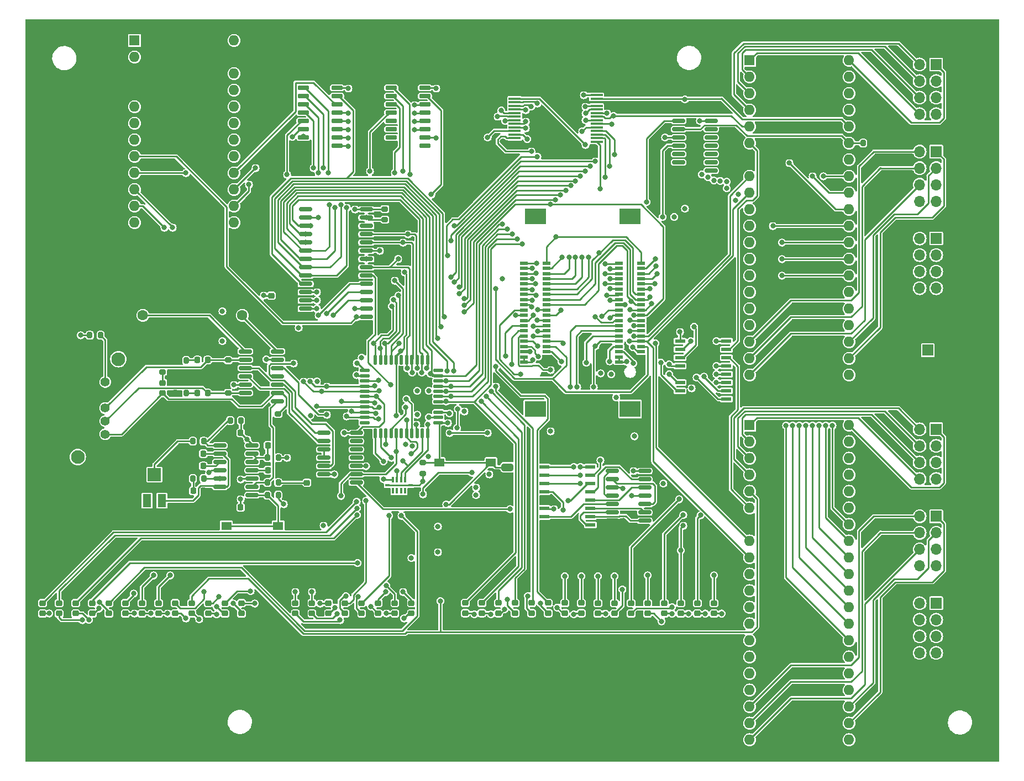
<source format=gbr>
%TF.GenerationSoftware,KiCad,Pcbnew,7.0.9*%
%TF.CreationDate,2023-11-28T19:04:43+01:00*%
%TF.ProjectId,z80,7a38302e-6b69-4636-9164-5f7063625858,1.0*%
%TF.SameCoordinates,Original*%
%TF.FileFunction,Copper,L1,Top*%
%TF.FilePolarity,Positive*%
%FSLAX46Y46*%
G04 Gerber Fmt 4.6, Leading zero omitted, Abs format (unit mm)*
G04 Created by KiCad (PCBNEW 7.0.9) date 2023-11-28 19:04:43*
%MOMM*%
%LPD*%
G01*
G04 APERTURE LIST*
G04 Aperture macros list*
%AMRoundRect*
0 Rectangle with rounded corners*
0 $1 Rounding radius*
0 $2 $3 $4 $5 $6 $7 $8 $9 X,Y pos of 4 corners*
0 Add a 4 corners polygon primitive as box body*
4,1,4,$2,$3,$4,$5,$6,$7,$8,$9,$2,$3,0*
0 Add four circle primitives for the rounded corners*
1,1,$1+$1,$2,$3*
1,1,$1+$1,$4,$5*
1,1,$1+$1,$6,$7*
1,1,$1+$1,$8,$9*
0 Add four rect primitives between the rounded corners*
20,1,$1+$1,$2,$3,$4,$5,0*
20,1,$1+$1,$4,$5,$6,$7,0*
20,1,$1+$1,$6,$7,$8,$9,0*
20,1,$1+$1,$8,$9,$2,$3,0*%
G04 Aperture macros list end*
%TA.AperFunction,SMDPad,CuDef*%
%ADD10RoundRect,0.200000X-0.200000X-0.275000X0.200000X-0.275000X0.200000X0.275000X-0.200000X0.275000X0*%
%TD*%
%TA.AperFunction,SMDPad,CuDef*%
%ADD11R,1.550000X1.300000*%
%TD*%
%TA.AperFunction,SMDPad,CuDef*%
%ADD12RoundRect,0.225000X0.225000X0.250000X-0.225000X0.250000X-0.225000X-0.250000X0.225000X-0.250000X0*%
%TD*%
%TA.AperFunction,SMDPad,CuDef*%
%ADD13RoundRect,0.218750X0.256250X-0.218750X0.256250X0.218750X-0.256250X0.218750X-0.256250X-0.218750X0*%
%TD*%
%TA.AperFunction,SMDPad,CuDef*%
%ADD14RoundRect,0.218750X-0.218750X-0.256250X0.218750X-0.256250X0.218750X0.256250X-0.218750X0.256250X0*%
%TD*%
%TA.AperFunction,ComponentPad*%
%ADD15R,1.600000X1.600000*%
%TD*%
%TA.AperFunction,ComponentPad*%
%ADD16O,1.600000X1.600000*%
%TD*%
%TA.AperFunction,SMDPad,CuDef*%
%ADD17RoundRect,0.200000X0.275000X-0.200000X0.275000X0.200000X-0.275000X0.200000X-0.275000X-0.200000X0*%
%TD*%
%TA.AperFunction,ComponentPad*%
%ADD18R,1.700000X1.700000*%
%TD*%
%TA.AperFunction,ComponentPad*%
%ADD19O,1.700000X1.700000*%
%TD*%
%TA.AperFunction,SMDPad,CuDef*%
%ADD20RoundRect,0.137500X-0.600000X-0.137500X0.600000X-0.137500X0.600000X0.137500X-0.600000X0.137500X0*%
%TD*%
%TA.AperFunction,SMDPad,CuDef*%
%ADD21RoundRect,0.137500X-0.137500X-0.600000X0.137500X-0.600000X0.137500X0.600000X-0.137500X0.600000X0*%
%TD*%
%TA.AperFunction,SMDPad,CuDef*%
%ADD22R,1.500000X0.600000*%
%TD*%
%TA.AperFunction,SMDPad,CuDef*%
%ADD23RoundRect,0.200000X-0.275000X0.200000X-0.275000X-0.200000X0.275000X-0.200000X0.275000X0.200000X0*%
%TD*%
%TA.AperFunction,SMDPad,CuDef*%
%ADD24RoundRect,0.150000X-0.825000X-0.150000X0.825000X-0.150000X0.825000X0.150000X-0.825000X0.150000X0*%
%TD*%
%TA.AperFunction,SMDPad,CuDef*%
%ADD25R,1.200000X0.500000*%
%TD*%
%TA.AperFunction,SMDPad,CuDef*%
%ADD26R,3.200000X2.450000*%
%TD*%
%TA.AperFunction,SMDPad,CuDef*%
%ADD27RoundRect,0.200000X0.200000X0.275000X-0.200000X0.275000X-0.200000X-0.275000X0.200000X-0.275000X0*%
%TD*%
%TA.AperFunction,SMDPad,CuDef*%
%ADD28R,1.870000X0.380000*%
%TD*%
%TA.AperFunction,SMDPad,CuDef*%
%ADD29RoundRect,0.150000X-0.875000X-0.150000X0.875000X-0.150000X0.875000X0.150000X-0.875000X0.150000X0*%
%TD*%
%TA.AperFunction,SMDPad,CuDef*%
%ADD30RoundRect,0.225000X-0.225000X-0.250000X0.225000X-0.250000X0.225000X0.250000X-0.225000X0.250000X0*%
%TD*%
%TA.AperFunction,SMDPad,CuDef*%
%ADD31RoundRect,0.250000X0.650000X-0.325000X0.650000X0.325000X-0.650000X0.325000X-0.650000X-0.325000X0*%
%TD*%
%TA.AperFunction,SMDPad,CuDef*%
%ADD32RoundRect,0.218750X0.218750X0.256250X-0.218750X0.256250X-0.218750X-0.256250X0.218750X-0.256250X0*%
%TD*%
%TA.AperFunction,SMDPad,CuDef*%
%ADD33R,1.300000X2.000000*%
%TD*%
%TA.AperFunction,SMDPad,CuDef*%
%ADD34R,2.000000X2.000000*%
%TD*%
%TA.AperFunction,SMDPad,CuDef*%
%ADD35R,0.735600X0.458800*%
%TD*%
%TA.AperFunction,SMDPad,CuDef*%
%ADD36R,0.306400X0.888000*%
%TD*%
%TA.AperFunction,ComponentPad*%
%ADD37C,1.400000*%
%TD*%
%TA.AperFunction,ComponentPad*%
%ADD38C,2.100000*%
%TD*%
%TA.AperFunction,SMDPad,CuDef*%
%ADD39RoundRect,0.218750X-0.256250X0.218750X-0.256250X-0.218750X0.256250X-0.218750X0.256250X0.218750X0*%
%TD*%
%TA.AperFunction,SMDPad,CuDef*%
%ADD40RoundRect,0.225000X-0.250000X0.225000X-0.250000X-0.225000X0.250000X-0.225000X0.250000X0.225000X0*%
%TD*%
%TA.AperFunction,SMDPad,CuDef*%
%ADD41RoundRect,0.150000X-0.725000X-0.150000X0.725000X-0.150000X0.725000X0.150000X-0.725000X0.150000X0*%
%TD*%
%TA.AperFunction,ComponentPad*%
%ADD42C,1.600000*%
%TD*%
%TA.AperFunction,ViaPad*%
%ADD43C,0.800000*%
%TD*%
%TA.AperFunction,Conductor*%
%ADD44C,0.250000*%
%TD*%
G04 APERTURE END LIST*
D10*
%TO.P,R6,1*%
%TO.N,Net-(R6-Pad1)*%
X112065000Y-92710000D03*
%TO.P,R6,2*%
%TO.N,Net-(CLK1A-DIS)*%
X113715000Y-92710000D03*
%TD*%
D11*
%TO.P,SW1,1,1*%
%TO.N,GND*%
X125133000Y-110200000D03*
X117183000Y-110200000D03*
%TO.P,SW1,2,2*%
%TO.N,Net-(CLK1B-TR)*%
X125133000Y-105700000D03*
X117183000Y-105700000D03*
%TD*%
D12*
%TO.P,C7,1*%
%TO.N,GND*%
X125095000Y-93345000D03*
%TO.P,C7,2*%
%TO.N,Net-(CLK1B-DIS)*%
X123545000Y-93345000D03*
%TD*%
D13*
%TO.P,D46,1,K*%
%TO.N,Net-(D46-K)*%
X184277000Y-119126000D03*
%TO.P,D46,2,A*%
%TO.N,/A12*%
X184277000Y-117551000D03*
%TD*%
D14*
%TO.P,D2,1,K*%
%TO.N,Net-(D2-K)*%
X112750500Y-80264000D03*
%TO.P,D2,2,A*%
%TO.N,Net-(D2-A)*%
X114325500Y-80264000D03*
%TD*%
D13*
%TO.P,D17,1,K*%
%TO.N,Net-(D17-K)*%
X137922000Y-119126000D03*
%TO.P,D17,2,A*%
%TO.N,/D4*%
X137922000Y-117551000D03*
%TD*%
%TO.P,D33,1,K*%
%TO.N,Net-(D33-K)*%
X119507000Y-119126000D03*
%TO.P,D33,2,A*%
%TO.N,/RST*%
X119507000Y-117551000D03*
%TD*%
%TO.P,D15,1,K*%
%TO.N,Net-(D15-K)*%
X132842000Y-119126000D03*
%TO.P,D15,2,A*%
%TO.N,/D2*%
X132842000Y-117551000D03*
%TD*%
%TO.P,D36,1,K*%
%TO.N,Net-(D36-K)*%
X158877000Y-119088500D03*
%TO.P,D36,2,A*%
%TO.N,/A2*%
X158877000Y-117513500D03*
%TD*%
D10*
%TO.P,R11,1*%
%TO.N,Net-(D5-A)*%
X112065000Y-98425000D03*
%TO.P,R11,2*%
%TO.N,/AdjClk*%
X113715000Y-98425000D03*
%TD*%
D13*
%TO.P,D27,1,K*%
%TO.N,Net-(D27-K)*%
X104267000Y-119126000D03*
%TO.P,D27,2,A*%
%TO.N,/BUSRQ*%
X104267000Y-117551000D03*
%TD*%
D15*
%TO.P,U7,1,PA3*%
%TO.N,Net-(J4-Pin_8)*%
X197358000Y-34290000D03*
D16*
%TO.P,U7,2,PA2*%
%TO.N,Net-(J4-Pin_6)*%
X197358000Y-36830000D03*
%TO.P,U7,3,PA1*%
%TO.N,Net-(J4-Pin_4)*%
X197358000Y-39370000D03*
%TO.P,U7,4,PA0*%
%TO.N,Net-(J4-Pin_2)*%
X197358000Y-41910000D03*
%TO.P,U7,5,~{RD}*%
%TO.N,/RD*%
X197358000Y-44450000D03*
%TO.P,U7,6,~{CS}*%
%TO.N,/IO1-CS*%
X197358000Y-46990000D03*
%TO.P,U7,7,GND*%
%TO.N,GND*%
X197358000Y-49530000D03*
%TO.P,U7,8,A1*%
%TO.N,/A1*%
X197358000Y-52070000D03*
%TO.P,U7,9,A0*%
%TO.N,/A0*%
X197358000Y-54610000D03*
%TO.P,U7,10,PC7*%
%TO.N,Net-(J6-Pin_7)*%
X197358000Y-57150000D03*
%TO.P,U7,11,PC6*%
%TO.N,Net-(J6-Pin_5)*%
X197358000Y-59690000D03*
%TO.P,U7,12,PC5*%
%TO.N,Net-(J6-Pin_3)*%
X197358000Y-62230000D03*
%TO.P,U7,13,PC4*%
%TO.N,Net-(J6-Pin_1)*%
X197358000Y-64770000D03*
%TO.P,U7,14,PC0*%
%TO.N,Net-(J6-Pin_2)*%
X197358000Y-67310000D03*
%TO.P,U7,15,PC1*%
%TO.N,Net-(J6-Pin_4)*%
X197358000Y-69850000D03*
%TO.P,U7,16,PC2*%
%TO.N,Net-(J6-Pin_6)*%
X197358000Y-72390000D03*
%TO.P,U7,17,PC3*%
%TO.N,Net-(J6-Pin_8)*%
X197358000Y-74930000D03*
%TO.P,U7,18,PB0*%
%TO.N,Net-(J5-Pin_2)*%
X197358000Y-77470000D03*
%TO.P,U7,19,PB1*%
%TO.N,Net-(J5-Pin_4)*%
X197358000Y-80010000D03*
%TO.P,U7,20,PB2*%
%TO.N,Net-(J5-Pin_6)*%
X197358000Y-82550000D03*
%TO.P,U7,21,PB3*%
%TO.N,Net-(J5-Pin_8)*%
X212598000Y-82550000D03*
%TO.P,U7,22,PB4*%
%TO.N,Net-(J5-Pin_1)*%
X212598000Y-80010000D03*
%TO.P,U7,23,PB5*%
%TO.N,Net-(J5-Pin_3)*%
X212598000Y-77470000D03*
%TO.P,U7,24,PB6*%
%TO.N,Net-(J5-Pin_5)*%
X212598000Y-74930000D03*
%TO.P,U7,25,PB7*%
%TO.N,Net-(J5-Pin_7)*%
X212598000Y-72390000D03*
%TO.P,U7,26,VCC*%
%TO.N,+5V*%
X212598000Y-69850000D03*
%TO.P,U7,27,D7*%
%TO.N,/D7*%
X212598000Y-67310000D03*
%TO.P,U7,28,D6*%
%TO.N,/D6*%
X212598000Y-64770000D03*
%TO.P,U7,29,D5*%
%TO.N,/D5*%
X212598000Y-62230000D03*
%TO.P,U7,30,D4*%
%TO.N,/D4*%
X212598000Y-59690000D03*
%TO.P,U7,31,D3*%
%TO.N,/D3*%
X212598000Y-57150000D03*
%TO.P,U7,32,D2*%
%TO.N,/D2*%
X212598000Y-54610000D03*
%TO.P,U7,33,D1*%
%TO.N,/D1*%
X212598000Y-52070000D03*
%TO.P,U7,34,D0*%
%TO.N,/D0*%
X212598000Y-49530000D03*
%TO.P,U7,35,RESET*%
%TO.N,/RST-INV*%
X212598000Y-46990000D03*
%TO.P,U7,36,~{WR}*%
%TO.N,/WR*%
X212598000Y-44450000D03*
%TO.P,U7,37,PA7*%
%TO.N,Net-(J4-Pin_7)*%
X212598000Y-41910000D03*
%TO.P,U7,38,PA6*%
%TO.N,Net-(J4-Pin_5)*%
X212598000Y-39370000D03*
%TO.P,U7,39,PA5*%
%TO.N,Net-(J4-Pin_3)*%
X212598000Y-36830000D03*
%TO.P,U7,40,PA4*%
%TO.N,Net-(J4-Pin_1)*%
X212598000Y-34290000D03*
%TD*%
D13*
%TO.P,D14,1,K*%
%TO.N,Net-(D14-K)*%
X130302000Y-119126000D03*
%TO.P,D14,2,A*%
%TO.N,/D1*%
X130302000Y-117551000D03*
%TD*%
D17*
%TO.P,R13,1*%
%TO.N,GND*%
X125095000Y-90170000D03*
%TO.P,R13,2*%
%TO.N,Net-(D8-A)*%
X125095000Y-88520000D03*
%TD*%
D18*
%TO.P,J4,1,Pin_1*%
%TO.N,Net-(J4-Pin_1)*%
X225933000Y-34925000D03*
D19*
%TO.P,J4,2,Pin_2*%
%TO.N,Net-(J4-Pin_2)*%
X223393000Y-34925000D03*
%TO.P,J4,3,Pin_3*%
%TO.N,Net-(J4-Pin_3)*%
X225933000Y-37465000D03*
%TO.P,J4,4,Pin_4*%
%TO.N,Net-(J4-Pin_4)*%
X223393000Y-37465000D03*
%TO.P,J4,5,Pin_5*%
%TO.N,Net-(J4-Pin_5)*%
X225933000Y-40005000D03*
%TO.P,J4,6,Pin_6*%
%TO.N,Net-(J4-Pin_6)*%
X223393000Y-40005000D03*
%TO.P,J4,7,Pin_7*%
%TO.N,Net-(J4-Pin_7)*%
X225933000Y-42545000D03*
%TO.P,J4,8,Pin_8*%
%TO.N,Net-(J4-Pin_8)*%
X223393000Y-42545000D03*
%TD*%
D20*
%TO.P,CPU1,1,~{CLK}*%
%TO.N,Clock*%
X138355500Y-81852000D03*
%TO.P,CPU1,2,D4*%
%TO.N,/D4*%
X138355500Y-82652000D03*
%TO.P,CPU1,3,D3*%
%TO.N,/D3*%
X138355500Y-83452000D03*
%TO.P,CPU1,4,D5*%
%TO.N,/D5*%
X138355500Y-84252000D03*
%TO.P,CPU1,5,D6*%
%TO.N,/D6*%
X138355500Y-85052000D03*
%TO.P,CPU1,6,VCC*%
%TO.N,+5V*%
X138355500Y-85852000D03*
%TO.P,CPU1,7,D2*%
%TO.N,/D2*%
X138355500Y-86652000D03*
%TO.P,CPU1,8,D7*%
%TO.N,/D7*%
X138355500Y-87452000D03*
%TO.P,CPU1,9,D0*%
%TO.N,/D0*%
X138355500Y-88252000D03*
%TO.P,CPU1,10,D1*%
%TO.N,/D1*%
X138355500Y-89052000D03*
%TO.P,CPU1,11,NC*%
%TO.N,unconnected-(CPU1-NC-Pad11)*%
X138355500Y-89852000D03*
D21*
%TO.P,CPU1,12,~{INT}*%
%TO.N,/INT*%
X140018000Y-91514500D03*
%TO.P,CPU1,13,~{NMI}*%
%TO.N,/NMI*%
X140818000Y-91514500D03*
%TO.P,CPU1,14,~{HALT}*%
%TO.N,/HALT*%
X141618000Y-91514500D03*
%TO.P,CPU1,15,~{MREQ}*%
%TO.N,/MREQ*%
X142418000Y-91514500D03*
%TO.P,CPU1,16,~{IORQ}*%
%TO.N,/IORQ*%
X143218000Y-91514500D03*
%TO.P,CPU1,17,NC*%
%TO.N,unconnected-(CPU1-NC-Pad17)*%
X144018000Y-91514500D03*
%TO.P,CPU1,18,~{RD}*%
%TO.N,/RD*%
X144818000Y-91514500D03*
%TO.P,CPU1,19,~{WR}*%
%TO.N,/WR*%
X145618000Y-91514500D03*
%TO.P,CPU1,20,~{BUSACK}*%
%TO.N,/BUSACK*%
X146418000Y-91514500D03*
%TO.P,CPU1,21,~{WAIT}*%
%TO.N,/WAIT*%
X147218000Y-91514500D03*
%TO.P,CPU1,22,~{BUSRQ}*%
%TO.N,/BUSRQ*%
X148018000Y-91514500D03*
D20*
%TO.P,CPU1,23,~{RESET}*%
%TO.N,/RST*%
X149680500Y-89852000D03*
%TO.P,CPU1,24,~{M1}*%
%TO.N,/M1*%
X149680500Y-89052000D03*
%TO.P,CPU1,25,~{RFSH}*%
%TO.N,/RFSH*%
X149680500Y-88252000D03*
%TO.P,CPU1,26,GND*%
%TO.N,GND*%
X149680500Y-87452000D03*
%TO.P,CPU1,27,A0*%
%TO.N,/A0*%
X149680500Y-86652000D03*
%TO.P,CPU1,28,A1*%
%TO.N,/A1*%
X149680500Y-85852000D03*
%TO.P,CPU1,29,A2*%
%TO.N,/A2*%
X149680500Y-85052000D03*
%TO.P,CPU1,30,A3*%
%TO.N,/A3*%
X149680500Y-84252000D03*
%TO.P,CPU1,31,A4*%
%TO.N,/A4*%
X149680500Y-83452000D03*
%TO.P,CPU1,32,A5*%
%TO.N,/A5*%
X149680500Y-82652000D03*
%TO.P,CPU1,33,NC*%
%TO.N,unconnected-(CPU1-NC-Pad33)*%
X149680500Y-81852000D03*
D21*
%TO.P,CPU1,34,A6*%
%TO.N,/A6*%
X148018000Y-80189500D03*
%TO.P,CPU1,35,A7*%
%TO.N,/A7*%
X147218000Y-80189500D03*
%TO.P,CPU1,36,A8*%
%TO.N,/A8*%
X146418000Y-80189500D03*
%TO.P,CPU1,37,A9*%
%TO.N,/A9*%
X145618000Y-80189500D03*
%TO.P,CPU1,38,A10*%
%TO.N,/A10*%
X144818000Y-80189500D03*
%TO.P,CPU1,39,NC*%
%TO.N,unconnected-(CPU1-NC-Pad39)*%
X144018000Y-80189500D03*
%TO.P,CPU1,40,A11*%
%TO.N,/A11*%
X143218000Y-80189500D03*
%TO.P,CPU1,41,A12*%
%TO.N,/A12*%
X142418000Y-80189500D03*
%TO.P,CPU1,42,A13*%
%TO.N,/A13*%
X141618000Y-80189500D03*
%TO.P,CPU1,43,A14*%
%TO.N,/A14*%
X140818000Y-80189500D03*
%TO.P,CPU1,44,A15*%
%TO.N,/A15*%
X140018000Y-80189500D03*
%TD*%
D13*
%TO.P,D28,1,K*%
%TO.N,Net-(D28-K)*%
X106807000Y-119126000D03*
%TO.P,D28,2,A*%
%TO.N,/BUSACK*%
X106807000Y-117551000D03*
%TD*%
%TO.P,D13,1,K*%
%TO.N,Net-(D13-K)*%
X127762000Y-119126000D03*
%TO.P,D13,2,A*%
%TO.N,/D0*%
X127762000Y-117551000D03*
%TD*%
%TO.P,D30,1,K*%
%TO.N,Net-(D30-K)*%
X111887000Y-119126000D03*
%TO.P,D30,2,A*%
%TO.N,/RD*%
X111887000Y-117551000D03*
%TD*%
D22*
%TO.P,U5,1,A*%
%TO.N,/A5*%
X186696000Y-77343000D03*
%TO.P,U5,2,B*%
%TO.N,/A6*%
X186696000Y-78613000D03*
%TO.P,U5,3,C*%
%TO.N,/A7*%
X186696000Y-79883000D03*
%TO.P,U5,4,~{G2A}*%
%TO.N,/IOREQ*%
X186696000Y-81153000D03*
%TO.P,U5,5,~{G2B}*%
%TO.N,GND*%
X186696000Y-82423000D03*
%TO.P,U5,6,G1*%
%TO.N,/MREQ*%
X186696000Y-83693000D03*
%TO.P,U5,7,Y7*%
%TO.N,/EXT-IO6-CS*%
X186696000Y-84963000D03*
%TO.P,U5,8,GND*%
%TO.N,GND*%
X186696000Y-86233000D03*
%TO.P,U5,9,Y6*%
%TO.N,/EXT-IO5-CS*%
X193796000Y-86233000D03*
%TO.P,U5,10,Y5*%
%TO.N,/EXT-IO4-CS*%
X193796000Y-84963000D03*
%TO.P,U5,11,Y4*%
%TO.N,/EXT-IO3-CS*%
X193796000Y-83693000D03*
%TO.P,U5,12,Y3*%
%TO.N,/EXT-IO2-CS*%
X193796000Y-82423000D03*
%TO.P,U5,13,Y2*%
%TO.N,/EXT-IO1-CS*%
X193796000Y-81153000D03*
%TO.P,U5,14,Y1*%
%TO.N,/IO2-CS*%
X193796000Y-79883000D03*
%TO.P,U5,15,Y0*%
%TO.N,/IO1-CS*%
X193796000Y-78613000D03*
%TO.P,U5,16,VCC*%
%TO.N,+5V*%
X193796000Y-77343000D03*
%TD*%
D13*
%TO.P,D25,1,K*%
%TO.N,Net-(D25-K)*%
X99187000Y-119126000D03*
%TO.P,D25,2,A*%
%TO.N,/WAIT*%
X99187000Y-117551000D03*
%TD*%
%TO.P,D47,1,K*%
%TO.N,Net-(D47-K)*%
X186817000Y-119126000D03*
%TO.P,D47,2,A*%
%TO.N,/A13*%
X186817000Y-117551000D03*
%TD*%
D17*
%TO.P,R14,1*%
%TO.N,Net-(D8-K)*%
X107442000Y-82054000D03*
%TO.P,R14,2*%
%TO.N,GND*%
X107442000Y-80404000D03*
%TD*%
D11*
%TO.P,SW3,1,1*%
%TO.N,GND*%
X157734000Y-100512000D03*
X149784000Y-100512000D03*
%TO.P,SW3,2,2*%
%TO.N,/RST*%
X157734000Y-96012000D03*
X149784000Y-96012000D03*
%TD*%
D13*
%TO.P,D37,1,K*%
%TO.N,Net-(D37-K)*%
X161417000Y-119088500D03*
%TO.P,D37,2,A*%
%TO.N,/A3*%
X161417000Y-117513500D03*
%TD*%
%TO.P,D39,1,K*%
%TO.N,Net-(D39-K)*%
X166497000Y-119088500D03*
%TO.P,D39,2,A*%
%TO.N,/A5*%
X166497000Y-117513500D03*
%TD*%
%TO.P,D16,1,K*%
%TO.N,Net-(D16-K)*%
X135382000Y-119126000D03*
%TO.P,D16,2,A*%
%TO.N,/D3*%
X135382000Y-117551000D03*
%TD*%
D23*
%TO.P,R15,1*%
%TO.N,/RST*%
X147320000Y-96012000D03*
%TO.P,R15,2*%
%TO.N,+5V*%
X147320000Y-97662000D03*
%TD*%
D12*
%TO.P,C5,1*%
%TO.N,Net-(CLK1A-CV)*%
X113665000Y-96520000D03*
%TO.P,C5,2*%
%TO.N,GND*%
X112115000Y-96520000D03*
%TD*%
D24*
%TO.P,U6,1*%
%TO.N,/RST*%
X186501000Y-43561000D03*
%TO.P,U6,2*%
%TO.N,/RST-INV*%
X186501000Y-44831000D03*
%TO.P,U6,3*%
%TO.N,/PROG-OE*%
X186501000Y-46101000D03*
%TO.P,U6,4*%
%TO.N,Net-(U6-Pad4)*%
X186501000Y-47371000D03*
%TO.P,U6,5*%
%TO.N,unconnected-(U6-Pad5)*%
X186501000Y-48641000D03*
%TO.P,U6,6*%
%TO.N,unconnected-(U6-Pad6)*%
X186501000Y-49911000D03*
%TO.P,U6,7,VSS*%
%TO.N,GND*%
X186501000Y-51181000D03*
%TO.P,U6,8*%
%TO.N,unconnected-(U6-Pad8)*%
X191451000Y-51181000D03*
%TO.P,U6,9*%
%TO.N,unconnected-(U6-Pad9)*%
X191451000Y-49911000D03*
%TO.P,U6,10*%
%TO.N,unconnected-(U6-Pad10)*%
X191451000Y-48641000D03*
%TO.P,U6,11*%
%TO.N,unconnected-(U6-Pad11)*%
X191451000Y-47371000D03*
%TO.P,U6,12*%
%TO.N,unconnected-(U6-Pad12)*%
X191451000Y-46101000D03*
%TO.P,U6,13*%
%TO.N,unconnected-(U6-Pad13)*%
X191451000Y-44831000D03*
%TO.P,U6,14,VDD*%
%TO.N,+5V*%
X191451000Y-43561000D03*
%TD*%
D25*
%TO.P,J3,1,Pin_1*%
%TO.N,/D7*%
X177346000Y-65380000D03*
%TO.P,J3,2,Pin_2*%
%TO.N,/D6*%
X177346000Y-66180000D03*
%TO.P,J3,3,Pin_3*%
%TO.N,/D5*%
X177346000Y-66980000D03*
%TO.P,J3,4,Pin_4*%
%TO.N,/D4*%
X177346000Y-67780000D03*
%TO.P,J3,5,Pin_5*%
%TO.N,/D3*%
X177346000Y-68580000D03*
%TO.P,J3,6,Pin_6*%
%TO.N,/D2*%
X177346000Y-69380000D03*
%TO.P,J3,7,Pin_7*%
%TO.N,/D1*%
X177346000Y-70180000D03*
%TO.P,J3,8,Pin_8*%
%TO.N,/D0*%
X177346000Y-70980000D03*
%TO.P,J3,9,Pin_9*%
%TO.N,/RST*%
X177346000Y-71780000D03*
%TO.P,J3,10,Pin_10*%
%TO.N,/IORQ*%
X177346000Y-72580000D03*
%TO.P,J3,11,Pin_11*%
%TO.N,/MREQ*%
X177346000Y-73380000D03*
%TO.P,J3,12,Pin_12*%
%TO.N,/RD*%
X177346000Y-74180000D03*
%TO.P,J3,13,Pin_13*%
%TO.N,/WR*%
X177346000Y-74980000D03*
%TO.P,J3,14,Pin_14*%
%TO.N,/INT*%
X177346000Y-75780000D03*
%TO.P,J3,15,Pin_15*%
%TO.N,/NMI*%
X177346000Y-76580000D03*
%TO.P,J3,16,Pin_16*%
%TO.N,/WAIT*%
X177346000Y-77380000D03*
%TO.P,J3,17,Pin_17*%
%TO.N,/EXT-IO5-CS*%
X177346000Y-78180000D03*
%TO.P,J3,18,Pin_18*%
%TO.N,/EXT-IO4-CS*%
X177346000Y-78980000D03*
%TO.P,J3,19,Pin_19*%
%TO.N,+5V*%
X177346000Y-79780000D03*
%TO.P,J3,20,Pin_20*%
X177346000Y-80580000D03*
%TO.P,J3,21,Pin_21*%
%TO.N,/A15*%
X180746000Y-65380000D03*
%TO.P,J3,22,Pin_22*%
%TO.N,/A14*%
X180746000Y-66180000D03*
%TO.P,J3,23,Pin_23*%
%TO.N,/A13*%
X180746000Y-66980000D03*
%TO.P,J3,24,Pin_24*%
%TO.N,/A12*%
X180746000Y-67780000D03*
%TO.P,J3,25,Pin_25*%
%TO.N,/A11*%
X180746000Y-68580000D03*
%TO.P,J3,26,Pin_26*%
%TO.N,/A10*%
X180746000Y-69380000D03*
%TO.P,J3,27,Pin_27*%
%TO.N,/A9*%
X180746000Y-70180000D03*
%TO.P,J3,28,Pin_28*%
%TO.N,/A8*%
X180746000Y-70980000D03*
%TO.P,J3,29,Pin_29*%
%TO.N,/A7*%
X180746000Y-71780000D03*
%TO.P,J3,30,Pin_30*%
%TO.N,/A6*%
X180746000Y-72580000D03*
%TO.P,J3,31,Pin_31*%
%TO.N,/A5*%
X180746000Y-73380000D03*
%TO.P,J3,32,Pin_32*%
%TO.N,/A4*%
X180746000Y-74180000D03*
%TO.P,J3,33,Pin_33*%
%TO.N,/A3*%
X180746000Y-74980000D03*
%TO.P,J3,34,Pin_34*%
%TO.N,/A2*%
X180746000Y-75780000D03*
%TO.P,J3,35,Pin_35*%
%TO.N,/A1*%
X180746000Y-76580000D03*
%TO.P,J3,36,Pin_36*%
%TO.N,/A0*%
X180746000Y-77380000D03*
%TO.P,J3,37,Pin_37*%
%TO.N,/EXT-CS*%
X180746000Y-78180000D03*
%TO.P,J3,38,Pin_38*%
%TO.N,/EXT-IO6-CS*%
X180746000Y-78980000D03*
%TO.P,J3,39,Pin_39*%
%TO.N,GND*%
X180746000Y-79780000D03*
%TO.P,J3,40,Pin_40*%
X180746000Y-80580000D03*
D26*
%TO.P,J3,MP1*%
%TO.N,N/C*%
X179046000Y-58205000D03*
%TO.P,J3,MP2*%
X179046000Y-87755000D03*
%TD*%
D23*
%TO.P,R16,1*%
%TO.N,+5V*%
X141478000Y-57087000D03*
%TO.P,R16,2*%
%TO.N,/PROG-WR*%
X141478000Y-58737000D03*
%TD*%
D27*
%TO.P,R10,1*%
%TO.N,Net-(D4-K)*%
X111035500Y-85344000D03*
%TO.P,R10,2*%
%TO.N,GND*%
X109385500Y-85344000D03*
%TD*%
D18*
%TO.P,J5,1,Pin_1*%
%TO.N,Net-(J5-Pin_1)*%
X225953000Y-48270000D03*
D19*
%TO.P,J5,2,Pin_2*%
%TO.N,Net-(J5-Pin_2)*%
X223413000Y-48270000D03*
%TO.P,J5,3,Pin_3*%
%TO.N,Net-(J5-Pin_3)*%
X225953000Y-50810000D03*
%TO.P,J5,4,Pin_4*%
%TO.N,Net-(J5-Pin_4)*%
X223413000Y-50810000D03*
%TO.P,J5,5,Pin_5*%
%TO.N,Net-(J5-Pin_5)*%
X225953000Y-53350000D03*
%TO.P,J5,6,Pin_6*%
%TO.N,Net-(J5-Pin_6)*%
X223413000Y-53350000D03*
%TO.P,J5,7,Pin_7*%
%TO.N,Net-(J5-Pin_7)*%
X225953000Y-55890000D03*
%TO.P,J5,8,Pin_8*%
%TO.N,Net-(J5-Pin_8)*%
X223413000Y-55890000D03*
%TD*%
D28*
%TO.P,RAM1,1,A14*%
%TO.N,GND*%
X161370000Y-39605000D03*
%TO.P,RAM1,2,A12*%
%TO.N,/A12*%
X161370000Y-40155000D03*
%TO.P,RAM1,3,A7*%
%TO.N,/A7*%
X161370000Y-40705000D03*
%TO.P,RAM1,4,A6*%
%TO.N,/A6*%
X161370000Y-41255000D03*
%TO.P,RAM1,5,A5*%
%TO.N,/A5*%
X161370000Y-41805000D03*
%TO.P,RAM1,6,A4*%
%TO.N,/A4*%
X161370000Y-42355000D03*
%TO.P,RAM1,7,A3*%
%TO.N,/A3*%
X161370000Y-42905000D03*
%TO.P,RAM1,8,A2*%
%TO.N,/A2*%
X161370000Y-43455000D03*
%TO.P,RAM1,9,A1*%
%TO.N,/A1*%
X161370000Y-44005000D03*
%TO.P,RAM1,10,A0*%
%TO.N,/A0*%
X161370000Y-44555000D03*
%TO.P,RAM1,11,Q0*%
%TO.N,/D0*%
X161370000Y-45105000D03*
%TO.P,RAM1,12,Q1*%
%TO.N,/D1*%
X161370000Y-45655000D03*
%TO.P,RAM1,13,Q2*%
%TO.N,/D2*%
X161370000Y-46205000D03*
%TO.P,RAM1,14,GND*%
%TO.N,GND*%
X161370000Y-46755000D03*
%TO.P,RAM1,15,Q3*%
%TO.N,/D3*%
X173910000Y-46755000D03*
%TO.P,RAM1,16,Q4*%
%TO.N,/D4*%
X173910000Y-46205000D03*
%TO.P,RAM1,17,Q5*%
%TO.N,/D5*%
X173910000Y-45655000D03*
%TO.P,RAM1,18,Q6*%
%TO.N,/D6*%
X173910000Y-45105000D03*
%TO.P,RAM1,19,Q7*%
%TO.N,/D7*%
X173910000Y-44555000D03*
%TO.P,RAM1,20,~{CS}*%
%TO.N,/RAM1-CS*%
X173910000Y-44005000D03*
%TO.P,RAM1,21,A10*%
%TO.N,/A10*%
X173910000Y-43455000D03*
%TO.P,RAM1,22,~{OE}*%
%TO.N,/RD*%
X173910000Y-42905000D03*
%TO.P,RAM1,23,A11*%
%TO.N,/A11*%
X173910000Y-42355000D03*
%TO.P,RAM1,24,A9*%
%TO.N,/A9*%
X173910000Y-41805000D03*
%TO.P,RAM1,25,A8*%
%TO.N,/A8*%
X173910000Y-41255000D03*
%TO.P,RAM1,26,A13*%
%TO.N,GND*%
X173910000Y-40705000D03*
%TO.P,RAM1,27,~{WE}*%
%TO.N,/WR*%
X173910000Y-40155000D03*
%TO.P,RAM1,28,VCC*%
%TO.N,+5V*%
X173910000Y-39605000D03*
%TD*%
D13*
%TO.P,D40,1,K*%
%TO.N,Net-(D40-K)*%
X169037000Y-119088500D03*
%TO.P,D40,2,A*%
%TO.N,/A6*%
X169037000Y-117513500D03*
%TD*%
D18*
%TO.P,J8,1,Pin_1*%
%TO.N,Net-(J8-Pin_1)*%
X225953000Y-104219000D03*
D19*
%TO.P,J8,2,Pin_2*%
%TO.N,Net-(J8-Pin_2)*%
X223413000Y-104219000D03*
%TO.P,J8,3,Pin_3*%
%TO.N,Net-(J8-Pin_3)*%
X225953000Y-106759000D03*
%TO.P,J8,4,Pin_4*%
%TO.N,Net-(J8-Pin_4)*%
X223413000Y-106759000D03*
%TO.P,J8,5,Pin_5*%
%TO.N,Net-(J8-Pin_5)*%
X225953000Y-109299000D03*
%TO.P,J8,6,Pin_6*%
%TO.N,Net-(J8-Pin_6)*%
X223413000Y-109299000D03*
%TO.P,J8,7,Pin_7*%
%TO.N,Net-(J8-Pin_7)*%
X225953000Y-111839000D03*
%TO.P,J8,8,Pin_8*%
%TO.N,Net-(J8-Pin_8)*%
X223413000Y-111839000D03*
%TD*%
D10*
%TO.P,R12,1*%
%TO.N,/ManClk*%
X123495000Y-99060000D03*
%TO.P,R12,2*%
%TO.N,Net-(D6-A)*%
X125145000Y-99060000D03*
%TD*%
D18*
%TO.P,J1,1,Pin_1*%
%TO.N,+5V*%
X224663000Y-78740000D03*
D19*
%TO.P,J1,2,Pin_2*%
%TO.N,GND*%
X224663000Y-81280000D03*
%TD*%
D13*
%TO.P,D49,1,K*%
%TO.N,Net-(D49-K)*%
X191897000Y-119126000D03*
%TO.P,D49,2,A*%
%TO.N,/A15*%
X191897000Y-117551000D03*
%TD*%
D29*
%TO.P,ROM1,1*%
%TO.N,N/C*%
X129335000Y-57150000D03*
%TO.P,ROM1,2,A12*%
%TO.N,/A12*%
X129335000Y-58420000D03*
%TO.P,ROM1,3,A7*%
%TO.N,/A7*%
X129335000Y-59690000D03*
%TO.P,ROM1,4,A6*%
%TO.N,/A6*%
X129335000Y-60960000D03*
%TO.P,ROM1,5,A5*%
%TO.N,/A5*%
X129335000Y-62230000D03*
%TO.P,ROM1,6,A4*%
%TO.N,/A4*%
X129335000Y-63500000D03*
%TO.P,ROM1,7,A3*%
%TO.N,/A3*%
X129335000Y-64770000D03*
%TO.P,ROM1,8,A2*%
%TO.N,/A2*%
X129335000Y-66040000D03*
%TO.P,ROM1,9,A1*%
%TO.N,/A1*%
X129335000Y-67310000D03*
%TO.P,ROM1,10,A0*%
%TO.N,/A0*%
X129335000Y-68580000D03*
%TO.P,ROM1,11,I/O0*%
%TO.N,/D0*%
X129335000Y-69850000D03*
%TO.P,ROM1,12,I/O1*%
%TO.N,/D1*%
X129335000Y-71120000D03*
%TO.P,ROM1,13,I/O2*%
%TO.N,/D2*%
X129335000Y-72390000D03*
%TO.P,ROM1,14,GND*%
%TO.N,GND*%
X129335000Y-73660000D03*
%TO.P,ROM1,15,I/O3*%
%TO.N,/D3*%
X138635000Y-73660000D03*
%TO.P,ROM1,16,I/O4*%
%TO.N,/D4*%
X138635000Y-72390000D03*
%TO.P,ROM1,17,I/O5*%
%TO.N,/D5*%
X138635000Y-71120000D03*
%TO.P,ROM1,18,I/O6*%
%TO.N,/D6*%
X138635000Y-69850000D03*
%TO.P,ROM1,19,I/O7*%
%TO.N,/D7*%
X138635000Y-68580000D03*
%TO.P,ROM1,20,~{CE}*%
%TO.N,/ROM1-CS*%
X138635000Y-67310000D03*
%TO.P,ROM1,21,A10*%
%TO.N,/A10*%
X138635000Y-66040000D03*
%TO.P,ROM1,22,~{OE}*%
%TO.N,/RD*%
X138635000Y-64770000D03*
%TO.P,ROM1,23,A11*%
%TO.N,/A11*%
X138635000Y-63500000D03*
%TO.P,ROM1,24,A9*%
%TO.N,/A9*%
X138635000Y-62230000D03*
%TO.P,ROM1,25,A8*%
%TO.N,/A8*%
X138635000Y-60960000D03*
%TO.P,ROM1,26*%
%TO.N,N/C*%
X138635000Y-59690000D03*
%TO.P,ROM1,27,~{WE}*%
%TO.N,/PROG-WR*%
X138635000Y-58420000D03*
%TO.P,ROM1,28,VCC*%
%TO.N,+5V*%
X138635000Y-57150000D03*
%TD*%
D13*
%TO.P,D20,1,K*%
%TO.N,Net-(D20-K)*%
X145542000Y-119126000D03*
%TO.P,D20,2,A*%
%TO.N,/D7*%
X145542000Y-117551000D03*
%TD*%
D30*
%TO.P,C4,1*%
%TO.N,GND*%
X117830000Y-102870000D03*
%TO.P,C4,2*%
%TO.N,+5V*%
X119380000Y-102870000D03*
%TD*%
D27*
%TO.P,R5,1*%
%TO.N,+5V*%
X119430000Y-89535000D03*
%TO.P,R5,2*%
%TO.N,Net-(CLK1A-DIS)*%
X117780000Y-89535000D03*
%TD*%
D17*
%TO.P,R7,1*%
%TO.N,GND*%
X117475000Y-86930000D03*
%TO.P,R7,2*%
%TO.N,Net-(D4-A)*%
X117475000Y-85280000D03*
%TD*%
D31*
%TO.P,C8,1*%
%TO.N,GND*%
X160274000Y-99646000D03*
%TO.P,C8,2*%
%TO.N,/RST*%
X160274000Y-96696000D03*
%TD*%
D32*
%TO.P,D5,1,K*%
%TO.N,GND*%
X113677500Y-100330000D03*
%TO.P,D5,2,A*%
%TO.N,Net-(D5-A)*%
X112102500Y-100330000D03*
%TD*%
D24*
%TO.P,U8,1*%
%TO.N,Net-(U8-Pad1)*%
X176341000Y-97282000D03*
%TO.P,U8,2*%
%TO.N,Net-(U8-Pad10)*%
X176341000Y-98552000D03*
%TO.P,U8,3*%
%TO.N,Net-(U1-Pad12)*%
X176341000Y-99822000D03*
%TO.P,U8,4*%
%TO.N,Net-(U8-Pad1)*%
X176341000Y-101092000D03*
%TO.P,U8,5*%
%TO.N,Net-(U4-Y7)*%
X176341000Y-102362000D03*
%TO.P,U8,6*%
%TO.N,Net-(U4-Y6)*%
X176341000Y-103632000D03*
%TO.P,U8,7,VSS*%
%TO.N,GND*%
X176341000Y-104902000D03*
%TO.P,U8,8*%
%TO.N,Net-(U4-Y5)*%
X181291000Y-104902000D03*
%TO.P,U8,9*%
%TO.N,Net-(U4-Y4)*%
X181291000Y-103632000D03*
%TO.P,U8,10*%
%TO.N,Net-(U8-Pad10)*%
X181291000Y-102362000D03*
%TO.P,U8,11*%
%TO.N,Net-(U1-Pad13)*%
X181291000Y-101092000D03*
%TO.P,U8,12*%
%TO.N,Net-(U4-Y3)*%
X181291000Y-99822000D03*
%TO.P,U8,13*%
%TO.N,Net-(U4-Y2)*%
X181291000Y-98552000D03*
%TO.P,U8,14,VDD*%
%TO.N,+5V*%
X181291000Y-97282000D03*
%TD*%
D33*
%TO.P,RV1,1,1*%
%TO.N,Net-(CLK1A-THR)*%
X107322000Y-101822000D03*
D34*
%TO.P,RV1,2,2*%
%TO.N,Net-(R6-Pad1)*%
X106172000Y-97822000D03*
D33*
%TO.P,RV1,3,3*%
%TO.N,unconnected-(RV1-Pad3)*%
X105022000Y-101822000D03*
%TD*%
D25*
%TO.P,J2,1,Pin_1*%
%TO.N,/D7*%
X162814000Y-65380000D03*
%TO.P,J2,2,Pin_2*%
%TO.N,/D6*%
X162814000Y-66180000D03*
%TO.P,J2,3,Pin_3*%
%TO.N,/D5*%
X162814000Y-66980000D03*
%TO.P,J2,4,Pin_4*%
%TO.N,/D4*%
X162814000Y-67780000D03*
%TO.P,J2,5,Pin_5*%
%TO.N,/D3*%
X162814000Y-68580000D03*
%TO.P,J2,6,Pin_6*%
%TO.N,/D2*%
X162814000Y-69380000D03*
%TO.P,J2,7,Pin_7*%
%TO.N,/D1*%
X162814000Y-70180000D03*
%TO.P,J2,8,Pin_8*%
%TO.N,/D0*%
X162814000Y-70980000D03*
%TO.P,J2,9,Pin_9*%
%TO.N,/RST*%
X162814000Y-71780000D03*
%TO.P,J2,10,Pin_10*%
%TO.N,/IORQ*%
X162814000Y-72580000D03*
%TO.P,J2,11,Pin_11*%
%TO.N,/MREQ*%
X162814000Y-73380000D03*
%TO.P,J2,12,Pin_12*%
%TO.N,/RD*%
X162814000Y-74180000D03*
%TO.P,J2,13,Pin_13*%
%TO.N,/WR*%
X162814000Y-74980000D03*
%TO.P,J2,14,Pin_14*%
%TO.N,/INT*%
X162814000Y-75780000D03*
%TO.P,J2,15,Pin_15*%
%TO.N,/NMI*%
X162814000Y-76580000D03*
%TO.P,J2,16,Pin_16*%
%TO.N,/WAIT*%
X162814000Y-77380000D03*
%TO.P,J2,17,Pin_17*%
%TO.N,/EXT-IO2-CS*%
X162814000Y-78180000D03*
%TO.P,J2,18,Pin_18*%
%TO.N,/EXT-IO1-CS*%
X162814000Y-78980000D03*
%TO.P,J2,19,Pin_19*%
%TO.N,+5V*%
X162814000Y-79780000D03*
%TO.P,J2,20,Pin_20*%
X162814000Y-80580000D03*
%TO.P,J2,21,Pin_21*%
%TO.N,/A15*%
X166214000Y-65380000D03*
%TO.P,J2,22,Pin_22*%
%TO.N,/A14*%
X166214000Y-66180000D03*
%TO.P,J2,23,Pin_23*%
%TO.N,/A13*%
X166214000Y-66980000D03*
%TO.P,J2,24,Pin_24*%
%TO.N,/A12*%
X166214000Y-67780000D03*
%TO.P,J2,25,Pin_25*%
%TO.N,/A11*%
X166214000Y-68580000D03*
%TO.P,J2,26,Pin_26*%
%TO.N,/A10*%
X166214000Y-69380000D03*
%TO.P,J2,27,Pin_27*%
%TO.N,/A9*%
X166214000Y-70180000D03*
%TO.P,J2,28,Pin_28*%
%TO.N,/A8*%
X166214000Y-70980000D03*
%TO.P,J2,29,Pin_29*%
%TO.N,/A7*%
X166214000Y-71780000D03*
%TO.P,J2,30,Pin_30*%
%TO.N,/A6*%
X166214000Y-72580000D03*
%TO.P,J2,31,Pin_31*%
%TO.N,/A5*%
X166214000Y-73380000D03*
%TO.P,J2,32,Pin_32*%
%TO.N,/A4*%
X166214000Y-74180000D03*
%TO.P,J2,33,Pin_33*%
%TO.N,/A3*%
X166214000Y-74980000D03*
%TO.P,J2,34,Pin_34*%
%TO.N,/A2*%
X166214000Y-75780000D03*
%TO.P,J2,35,Pin_35*%
%TO.N,/A1*%
X166214000Y-76580000D03*
%TO.P,J2,36,Pin_36*%
%TO.N,/A0*%
X166214000Y-77380000D03*
%TO.P,J2,37,Pin_37*%
%TO.N,/EXT-CS*%
X166214000Y-78180000D03*
%TO.P,J2,38,Pin_38*%
%TO.N,/EXT-IO3-CS*%
X166214000Y-78980000D03*
%TO.P,J2,39,Pin_39*%
%TO.N,GND*%
X166214000Y-79780000D03*
%TO.P,J2,40,Pin_40*%
X166214000Y-80580000D03*
D26*
%TO.P,J2,MP1*%
%TO.N,N/C*%
X164514000Y-58205000D03*
%TO.P,J2,MP2*%
X164514000Y-87755000D03*
%TD*%
D15*
%TO.P,U10,1,PA3*%
%TO.N,Net-(J7-Pin_8)*%
X197358000Y-90239000D03*
D16*
%TO.P,U10,2,PA2*%
%TO.N,Net-(J7-Pin_6)*%
X197358000Y-92779000D03*
%TO.P,U10,3,PA1*%
%TO.N,Net-(J7-Pin_4)*%
X197358000Y-95319000D03*
%TO.P,U10,4,PA0*%
%TO.N,Net-(J7-Pin_2)*%
X197358000Y-97859000D03*
%TO.P,U10,5,~{RD}*%
%TO.N,/RD*%
X197358000Y-100399000D03*
%TO.P,U10,6,~{CS}*%
%TO.N,/IO2-CS*%
X197358000Y-102939000D03*
%TO.P,U10,7,GND*%
%TO.N,GND*%
X197358000Y-105479000D03*
%TO.P,U10,8,A1*%
%TO.N,/A1*%
X197358000Y-108019000D03*
%TO.P,U10,9,A0*%
%TO.N,/A0*%
X197358000Y-110559000D03*
%TO.P,U10,10,PC7*%
%TO.N,Net-(J9-Pin_7)*%
X197358000Y-113099000D03*
%TO.P,U10,11,PC6*%
%TO.N,Net-(J9-Pin_5)*%
X197358000Y-115639000D03*
%TO.P,U10,12,PC5*%
%TO.N,Net-(J9-Pin_3)*%
X197358000Y-118179000D03*
%TO.P,U10,13,PC4*%
%TO.N,Net-(J9-Pin_1)*%
X197358000Y-120719000D03*
%TO.P,U10,14,PC0*%
%TO.N,Net-(J9-Pin_2)*%
X197358000Y-123259000D03*
%TO.P,U10,15,PC1*%
%TO.N,Net-(J9-Pin_4)*%
X197358000Y-125799000D03*
%TO.P,U10,16,PC2*%
%TO.N,Net-(J9-Pin_6)*%
X197358000Y-128339000D03*
%TO.P,U10,17,PC3*%
%TO.N,Net-(J9-Pin_8)*%
X197358000Y-130879000D03*
%TO.P,U10,18,PB0*%
%TO.N,Net-(J8-Pin_2)*%
X197358000Y-133419000D03*
%TO.P,U10,19,PB1*%
%TO.N,Net-(J8-Pin_4)*%
X197358000Y-135959000D03*
%TO.P,U10,20,PB2*%
%TO.N,Net-(J8-Pin_6)*%
X197358000Y-138499000D03*
%TO.P,U10,21,PB3*%
%TO.N,Net-(J8-Pin_8)*%
X212598000Y-138499000D03*
%TO.P,U10,22,PB4*%
%TO.N,Net-(J8-Pin_1)*%
X212598000Y-135959000D03*
%TO.P,U10,23,PB5*%
%TO.N,Net-(J8-Pin_3)*%
X212598000Y-133419000D03*
%TO.P,U10,24,PB6*%
%TO.N,Net-(J8-Pin_5)*%
X212598000Y-130879000D03*
%TO.P,U10,25,PB7*%
%TO.N,Net-(J8-Pin_7)*%
X212598000Y-128339000D03*
%TO.P,U10,26,VCC*%
%TO.N,+5V*%
X212598000Y-125799000D03*
%TO.P,U10,27,D7*%
%TO.N,/D7*%
X212598000Y-123259000D03*
%TO.P,U10,28,D6*%
%TO.N,/D6*%
X212598000Y-120719000D03*
%TO.P,U10,29,D5*%
%TO.N,/D5*%
X212598000Y-118179000D03*
%TO.P,U10,30,D4*%
%TO.N,/D4*%
X212598000Y-115639000D03*
%TO.P,U10,31,D3*%
%TO.N,/D3*%
X212598000Y-113099000D03*
%TO.P,U10,32,D2*%
%TO.N,/D2*%
X212598000Y-110559000D03*
%TO.P,U10,33,D1*%
%TO.N,/D1*%
X212598000Y-108019000D03*
%TO.P,U10,34,D0*%
%TO.N,/D0*%
X212598000Y-105479000D03*
%TO.P,U10,35,RESET*%
%TO.N,/RST-INV*%
X212598000Y-102939000D03*
%TO.P,U10,36,~{WR}*%
%TO.N,/WR*%
X212598000Y-100399000D03*
%TO.P,U10,37,PA7*%
%TO.N,Net-(J7-Pin_7)*%
X212598000Y-97859000D03*
%TO.P,U10,38,PA6*%
%TO.N,Net-(J7-Pin_5)*%
X212598000Y-95319000D03*
%TO.P,U10,39,PA5*%
%TO.N,Net-(J7-Pin_3)*%
X212598000Y-92779000D03*
%TO.P,U10,40,PA4*%
%TO.N,Net-(J7-Pin_1)*%
X212598000Y-90239000D03*
%TD*%
D27*
%TO.P,R3,1*%
%TO.N,Net-(D2-K)*%
X111035500Y-80314000D03*
%TO.P,R3,2*%
%TO.N,GND*%
X109385500Y-80314000D03*
%TD*%
D13*
%TO.P,D42,1,K*%
%TO.N,Net-(D42-K)*%
X174117000Y-119126000D03*
%TO.P,D42,2,A*%
%TO.N,/A8*%
X174117000Y-117551000D03*
%TD*%
D27*
%TO.P,R1,1*%
%TO.N,+5V*%
X125145000Y-100965000D03*
%TO.P,R1,2*%
%TO.N,Net-(CLK1B-TR)*%
X123495000Y-100965000D03*
%TD*%
D24*
%TO.P,CLK1,1,DIS*%
%TO.N,Net-(CLK1A-DIS)*%
X116195000Y-93345000D03*
%TO.P,CLK1,2,THR*%
%TO.N,Net-(CLK1A-THR)*%
X116195000Y-94615000D03*
%TO.P,CLK1,3,CV*%
%TO.N,Net-(CLK1A-CV)*%
X116195000Y-95885000D03*
%TO.P,CLK1,4,R*%
%TO.N,+5V*%
X116195000Y-97155000D03*
%TO.P,CLK1,5,Q*%
%TO.N,/AdjClk*%
X116195000Y-98425000D03*
%TO.P,CLK1,6,TR*%
%TO.N,Net-(CLK1A-THR)*%
X116195000Y-99695000D03*
%TO.P,CLK1,7,GND*%
%TO.N,GND*%
X116195000Y-100965000D03*
%TO.P,CLK1,8,TR*%
%TO.N,Net-(CLK1B-TR)*%
X121145000Y-100965000D03*
%TO.P,CLK1,9,Q*%
%TO.N,/ManClk*%
X121145000Y-99695000D03*
%TO.P,CLK1,10,R*%
%TO.N,+5V*%
X121145000Y-98425000D03*
%TO.P,CLK1,11,CV*%
%TO.N,Net-(CLK1B-CV)*%
X121145000Y-97155000D03*
%TO.P,CLK1,12,THR*%
%TO.N,Net-(CLK1B-DIS)*%
X121145000Y-95885000D03*
%TO.P,CLK1,13,DIS*%
X121145000Y-94615000D03*
%TO.P,CLK1,14,VCC*%
%TO.N,+5V*%
X121145000Y-93345000D03*
%TD*%
D13*
%TO.P,D24,1,K*%
%TO.N,Net-(D24-K)*%
X96647000Y-119126000D03*
%TO.P,D24,2,A*%
%TO.N,/RFSH*%
X96647000Y-117551000D03*
%TD*%
D22*
%TO.P,U4,1,A*%
%TO.N,/A13*%
X165868000Y-96647000D03*
%TO.P,U4,2,B*%
%TO.N,/A14*%
X165868000Y-97917000D03*
%TO.P,U4,3,C*%
%TO.N,/A15*%
X165868000Y-99187000D03*
%TO.P,U4,4,~{G2A}*%
%TO.N,/MREQ*%
X165868000Y-100457000D03*
%TO.P,U4,5,~{G2B}*%
%TO.N,GND*%
X165868000Y-101727000D03*
%TO.P,U4,6,G1*%
%TO.N,/IOREQ*%
X165868000Y-102997000D03*
%TO.P,U4,7,Y7*%
%TO.N,Net-(U4-Y7)*%
X165868000Y-104267000D03*
%TO.P,U4,8,GND*%
%TO.N,GND*%
X165868000Y-105537000D03*
%TO.P,U4,9,Y6*%
%TO.N,Net-(U4-Y6)*%
X172968000Y-105537000D03*
%TO.P,U4,10,Y5*%
%TO.N,Net-(U4-Y5)*%
X172968000Y-104267000D03*
%TO.P,U4,11,Y4*%
%TO.N,Net-(U4-Y4)*%
X172968000Y-102997000D03*
%TO.P,U4,12,Y3*%
%TO.N,Net-(U4-Y3)*%
X172968000Y-101727000D03*
%TO.P,U4,13,Y2*%
%TO.N,Net-(U4-Y2)*%
X172968000Y-100457000D03*
%TO.P,U4,14,Y1*%
%TO.N,/RAM1-CS*%
X172968000Y-99187000D03*
%TO.P,U4,15,Y0*%
%TO.N,/ROM1-CS*%
X172968000Y-97917000D03*
%TO.P,U4,16,VCC*%
%TO.N,+5V*%
X172968000Y-96647000D03*
%TD*%
D35*
%TO.P,RN1,1,common*%
%TO.N,+5V*%
X145395599Y-99441000D03*
X141878401Y-99441000D03*
D36*
%TO.P,RN1,2,R1*%
%TO.N,/BUSRQ*%
X144589500Y-98558701D03*
%TO.P,RN1,3,R2*%
%TO.N,/WAIT*%
X143954500Y-98558701D03*
%TO.P,RN1,4,R3*%
%TO.N,/NMI*%
X143319500Y-98558701D03*
%TO.P,RN1,5,R4*%
%TO.N,/INT*%
X142684500Y-98558701D03*
%TO.P,RN1,6,R5*%
%TO.N,unconnected-(RN1-R5-Pad6)*%
X142684500Y-100323299D03*
%TO.P,RN1,7,R6*%
%TO.N,unconnected-(RN1-R6-Pad7)*%
X143319500Y-100323299D03*
%TO.P,RN1,8,R7*%
%TO.N,unconnected-(RN1-R7-Pad8)*%
X143954500Y-100323299D03*
%TO.P,RN1,9,R8*%
%TO.N,unconnected-(RN1-R8-Pad9)*%
X144589500Y-100323299D03*
%TD*%
D13*
%TO.P,D26,1,K*%
%TO.N,Net-(D26-K)*%
X101727000Y-119126000D03*
%TO.P,D26,2,A*%
%TO.N,/HALT*%
X101727000Y-117551000D03*
%TD*%
%TO.P,D31,1,K*%
%TO.N,Net-(D31-K)*%
X114427000Y-119126000D03*
%TO.P,D31,2,A*%
%TO.N,/MREQ*%
X114427000Y-117551000D03*
%TD*%
%TO.P,D41,1,K*%
%TO.N,Net-(D41-K)*%
X171577000Y-119088500D03*
%TO.P,D41,2,A*%
%TO.N,/A7*%
X171577000Y-117513500D03*
%TD*%
%TO.P,D19,1,K*%
%TO.N,Net-(D19-K)*%
X143002000Y-119126000D03*
%TO.P,D19,2,A*%
%TO.N,/D6*%
X143002000Y-117551000D03*
%TD*%
D37*
%TO.P,SW2,1,1*%
%TO.N,Net-(R8-Pad2)*%
X98636000Y-83630000D03*
%TO.P,SW2,2,2*%
%TO.N,Net-(D2-A)*%
X98636000Y-87630000D03*
%TO.P,SW2,3,3*%
%TO.N,Net-(D4-A)*%
X98636000Y-89630000D03*
%TO.P,SW2,4,4*%
%TO.N,Net-(D8-A)*%
X98636000Y-91630000D03*
D38*
%TO.P,SW2,MH1*%
%TO.N,N/C*%
X100636000Y-80130000D03*
%TO.P,SW2,MH2*%
X94436000Y-95130000D03*
%TD*%
D13*
%TO.P,D29,1,K*%
%TO.N,Net-(D29-K)*%
X109347000Y-119126000D03*
%TO.P,D29,2,A*%
%TO.N,/WR*%
X109347000Y-117551000D03*
%TD*%
%TO.P,D45,1,K*%
%TO.N,Net-(D45-K)*%
X181737000Y-119126000D03*
%TO.P,D45,2,A*%
%TO.N,/A11*%
X181737000Y-117551000D03*
%TD*%
%TO.P,D44,1,K*%
%TO.N,Net-(D44-K)*%
X179197000Y-119126000D03*
%TO.P,D44,2,A*%
%TO.N,/A10*%
X179197000Y-117551000D03*
%TD*%
D39*
%TO.P,D6,1,K*%
%TO.N,GND*%
X129540000Y-97498000D03*
%TO.P,D6,2,A*%
%TO.N,Net-(D6-A)*%
X129540000Y-99073000D03*
%TD*%
D40*
%TO.P,C2,1*%
%TO.N,GND*%
X124079000Y-68821000D03*
%TO.P,C2,2*%
%TO.N,+5V*%
X124079000Y-70371000D03*
%TD*%
D10*
%TO.P,R8,1*%
%TO.N,+5V*%
X96266000Y-76454000D03*
%TO.P,R8,2*%
%TO.N,Net-(R8-Pad2)*%
X97916000Y-76454000D03*
%TD*%
D27*
%TO.P,R9,1*%
%TO.N,+5V*%
X125145000Y-95250000D03*
%TO.P,R9,2*%
%TO.N,Net-(CLK1B-DIS)*%
X123495000Y-95250000D03*
%TD*%
D16*
%TO.P,A1,1,NC*%
%TO.N,unconnected-(A1-NC-Pad1)*%
X118364000Y-31242000D03*
%TO.P,A1,2,GND*%
%TO.N,GND*%
X118364000Y-33782000D03*
%TO.P,A1,3,~{RESET}*%
%TO.N,unconnected-(A1-~{RESET}-Pad3)*%
X118364000Y-36322000D03*
%TO.P,A1,4,+5V*%
%TO.N,+5V*%
X118364000Y-38862000D03*
%TO.P,A1,5,A3*%
%TO.N,/BUSACK*%
X118364000Y-41402000D03*
%TO.P,A1,6,A2*%
%TO.N,/PROG-OE*%
X118364000Y-43942000D03*
%TO.P,A1,7,A1*%
%TO.N,/PROG-WR*%
X118364000Y-46482000D03*
%TO.P,A1,8,A0*%
%TO.N,/RD*%
X118364000Y-49022000D03*
%TO.P,A1,9,D15*%
%TO.N,Net-(A1-D15)*%
X118364000Y-51562000D03*
%TO.P,A1,10,D14*%
%TO.N,Net-(A1-D14)*%
X118364000Y-54102000D03*
%TO.P,A1,11,D16*%
%TO.N,Net-(A1-D16)*%
X118364000Y-56642000D03*
%TO.P,A1,12,D10*%
%TO.N,/BUSRQ*%
X118364000Y-59182000D03*
%TO.P,A1,13,D9*%
%TO.N,/D7*%
X103124000Y-59182000D03*
%TO.P,A1,14,D8*%
%TO.N,/D6*%
X103124000Y-56642000D03*
%TO.P,A1,15,D7*%
%TO.N,/D5*%
X103124000Y-54102000D03*
%TO.P,A1,16,D6*%
%TO.N,/D4*%
X103124000Y-51562000D03*
%TO.P,A1,17,D5*%
%TO.N,/D3*%
X103124000Y-49022000D03*
%TO.P,A1,18,D4*%
%TO.N,/D2*%
X103124000Y-46482000D03*
%TO.P,A1,19,D3*%
%TO.N,/D1*%
X103124000Y-43942000D03*
%TO.P,A1,20,D2*%
%TO.N,/D0*%
X103124000Y-41402000D03*
%TO.P,A1,21,GND*%
%TO.N,GND*%
X103124000Y-38862000D03*
%TO.P,A1,22,GND*%
X103124000Y-36322000D03*
%TO.P,A1,23,RX1*%
%TO.N,unconnected-(A1-RX1-Pad23)*%
X103124000Y-33782000D03*
D15*
%TO.P,A1,24,TX0*%
%TO.N,unconnected-(A1-TX0-Pad24)*%
X103124000Y-31242000D03*
%TD*%
D13*
%TO.P,D35,1,K*%
%TO.N,Net-(D35-K)*%
X156337000Y-119088500D03*
%TO.P,D35,2,A*%
%TO.N,/A1*%
X156337000Y-117513500D03*
%TD*%
D10*
%TO.P,R18,1*%
%TO.N,/RST-INV*%
X214758000Y-46990000D03*
%TO.P,R18,2*%
%TO.N,GND*%
X216408000Y-46990000D03*
%TD*%
D39*
%TO.P,D8,1,K*%
%TO.N,Net-(D8-K)*%
X107442000Y-83769000D03*
%TO.P,D8,2,A*%
%TO.N,Net-(D8-A)*%
X107442000Y-85344000D03*
%TD*%
D30*
%TO.P,C3,1*%
%TO.N,GND*%
X117830000Y-91440000D03*
%TO.P,C3,2*%
%TO.N,+5V*%
X119380000Y-91440000D03*
%TD*%
D41*
%TO.P,U3,1,QB*%
%TO.N,/A9*%
X142459000Y-38481000D03*
%TO.P,U3,2,QC*%
%TO.N,/A10*%
X142459000Y-39751000D03*
%TO.P,U3,3,QD*%
%TO.N,/A11*%
X142459000Y-41021000D03*
%TO.P,U3,4,QE*%
%TO.N,/A12*%
X142459000Y-42291000D03*
%TO.P,U3,5,QF*%
%TO.N,unconnected-(U3-QF-Pad5)*%
X142459000Y-43561000D03*
%TO.P,U3,6,QG*%
%TO.N,unconnected-(U3-QG-Pad6)*%
X142459000Y-44831000D03*
%TO.P,U3,7,QH*%
%TO.N,unconnected-(U3-QH-Pad7)*%
X142459000Y-46101000D03*
%TO.P,U3,8,GND*%
%TO.N,GND*%
X142459000Y-47371000D03*
%TO.P,U3,9,QH'*%
%TO.N,unconnected-(U3-QH'-Pad9)*%
X147609000Y-47371000D03*
%TO.P,U3,10,~{SRCLR}*%
%TO.N,+5V*%
X147609000Y-46101000D03*
%TO.P,U3,11,SRCLK*%
%TO.N,Net-(A1-D14)*%
X147609000Y-44831000D03*
%TO.P,U3,12,RCLK*%
%TO.N,Net-(A1-D16)*%
X147609000Y-43561000D03*
%TO.P,U3,13,~{OE}*%
%TO.N,/PROG-OE*%
X147609000Y-42291000D03*
%TO.P,U3,14,SER*%
%TO.N,Net-(U2-QH')*%
X147609000Y-41021000D03*
%TO.P,U3,15,QA*%
%TO.N,/A8*%
X147609000Y-39751000D03*
%TO.P,U3,16,VCC*%
%TO.N,+5V*%
X147609000Y-38481000D03*
%TD*%
D15*
%TO.P,CLK2,1,EN*%
%TO.N,GND*%
X119634000Y-65786000D03*
D42*
%TO.P,CLK2,7,GND*%
X104394000Y-65786000D03*
%TO.P,CLK2,8,OUT*%
%TO.N,/FstClk*%
X104394000Y-73406000D03*
%TO.P,CLK2,14,Vcc*%
%TO.N,+5V*%
X119634000Y-73406000D03*
%TD*%
D12*
%TO.P,C1,1*%
%TO.N,Net-(CLK1A-THR)*%
X113665000Y-94615000D03*
%TO.P,C1,2*%
%TO.N,GND*%
X112115000Y-94615000D03*
%TD*%
D13*
%TO.P,D48,1,K*%
%TO.N,Net-(D48-K)*%
X189357000Y-119126000D03*
%TO.P,D48,2,A*%
%TO.N,/A14*%
X189357000Y-117551000D03*
%TD*%
D14*
%TO.P,D4,1,K*%
%TO.N,Net-(D4-K)*%
X112750500Y-85344000D03*
%TO.P,D4,2,A*%
%TO.N,Net-(D4-A)*%
X114325500Y-85344000D03*
%TD*%
D13*
%TO.P,D38,1,K*%
%TO.N,Net-(D38-K)*%
X163957000Y-119088500D03*
%TO.P,D38,2,A*%
%TO.N,/A4*%
X163957000Y-117513500D03*
%TD*%
D24*
%TO.P,U9,1*%
%TO.N,/ManOUT*%
X132145000Y-91440000D03*
%TO.P,U9,2*%
%TO.N,/AdjOUT*%
X132145000Y-92710000D03*
%TO.P,U9,3*%
%TO.N,Net-(U9-Pad3)*%
X132145000Y-93980000D03*
%TO.P,U9,4*%
X132145000Y-95250000D03*
%TO.P,U9,5*%
%TO.N,/FstOUT*%
X132145000Y-96520000D03*
%TO.P,U9,6*%
%TO.N,Clock*%
X132145000Y-97790000D03*
%TO.P,U9,7,GND*%
%TO.N,GND*%
X132145000Y-99060000D03*
%TO.P,U9,8*%
%TO.N,/IOREQ*%
X137095000Y-99060000D03*
%TO.P,U9,9*%
%TO.N,/IORQ*%
X137095000Y-97790000D03*
%TO.P,U9,10*%
%TO.N,Net-(U6-Pad4)*%
X137095000Y-96520000D03*
%TO.P,U9,11*%
%TO.N,unconnected-(U9-Pad11)*%
X137095000Y-95250000D03*
%TO.P,U9,12*%
%TO.N,unconnected-(U9-Pad12)*%
X137095000Y-93980000D03*
%TO.P,U9,13*%
%TO.N,unconnected-(U9-Pad13)*%
X137095000Y-92710000D03*
%TO.P,U9,14,VCC*%
%TO.N,+5V*%
X137095000Y-91440000D03*
%TD*%
D13*
%TO.P,D22,1,K*%
%TO.N,Net-(D22-K)*%
X91567000Y-119126000D03*
%TO.P,D22,2,A*%
%TO.N,/INT*%
X91567000Y-117551000D03*
%TD*%
D30*
%TO.P,C6,1*%
%TO.N,Net-(CLK1B-CV)*%
X123545000Y-97155000D03*
%TO.P,C6,2*%
%TO.N,GND*%
X125095000Y-97155000D03*
%TD*%
D41*
%TO.P,U2,1,QB*%
%TO.N,/A1*%
X128997000Y-38481000D03*
%TO.P,U2,2,QC*%
%TO.N,/A2*%
X128997000Y-39751000D03*
%TO.P,U2,3,QD*%
%TO.N,/A3*%
X128997000Y-41021000D03*
%TO.P,U2,4,QE*%
%TO.N,/A4*%
X128997000Y-42291000D03*
%TO.P,U2,5,QF*%
%TO.N,/A5*%
X128997000Y-43561000D03*
%TO.P,U2,6,QG*%
%TO.N,/A6*%
X128997000Y-44831000D03*
%TO.P,U2,7,QH*%
%TO.N,/A7*%
X128997000Y-46101000D03*
%TO.P,U2,8,GND*%
%TO.N,GND*%
X128997000Y-47371000D03*
%TO.P,U2,9,QH'*%
%TO.N,Net-(U2-QH')*%
X134147000Y-47371000D03*
%TO.P,U2,10,~{SRCLR}*%
%TO.N,+5V*%
X134147000Y-46101000D03*
%TO.P,U2,11,SRCLK*%
%TO.N,Net-(A1-D14)*%
X134147000Y-44831000D03*
%TO.P,U2,12,RCLK*%
%TO.N,Net-(A1-D16)*%
X134147000Y-43561000D03*
%TO.P,U2,13,~{OE}*%
%TO.N,/PROG-OE*%
X134147000Y-42291000D03*
%TO.P,U2,14,SER*%
%TO.N,Net-(A1-D15)*%
X134147000Y-41021000D03*
%TO.P,U2,15,QA*%
%TO.N,/A0*%
X134147000Y-39751000D03*
%TO.P,U2,16,VCC*%
%TO.N,+5V*%
X134147000Y-38481000D03*
%TD*%
D13*
%TO.P,D43,1,K*%
%TO.N,Net-(D43-K)*%
X176657000Y-119126000D03*
%TO.P,D43,2,A*%
%TO.N,/A9*%
X176657000Y-117551000D03*
%TD*%
%TO.P,D23,1,K*%
%TO.N,Net-(D23-K)*%
X94107000Y-119126000D03*
%TO.P,D23,2,A*%
%TO.N,/M1*%
X94107000Y-117551000D03*
%TD*%
D24*
%TO.P,U1,1*%
%TO.N,/FstClk*%
X120080000Y-78930000D03*
%TO.P,U1,2*%
%TO.N,Net-(D2-A)*%
X120080000Y-80200000D03*
%TO.P,U1,3*%
%TO.N,/FstOUT*%
X120080000Y-81470000D03*
%TO.P,U1,4*%
%TO.N,/AdjOUT*%
X120080000Y-82740000D03*
%TO.P,U1,5*%
%TO.N,/AdjClk*%
X120080000Y-84010000D03*
%TO.P,U1,6*%
%TO.N,Net-(D4-A)*%
X120080000Y-85280000D03*
%TO.P,U1,7,VSS*%
%TO.N,GND*%
X120080000Y-86550000D03*
%TO.P,U1,8*%
%TO.N,/ManClk*%
X125030000Y-86550000D03*
%TO.P,U1,9*%
%TO.N,Net-(D8-A)*%
X125030000Y-85280000D03*
%TO.P,U1,10*%
%TO.N,/ManOUT*%
X125030000Y-84010000D03*
%TO.P,U1,11*%
%TO.N,/EXT-CS*%
X125030000Y-82740000D03*
%TO.P,U1,12*%
%TO.N,Net-(U1-Pad12)*%
X125030000Y-81470000D03*
%TO.P,U1,13*%
%TO.N,Net-(U1-Pad13)*%
X125030000Y-80200000D03*
%TO.P,U1,14,VDD*%
%TO.N,+5V*%
X125030000Y-78930000D03*
%TD*%
D13*
%TO.P,D34,1,K*%
%TO.N,Net-(D34-K)*%
X153797000Y-119088500D03*
%TO.P,D34,2,A*%
%TO.N,/A0*%
X153797000Y-117513500D03*
%TD*%
%TO.P,D18,1,K*%
%TO.N,Net-(D18-K)*%
X140462000Y-119126000D03*
%TO.P,D18,2,A*%
%TO.N,/D5*%
X140462000Y-117551000D03*
%TD*%
%TO.P,D21,1,K*%
%TO.N,Net-(D21-K)*%
X89027000Y-119126000D03*
%TO.P,D21,2,A*%
%TO.N,/NMI*%
X89027000Y-117551000D03*
%TD*%
D18*
%TO.P,J9,1,Pin_1*%
%TO.N,Net-(J9-Pin_1)*%
X225953000Y-117554000D03*
D19*
%TO.P,J9,2,Pin_2*%
%TO.N,Net-(J9-Pin_2)*%
X223413000Y-117554000D03*
%TO.P,J9,3,Pin_3*%
%TO.N,Net-(J9-Pin_3)*%
X225953000Y-120094000D03*
%TO.P,J9,4,Pin_4*%
%TO.N,Net-(J9-Pin_4)*%
X223413000Y-120094000D03*
%TO.P,J9,5,Pin_5*%
%TO.N,Net-(J9-Pin_5)*%
X225953000Y-122634000D03*
%TO.P,J9,6,Pin_6*%
%TO.N,Net-(J9-Pin_6)*%
X223413000Y-122634000D03*
%TO.P,J9,7,Pin_7*%
%TO.N,Net-(J9-Pin_7)*%
X225953000Y-125174000D03*
%TO.P,J9,8,Pin_8*%
%TO.N,Net-(J9-Pin_8)*%
X223413000Y-125174000D03*
%TD*%
D13*
%TO.P,D32,1,K*%
%TO.N,Net-(D32-K)*%
X116967000Y-119126000D03*
%TO.P,D32,2,A*%
%TO.N,/IORQ*%
X116967000Y-117551000D03*
%TD*%
D18*
%TO.P,J6,1,Pin_1*%
%TO.N,Net-(J6-Pin_1)*%
X225953000Y-61605000D03*
D19*
%TO.P,J6,2,Pin_2*%
%TO.N,Net-(J6-Pin_2)*%
X223413000Y-61605000D03*
%TO.P,J6,3,Pin_3*%
%TO.N,Net-(J6-Pin_3)*%
X225953000Y-64145000D03*
%TO.P,J6,4,Pin_4*%
%TO.N,Net-(J6-Pin_4)*%
X223413000Y-64145000D03*
%TO.P,J6,5,Pin_5*%
%TO.N,Net-(J6-Pin_5)*%
X225953000Y-66685000D03*
%TO.P,J6,6,Pin_6*%
%TO.N,Net-(J6-Pin_6)*%
X223413000Y-66685000D03*
%TO.P,J6,7,Pin_7*%
%TO.N,Net-(J6-Pin_7)*%
X225953000Y-69225000D03*
%TO.P,J6,8,Pin_8*%
%TO.N,Net-(J6-Pin_8)*%
X223413000Y-69225000D03*
%TD*%
D17*
%TO.P,R2,1*%
%TO.N,GND*%
X117475000Y-81915000D03*
%TO.P,R2,2*%
%TO.N,Net-(D2-A)*%
X117475000Y-80265000D03*
%TD*%
D18*
%TO.P,J7,1,Pin_1*%
%TO.N,Net-(J7-Pin_1)*%
X225933000Y-90874000D03*
D19*
%TO.P,J7,2,Pin_2*%
%TO.N,Net-(J7-Pin_2)*%
X223393000Y-90874000D03*
%TO.P,J7,3,Pin_3*%
%TO.N,Net-(J7-Pin_3)*%
X225933000Y-93414000D03*
%TO.P,J7,4,Pin_4*%
%TO.N,Net-(J7-Pin_4)*%
X223393000Y-93414000D03*
%TO.P,J7,5,Pin_5*%
%TO.N,Net-(J7-Pin_5)*%
X225933000Y-95954000D03*
%TO.P,J7,6,Pin_6*%
%TO.N,Net-(J7-Pin_6)*%
X223393000Y-95954000D03*
%TO.P,J7,7,Pin_7*%
%TO.N,Net-(J7-Pin_7)*%
X225933000Y-98494000D03*
%TO.P,J7,8,Pin_8*%
%TO.N,Net-(J7-Pin_8)*%
X223393000Y-98494000D03*
%TD*%
D43*
%TO.N,/D0*%
X210058000Y-90297000D03*
X176022000Y-71120000D03*
X127762000Y-115824000D03*
X164084000Y-71120000D03*
X157226000Y-46101000D03*
X140044226Y-88400885D03*
X195199000Y-55735000D03*
X131064000Y-69850000D03*
X136398000Y-88138000D03*
%TO.N,/D1*%
X163284500Y-46344500D03*
X195622454Y-54830145D03*
X209042000Y-90297000D03*
X135636000Y-88900000D03*
X140529074Y-89274914D03*
X164638424Y-70288364D03*
X208661000Y-52070000D03*
X175467576Y-70288364D03*
X130302000Y-115824000D03*
X131064000Y-71120000D03*
%TO.N,/D2*%
X193865500Y-53911500D03*
X131572000Y-117602000D03*
X131064000Y-72390000D03*
X176022000Y-69342000D03*
X164084000Y-69455500D03*
X134874000Y-86614000D03*
X163919500Y-48260000D03*
X139891930Y-86800211D03*
X208026000Y-90297000D03*
X207010000Y-52070000D03*
%TO.N,/D3*%
X174460500Y-53975000D03*
X207010000Y-90297000D03*
X138594726Y-101854000D03*
X140508424Y-83381636D03*
X203454000Y-50038000D03*
X137160000Y-73660000D03*
X164592000Y-68580000D03*
X175260000Y-68580000D03*
X193861201Y-52891201D03*
%TO.N,/D4*%
X200918299Y-59694299D03*
X142113000Y-104140000D03*
X175185000Y-52197000D03*
X137122500Y-82550000D03*
X110998000Y-51562000D03*
X164037576Y-67748364D03*
X192870248Y-52760751D03*
X205994000Y-90297000D03*
X176022000Y-67818000D03*
X136906000Y-72390000D03*
%TO.N,/D5*%
X108966000Y-59944000D03*
X202311000Y-62230000D03*
X191872907Y-52695046D03*
X204978000Y-90297000D03*
X130052299Y-88768701D03*
X141605000Y-115824000D03*
X139936619Y-84201419D03*
X133599701Y-73410299D03*
X132588000Y-84328000D03*
X175260000Y-67023864D03*
X164662326Y-66968177D03*
X175909500Y-50546000D03*
X130048000Y-83566000D03*
%TO.N,/D6*%
X129032000Y-83566000D03*
X176022000Y-66294000D03*
X176657000Y-48768000D03*
X141670535Y-114827064D03*
X190990680Y-52225278D03*
X203962000Y-90297000D03*
X164032522Y-66192063D03*
X132588000Y-73152000D03*
X140612313Y-84937924D03*
X202311000Y-64770000D03*
X131826000Y-85090000D03*
X107696000Y-59944000D03*
%TO.N,/D7*%
X131068299Y-83561701D03*
X144272000Y-115824000D03*
X202946000Y-90297000D03*
X140595149Y-87510485D03*
X175260000Y-65467563D03*
X171699701Y-45207701D03*
X131064000Y-87376000D03*
X164678791Y-65429605D03*
X190012222Y-51784500D03*
X131313701Y-73401701D03*
X202311000Y-67310000D03*
%TO.N,/BUSACK*%
X116586000Y-77343000D03*
X146304000Y-90170000D03*
X108585000Y-113284000D03*
X128270000Y-75311000D03*
%TO.N,GND*%
X171511009Y-40517983D03*
X111252000Y-95504000D03*
X151430424Y-87445636D03*
X111887000Y-115316000D03*
X182880000Y-115189000D03*
X117475000Y-83058000D03*
X94107000Y-115316000D03*
X125222000Y-108458000D03*
X172593000Y-82042000D03*
X160147000Y-84709000D03*
X173736000Y-86233000D03*
X139446000Y-121031000D03*
X133731000Y-99060000D03*
X159512000Y-39624000D03*
X167386000Y-105537000D03*
X126238000Y-97028000D03*
X125222000Y-91948000D03*
X117602000Y-88138000D03*
X182880000Y-121285000D03*
X116586000Y-91440000D03*
X112903000Y-121031000D03*
X188214000Y-86233000D03*
X162560000Y-120929400D03*
X188214000Y-82423000D03*
X122936000Y-68834000D03*
X167386000Y-86233000D03*
X157734000Y-99060000D03*
X217805000Y-46990000D03*
X117348000Y-108458000D03*
X167513000Y-93091000D03*
X167386000Y-101727000D03*
X127254000Y-47498000D03*
X128016000Y-97536000D03*
X188214000Y-51181000D03*
X109601000Y-85471000D03*
X167386000Y-80518000D03*
X178718284Y-84417117D03*
X162560000Y-115011200D03*
X149860000Y-99060000D03*
X159512000Y-46736000D03*
X178054000Y-104902000D03*
X126238000Y-90170000D03*
X180721000Y-80518000D03*
X140716000Y-47498000D03*
X116586000Y-102108000D03*
X121920000Y-86233000D03*
X136398000Y-115443000D03*
X127508000Y-73660000D03*
%TO.N,/BUSRQ*%
X148082000Y-90170000D03*
X106045000Y-113284000D03*
%TO.N,+5V*%
X135255000Y-91440000D03*
X171958000Y-39624000D03*
X189738000Y-43561000D03*
X126492000Y-95250000D03*
X149606000Y-109728000D03*
X120396000Y-92456000D03*
X149606000Y-105791000D03*
X140208000Y-85852000D03*
X135890000Y-38608000D03*
X125984000Y-102362000D03*
X119380000Y-98552000D03*
X178562000Y-80518000D03*
X192278000Y-77343000D03*
X147320000Y-98869000D03*
X122936000Y-70358000D03*
X149352000Y-38608000D03*
X94869000Y-76454000D03*
X171450000Y-96647000D03*
X179578000Y-97282000D03*
X116586000Y-72771000D03*
X119380000Y-101600000D03*
X164096929Y-80199649D03*
X114554000Y-97536000D03*
X149352000Y-46228000D03*
X136906000Y-57150000D03*
X135890000Y-46228000D03*
%TO.N,/A0*%
X178980000Y-77380000D03*
X162560000Y-62484000D03*
X168783000Y-77654500D03*
X150584500Y-73660000D03*
X163068000Y-44704000D03*
X150876000Y-86614000D03*
%TO.N,/A1*%
X156214299Y-86618299D03*
X161798000Y-61722000D03*
X179626000Y-76580000D03*
X151638000Y-85852000D03*
X182929299Y-77674701D03*
X164243266Y-76582682D03*
X132842000Y-51562000D03*
X135636000Y-56896000D03*
X150076500Y-75184000D03*
X163068000Y-43688000D03*
%TO.N,/A11*%
X142998840Y-51559269D03*
X171704000Y-64516000D03*
X144526000Y-66802000D03*
X175514000Y-42418000D03*
X181737000Y-113289500D03*
X140716000Y-63500000D03*
X171450000Y-52041000D03*
X182880000Y-68580000D03*
X143919963Y-78852500D03*
X143256000Y-88773000D03*
X152146000Y-68326000D03*
%TO.N,/A12*%
X131318000Y-58420000D03*
X143643500Y-77724000D03*
X187198000Y-104013000D03*
X183172155Y-67017845D03*
X151591576Y-67494364D03*
X139192000Y-51308000D03*
X172212000Y-51308000D03*
X172212000Y-47244000D03*
X170688000Y-64516000D03*
X143002000Y-68072000D03*
%TO.N,/A13*%
X170434000Y-96647000D03*
X186817000Y-109474000D03*
X143547500Y-70358000D03*
X151609500Y-61976000D03*
X172974000Y-50546000D03*
X183049454Y-65870546D03*
X141478000Y-77724000D03*
X169688497Y-64516000D03*
X187198000Y-105664000D03*
%TO.N,/A14*%
X182926753Y-64723247D03*
X173736000Y-49784000D03*
X142816051Y-71039166D03*
X152069127Y-59613127D03*
X140771245Y-78430755D03*
X171450000Y-97917000D03*
X168656000Y-64516000D03*
X189830500Y-104056098D03*
%TO.N,Clock*%
X133731000Y-97790000D03*
X137164299Y-80767701D03*
%TO.N,/INT*%
X153670000Y-88138000D03*
X141253574Y-95795500D03*
X170942000Y-84417617D03*
X148209000Y-84963000D03*
X141253574Y-98514500D03*
X137172548Y-102993051D03*
X160880411Y-80935777D03*
X146431000Y-84963000D03*
X146431000Y-88646000D03*
%TO.N,/NMI*%
X157480000Y-97790000D03*
X142494000Y-95250000D03*
X143284014Y-97244500D03*
X166878000Y-81788000D03*
X172339000Y-80645000D03*
X137160000Y-101981000D03*
X166878000Y-91186000D03*
%TO.N,/A15*%
X171450000Y-99187000D03*
X184150000Y-99187000D03*
X139737500Y-77675033D03*
X191897000Y-113284000D03*
X151092500Y-64262000D03*
X167720000Y-61388000D03*
X142514648Y-71992141D03*
X164846000Y-49059000D03*
%TO.N,/MREQ*%
X161544000Y-73406000D03*
X168783000Y-103251000D03*
X144653000Y-87503000D03*
X151384000Y-91440000D03*
X116078000Y-116586000D03*
X176149000Y-82423000D03*
X176022000Y-73787000D03*
X185039000Y-82423000D03*
X157226000Y-91440000D03*
%TO.N,/IORQ*%
X162265476Y-82390500D03*
X174752000Y-73533000D03*
X143178632Y-94248340D03*
X134747000Y-101092000D03*
X174540153Y-82296000D03*
X120904000Y-115697000D03*
%TO.N,/HALT*%
X132080000Y-105664000D03*
X102997000Y-116078000D03*
X141605000Y-93180500D03*
%TO.N,/RD*%
X164206134Y-73400161D03*
X159512000Y-67818000D03*
X145542000Y-110617000D03*
X149987000Y-117221000D03*
X144854500Y-89445500D03*
X137922000Y-79883000D03*
X173736000Y-73660000D03*
X138635000Y-64770000D03*
X145542000Y-94615000D03*
X176530000Y-42799000D03*
%TO.N,/WR*%
X159945500Y-79629000D03*
X169926000Y-84417500D03*
X152527000Y-90678000D03*
X113792000Y-115824000D03*
X144780000Y-86233000D03*
X176911000Y-85979000D03*
X147320000Y-100838000D03*
X152654000Y-87757000D03*
X154813000Y-97536000D03*
X187452000Y-40259000D03*
X187452000Y-57023000D03*
X188468000Y-84582000D03*
%TO.N,/WAIT*%
X144272000Y-95758000D03*
X173736000Y-78105000D03*
X164862860Y-78104500D03*
X144018000Y-104140000D03*
X173482000Y-84417617D03*
%TO.N,/M1*%
X144615500Y-93218000D03*
X137168599Y-104021599D03*
X148209000Y-89027000D03*
%TO.N,/RFSH*%
X137287000Y-111379000D03*
X151373884Y-88443538D03*
%TO.N,/A4*%
X159315654Y-41984500D03*
X151017500Y-81927500D03*
X130556000Y-50800000D03*
X158496000Y-84328000D03*
X179067529Y-74164326D03*
X159512000Y-59436000D03*
X164846000Y-74168000D03*
X150876000Y-83452000D03*
X132985449Y-56408500D03*
%TO.N,/A5*%
X179625672Y-73335181D03*
X129335000Y-62230000D03*
X126492000Y-51816000D03*
X148446331Y-82366697D03*
X158491701Y-81275701D03*
X168444500Y-72644000D03*
X166878000Y-56388000D03*
X186690000Y-75946000D03*
X163068000Y-41910000D03*
%TO.N,/A6*%
X182347701Y-71603701D03*
X163899636Y-41355576D03*
X188341000Y-77343000D03*
X147893500Y-81534000D03*
X167640000Y-55663500D03*
X127292924Y-46012924D03*
X178999415Y-72556202D03*
X129335000Y-60960000D03*
X153670000Y-72898000D03*
X169037000Y-113411000D03*
X164916326Y-72556177D03*
%TO.N,/A7*%
X129032000Y-45974000D03*
X147145312Y-82196737D03*
X153665701Y-71877701D03*
X130059500Y-59690000D03*
X164846000Y-40894000D03*
X171577000Y-113411000D03*
X188849000Y-75131397D03*
X168402000Y-54939000D03*
X179167701Y-71276299D03*
%TO.N,/RST*%
X121539000Y-117602000D03*
X178294449Y-71762545D03*
X151130000Y-89916000D03*
X181558155Y-56007000D03*
X163978552Y-72128300D03*
X150876000Y-102399500D03*
%TO.N,/A8*%
X169195814Y-54214500D03*
X174117000Y-113411000D03*
X146407821Y-81522117D03*
X148590000Y-54864000D03*
X172212000Y-41402000D03*
X145034000Y-60960000D03*
X153661402Y-70857402D03*
X182118000Y-70612000D03*
X148109797Y-95023797D03*
%TO.N,/A9*%
X145646159Y-82169324D03*
X145332859Y-51743205D03*
X144272000Y-62230000D03*
X176657000Y-113411000D03*
X145669000Y-93472000D03*
X152908000Y-70104000D03*
X169957455Y-53490000D03*
X174261332Y-63779931D03*
X172216299Y-42422299D03*
%TO.N,/A10*%
X172220598Y-43442598D03*
X143514299Y-64765701D03*
X144272000Y-51308000D03*
X152903701Y-69083701D03*
X172715701Y-64511701D03*
X186563353Y-101599647D03*
X144882382Y-81524615D03*
X170688000Y-52765500D03*
X182118000Y-69342000D03*
%TO.N,Net-(D20-K)*%
X144399000Y-119888000D03*
%TO.N,Net-(D21-K)*%
X90043000Y-119126000D03*
%TO.N,Net-(D22-K)*%
X95123000Y-120142000D03*
%TO.N,Net-(D23-K)*%
X96122286Y-120121208D03*
%TO.N,Net-(D26-K)*%
X103124000Y-119126000D03*
%TO.N,Net-(D41-K)*%
X170434000Y-119253000D03*
%TO.N,Net-(D42-K)*%
X175272000Y-119141000D03*
%TO.N,Net-(D43-K)*%
X177872000Y-115441000D03*
%TO.N,Net-(D44-K)*%
X185472000Y-118141497D03*
%TO.N,Net-(D45-K)*%
X183848353Y-120317353D03*
%TO.N,Net-(D46-K)*%
X185472000Y-119141000D03*
%TO.N,Net-(D47-K)*%
X187972000Y-119141000D03*
%TO.N,/A2*%
X156976299Y-85856299D03*
X179017492Y-75787079D03*
X161036000Y-60960000D03*
X164881100Y-75813153D03*
X150876000Y-85090000D03*
X149568500Y-76962000D03*
X134763449Y-56408500D03*
X159892309Y-43561015D03*
X132080000Y-50800000D03*
%TO.N,/A3*%
X160274000Y-60198000D03*
X158750000Y-42926000D03*
X157738299Y-85094299D03*
X131318000Y-51562000D03*
X133858000Y-56896000D03*
X151638000Y-84252000D03*
X152017003Y-81927500D03*
X179625369Y-74993674D03*
X164227984Y-75056552D03*
%TO.N,Net-(D48-K)*%
X190572000Y-119141000D03*
%TO.N,Net-(D49-K)*%
X193072000Y-119141000D03*
%TO.N,/PROG-WR*%
X138635000Y-58420000D03*
%TO.N,/EXT-IO2-CS*%
X192278000Y-82423000D03*
X164973000Y-79718500D03*
%TO.N,/EXT-IO1-CS*%
X192278000Y-81153000D03*
X163703000Y-78994000D03*
%TO.N,/EXT-IO5-CS*%
X175895000Y-80443500D03*
X189230000Y-82931000D03*
%TO.N,/EXT-IO4-CS*%
X190373000Y-82804000D03*
X179546498Y-80772000D03*
%TO.N,/EXT-IO6-CS*%
X179463570Y-78254738D03*
X183769000Y-80645000D03*
%TO.N,/AdjClk*%
X116195000Y-98425000D03*
X118364000Y-84074000D03*
%TO.N,Net-(D13-K)*%
X134620000Y-120142000D03*
%TO.N,Net-(D14-K)*%
X134132584Y-119197903D03*
%TO.N,Net-(D15-K)*%
X133857500Y-118237000D03*
%TO.N,Net-(D16-K)*%
X135509000Y-116459000D03*
%TO.N,Net-(D17-K)*%
X137404407Y-116553105D03*
%TO.N,Net-(D18-K)*%
X139361397Y-118042510D03*
%TO.N,Net-(D19-K)*%
X141732000Y-119126000D03*
%TO.N,/EXT-CS*%
X158496000Y-69342000D03*
X127508000Y-80772000D03*
%TO.N,/PROG-OE*%
X184404000Y-46101000D03*
X135890000Y-42418000D03*
X146050000Y-42418000D03*
%TO.N,Net-(D24-K)*%
X97663000Y-118364000D03*
%TO.N,Net-(D25-K)*%
X97721499Y-117356159D03*
%TO.N,Net-(D27-K)*%
X105664000Y-119126000D03*
%TO.N,Net-(D28-K)*%
X108204000Y-119126000D03*
%TO.N,Net-(D29-K)*%
X110998000Y-119888000D03*
%TO.N,Net-(D30-K)*%
X113030000Y-120015000D03*
%TO.N,Net-(D31-K)*%
X115697000Y-119253000D03*
%TO.N,Net-(D32-K)*%
X115697000Y-118072500D03*
%TO.N,Net-(D33-K)*%
X118237000Y-117602000D03*
%TO.N,/RAM1-CS*%
X179705000Y-91948000D03*
X169545000Y-101854000D03*
X185801000Y-58293000D03*
X176276000Y-44069000D03*
%TO.N,/ROM1-CS*%
X174498000Y-95631000D03*
X142367000Y-84074000D03*
%TO.N,Net-(U2-QH')*%
X135890000Y-47498000D03*
X146050000Y-41148000D03*
%TO.N,Net-(A1-D14)*%
X146050000Y-44958000D03*
X135890000Y-44958000D03*
X121666000Y-50800000D03*
%TO.N,Net-(A1-D16)*%
X146050000Y-43688000D03*
X135890000Y-43688000D03*
X120650000Y-53340000D03*
%TO.N,Net-(D34-K)*%
X155194000Y-119253000D03*
%TO.N,Net-(D35-K)*%
X157734000Y-119253000D03*
%TO.N,Net-(D36-K)*%
X159796835Y-118492934D03*
%TO.N,Net-(D37-K)*%
X160274000Y-116967000D03*
%TO.N,Net-(D38-K)*%
X163388902Y-116459000D03*
%TO.N,Net-(D39-K)*%
X165354000Y-117576000D03*
%TO.N,Net-(D40-K)*%
X167894000Y-118211000D03*
%TO.N,Net-(U1-Pad12)*%
X177927000Y-99921500D03*
X155448000Y-99822000D03*
X132588000Y-88646000D03*
%TO.N,Net-(U1-Pad13)*%
X179324000Y-101092000D03*
X155448000Y-100965000D03*
X123317000Y-80137000D03*
%TO.N,/IOREQ*%
X185039000Y-80899000D03*
X167386000Y-103124000D03*
X160655000Y-103124000D03*
%TO.N,/EXT-IO3-CS*%
X168529000Y-80518000D03*
X192278000Y-83693000D03*
%TO.N,Net-(U6-Pad4)*%
X138594726Y-96520000D03*
X184023000Y-58293000D03*
%TD*%
D44*
%TO.N,/RST-INV*%
X211473000Y-45865000D02*
X212598000Y-46990000D01*
X186501000Y-44831000D02*
X189800092Y-44831000D01*
X189800092Y-44831000D02*
X190425092Y-44206000D01*
X212598000Y-46990000D02*
X214758000Y-46990000D01*
X195318000Y-44206000D02*
X196977000Y-45865000D01*
X196977000Y-45865000D02*
X211473000Y-45865000D01*
X190425092Y-44206000D02*
X195318000Y-44206000D01*
%TO.N,Net-(D2-A)*%
X117540000Y-80200000D02*
X117475000Y-80265000D01*
X98636000Y-87630000D02*
X104937000Y-81329000D01*
X120080000Y-80200000D02*
X117540000Y-80200000D01*
X117475000Y-80265000D02*
X114326500Y-80265000D01*
X104937000Y-81329000D02*
X113260500Y-81329000D01*
X114326500Y-80265000D02*
X114325500Y-80264000D01*
X113260500Y-81329000D02*
X114325500Y-80264000D01*
%TO.N,/D0*%
X210058000Y-102939000D02*
X210058000Y-90297000D01*
X158222000Y-45105000D02*
X161370000Y-45105000D01*
X157226000Y-46101000D02*
X158222000Y-45105000D01*
X129335000Y-69850000D02*
X131064000Y-69850000D01*
X138355500Y-88252000D02*
X136512000Y-88252000D01*
X176022000Y-71120000D02*
X177206000Y-71120000D01*
X163944000Y-70980000D02*
X164084000Y-71120000D01*
X136512000Y-88252000D02*
X136398000Y-88138000D01*
X127762000Y-115824000D02*
X127762000Y-117551000D01*
X177206000Y-71120000D02*
X177346000Y-70980000D01*
X138355500Y-88252000D02*
X139895341Y-88252000D01*
X212598000Y-105479000D02*
X210058000Y-102939000D01*
X162814000Y-70980000D02*
X163944000Y-70980000D01*
X139895341Y-88252000D02*
X140044226Y-88400885D01*
%TO.N,/D1*%
X163284500Y-46344500D02*
X162595000Y-45655000D01*
X177237636Y-70288364D02*
X177346000Y-70180000D01*
X135788000Y-89052000D02*
X135636000Y-88900000D01*
X139892950Y-89274914D02*
X140529074Y-89274914D01*
X212598000Y-108019000D02*
X209042000Y-104463000D01*
X209042000Y-104463000D02*
X209042000Y-90297000D01*
X162595000Y-45655000D02*
X161370000Y-45655000D01*
X129335000Y-71120000D02*
X131064000Y-71120000D01*
X139670036Y-89052000D02*
X139892950Y-89274914D01*
X138355500Y-89052000D02*
X135788000Y-89052000D01*
X208661000Y-52070000D02*
X212598000Y-52070000D01*
X130302000Y-115824000D02*
X130302000Y-117551000D01*
X138355500Y-89052000D02*
X139670036Y-89052000D01*
X164530060Y-70180000D02*
X164638424Y-70288364D01*
X175467576Y-70288364D02*
X177237636Y-70288364D01*
X162814000Y-70180000D02*
X164530060Y-70180000D01*
%TO.N,/D2*%
X208026000Y-105987000D02*
X212598000Y-110559000D01*
X209550000Y-54610000D02*
X207010000Y-52070000D01*
X163919500Y-48260000D02*
X160010695Y-48260000D01*
X160010695Y-48260000D02*
X158787000Y-47036305D01*
X129335000Y-72390000D02*
X131064000Y-72390000D01*
X138355500Y-86652000D02*
X134912000Y-86652000D01*
X158787000Y-47036305D02*
X158787000Y-46435695D01*
X131623000Y-117551000D02*
X131572000Y-117602000D01*
X177308000Y-69342000D02*
X177346000Y-69380000D01*
X158787000Y-46435695D02*
X159248695Y-45974000D01*
X164008500Y-69380000D02*
X164084000Y-69455500D01*
X132842000Y-117551000D02*
X131623000Y-117551000D01*
X162814000Y-69380000D02*
X164008500Y-69380000D01*
X160145000Y-46205000D02*
X161370000Y-46205000D01*
X176022000Y-69342000D02*
X177308000Y-69342000D01*
X159914000Y-45974000D02*
X160145000Y-46205000D01*
X139743719Y-86652000D02*
X139891930Y-86800211D01*
X138355500Y-86652000D02*
X139743719Y-86652000D01*
X159248695Y-45974000D02*
X159914000Y-45974000D01*
X212598000Y-54610000D02*
X209550000Y-54610000D01*
X134912000Y-86652000D02*
X134874000Y-86614000D01*
X208026000Y-90297000D02*
X208026000Y-105987000D01*
%TO.N,/D3*%
X162814000Y-68580000D02*
X164592000Y-68580000D01*
X136672000Y-116967000D02*
X136672000Y-116260207D01*
X140438060Y-83452000D02*
X140508424Y-83381636D01*
X212598000Y-113099000D02*
X207010000Y-107511000D01*
X174460500Y-47305500D02*
X173910000Y-46755000D01*
X137160000Y-73660000D02*
X138635000Y-73660000D01*
X103124000Y-49022000D02*
X109483305Y-49022000D01*
X203454000Y-50038000D02*
X210566000Y-57150000D01*
X174460500Y-53975000D02*
X174460500Y-47305500D01*
X117239000Y-56777695D02*
X117239000Y-65931000D01*
X136271000Y-74549000D02*
X137160000Y-73660000D01*
X135382000Y-117551000D02*
X136088000Y-117551000D01*
X138594726Y-114337481D02*
X138594726Y-101854000D01*
X136088000Y-117551000D02*
X136672000Y-116967000D01*
X175260000Y-68580000D02*
X177346000Y-68580000D01*
X210566000Y-57150000D02*
X212598000Y-57150000D01*
X125857000Y-74549000D02*
X136271000Y-74549000D01*
X109483305Y-49022000D02*
X117239000Y-56777695D01*
X136672000Y-116260207D02*
X138594726Y-114337481D01*
X138355500Y-83452000D02*
X140438060Y-83452000D01*
X117239000Y-65931000D02*
X125857000Y-74549000D01*
X207010000Y-107511000D02*
X207010000Y-90297000D01*
%TO.N,/D4*%
X142113000Y-113360000D02*
X142113000Y-104140000D01*
X175185000Y-46255000D02*
X175135000Y-46205000D01*
X200922598Y-59690000D02*
X212598000Y-59690000D01*
X205994000Y-109035000D02*
X205994000Y-90297000D01*
X212598000Y-115639000D02*
X205994000Y-109035000D01*
X138635000Y-72390000D02*
X136906000Y-72390000D01*
X176022000Y-67818000D02*
X177308000Y-67818000D01*
X164005940Y-67780000D02*
X164037576Y-67748364D01*
X175135000Y-46205000D02*
X173910000Y-46205000D01*
X137224500Y-82652000D02*
X137122500Y-82550000D01*
X162814000Y-67780000D02*
X164005940Y-67780000D01*
X177308000Y-67818000D02*
X177346000Y-67780000D01*
X110998000Y-51562000D02*
X103124000Y-51562000D01*
X200918299Y-59694299D02*
X200922598Y-59690000D01*
X138355500Y-82652000D02*
X137224500Y-82652000D01*
X175185000Y-52197000D02*
X175185000Y-46255000D01*
X137922000Y-117551000D02*
X142113000Y-113360000D01*
%TO.N,/D5*%
X175221396Y-45655000D02*
X175909500Y-46343104D01*
X130810000Y-84328000D02*
X130048000Y-83566000D01*
X132588000Y-84328000D02*
X130810000Y-84328000D01*
X133599701Y-73410299D02*
X135890000Y-71120000D01*
X140462000Y-116967000D02*
X141605000Y-115824000D01*
X132625000Y-84291000D02*
X132588000Y-84328000D01*
X139886038Y-84252000D02*
X139936619Y-84201419D01*
X138355500Y-84252000D02*
X139886038Y-84252000D01*
X138316500Y-84291000D02*
X132625000Y-84291000D01*
X177302136Y-67023864D02*
X177346000Y-66980000D01*
X204978000Y-110559000D02*
X204978000Y-90297000D01*
X135890000Y-71120000D02*
X138635000Y-71120000D01*
X212598000Y-118179000D02*
X204978000Y-110559000D01*
X138355500Y-84252000D02*
X138316500Y-84291000D01*
X164650503Y-66980000D02*
X164662326Y-66968177D01*
X175909500Y-46343104D02*
X175909500Y-50546000D01*
X202311000Y-62230000D02*
X212598000Y-62230000D01*
X162814000Y-66980000D02*
X164650503Y-66980000D01*
X108970299Y-59948299D02*
X108966000Y-59944000D01*
X175260000Y-67023864D02*
X177302136Y-67023864D01*
X140462000Y-117551000D02*
X140462000Y-116967000D01*
X108970299Y-59948299D02*
X103124000Y-54102000D01*
X173910000Y-45655000D02*
X175221396Y-45655000D01*
%TO.N,/D6*%
X138355500Y-85052000D02*
X140498237Y-85052000D01*
X130546695Y-85090000D02*
X129032000Y-83575305D01*
X129032000Y-83575305D02*
X129032000Y-83566000D01*
X138355500Y-85052000D02*
X138317500Y-85090000D01*
X203962000Y-112083000D02*
X203962000Y-90297000D01*
X212598000Y-120719000D02*
X203962000Y-112083000D01*
X143002000Y-117551000D02*
X143002000Y-116158529D01*
X164020459Y-66180000D02*
X164032522Y-66192063D01*
X176657000Y-48768000D02*
X176657000Y-46454208D01*
X135890000Y-69850000D02*
X138635000Y-69850000D01*
X176022000Y-66294000D02*
X177232000Y-66294000D01*
X104394000Y-56642000D02*
X103124000Y-56642000D01*
X175307792Y-45105000D02*
X173910000Y-45105000D01*
X162814000Y-66180000D02*
X164020459Y-66180000D01*
X140498237Y-85052000D02*
X140612313Y-84937924D01*
X138317500Y-85090000D02*
X131826000Y-85090000D01*
X177232000Y-66294000D02*
X177346000Y-66180000D01*
X132588000Y-73152000D02*
X135890000Y-69850000D01*
X107696000Y-59944000D02*
X104394000Y-56642000D01*
X176657000Y-46454208D02*
X175307792Y-45105000D01*
X143002000Y-116158529D02*
X141670535Y-114827064D01*
X202311000Y-64770000D02*
X212598000Y-64770000D01*
X131826000Y-85090000D02*
X130546695Y-85090000D01*
%TO.N,/D7*%
X164629186Y-65380000D02*
X164678791Y-65429605D01*
X131101000Y-87413000D02*
X131064000Y-87376000D01*
X212598000Y-123259000D02*
X202946000Y-113607000D01*
X202311000Y-67310000D02*
X212598000Y-67310000D01*
X140429249Y-87676385D02*
X140595149Y-87510485D01*
X138355500Y-87452000D02*
X139518414Y-87452000D01*
X145542000Y-117094000D02*
X144272000Y-115824000D01*
X139742799Y-87676385D02*
X140429249Y-87676385D01*
X145542000Y-117551000D02*
X145542000Y-117094000D01*
X173910000Y-44555000D02*
X172352402Y-44555000D01*
X202946000Y-113607000D02*
X202946000Y-90297000D01*
X162814000Y-65380000D02*
X164629186Y-65380000D01*
X138355500Y-87452000D02*
X138316500Y-87413000D01*
X172352402Y-44555000D02*
X171699701Y-45207701D01*
X175260000Y-65467563D02*
X177258437Y-65467563D01*
X139518414Y-87452000D02*
X139742799Y-87676385D01*
X177258437Y-65467563D02*
X177346000Y-65380000D01*
X131313701Y-73401701D02*
X136135402Y-68580000D01*
X136135402Y-68580000D02*
X138635000Y-68580000D01*
X138316500Y-87413000D02*
X131101000Y-87413000D01*
%TO.N,Net-(CLK1A-THR)*%
X117221000Y-99695000D02*
X116195000Y-99695000D01*
X117495000Y-95538249D02*
X117495000Y-99421000D01*
X116195000Y-99695000D02*
X116030000Y-99530000D01*
X116195000Y-94615000D02*
X116571751Y-94615000D01*
X112915000Y-99848521D02*
X112915000Y-100953000D01*
X116571751Y-94615000D02*
X117495000Y-95538249D01*
X116030000Y-99530000D02*
X113233521Y-99530000D01*
X112915000Y-100953000D02*
X112046000Y-101822000D01*
X117495000Y-99421000D02*
X117221000Y-99695000D01*
X113233521Y-99530000D02*
X112915000Y-99848521D01*
X116195000Y-94615000D02*
X113665000Y-94615000D01*
X112046000Y-101822000D02*
X107322000Y-101822000D01*
%TO.N,Net-(CLK1A-CV)*%
X116195000Y-95885000D02*
X115560000Y-96520000D01*
X115560000Y-96520000D02*
X113665000Y-96520000D01*
%TO.N,Net-(CLK1B-CV)*%
X123545000Y-97155000D02*
X121145000Y-97155000D01*
%TO.N,Net-(CLK1B-DIS)*%
X121780000Y-95250000D02*
X121145000Y-95885000D01*
X121780000Y-95250000D02*
X121145000Y-94615000D01*
X123495000Y-95250000D02*
X123495000Y-93395000D01*
X123495000Y-95250000D02*
X121780000Y-95250000D01*
X123495000Y-93395000D02*
X123545000Y-93345000D01*
%TO.N,Net-(CLK1A-DIS)*%
X114350000Y-93345000D02*
X113715000Y-92710000D01*
X117465695Y-89535000D02*
X114290695Y-92710000D01*
X116195000Y-93345000D02*
X114350000Y-93345000D01*
X117780000Y-89535000D02*
X117465695Y-89535000D01*
X114290695Y-92710000D02*
X113715000Y-92710000D01*
%TO.N,Net-(CLK1B-TR)*%
X123495000Y-100965000D02*
X125133000Y-102603000D01*
X123495000Y-100965000D02*
X121145000Y-100965000D01*
X125133000Y-105700000D02*
X117183000Y-105700000D01*
X125133000Y-102603000D02*
X125133000Y-105700000D01*
%TO.N,/BUSACK*%
X146304000Y-91400500D02*
X146418000Y-91514500D01*
X146304000Y-90170000D02*
X146304000Y-91400500D01*
X106807000Y-117551000D02*
X106807000Y-115062000D01*
X106807000Y-115062000D02*
X108585000Y-113284000D01*
%TO.N,GND*%
X180746000Y-80493000D02*
X180721000Y-80518000D01*
X117475000Y-88011000D02*
X117602000Y-88138000D01*
X125095000Y-92075000D02*
X125222000Y-91948000D01*
X112115000Y-96520000D02*
X112115000Y-95504000D01*
X117830000Y-91440000D02*
X116586000Y-91440000D01*
X216408000Y-46990000D02*
X217805000Y-46990000D01*
X116195000Y-101717000D02*
X116586000Y-102108000D01*
X117475000Y-81915000D02*
X117475000Y-83058000D01*
X117183000Y-108623000D02*
X117348000Y-108458000D01*
X125133000Y-110200000D02*
X125133000Y-108547000D01*
X161370000Y-39605000D02*
X159531000Y-39605000D01*
X129335000Y-73660000D02*
X127508000Y-73660000D01*
X180746000Y-80580000D02*
X180746000Y-82389401D01*
X165868000Y-105537000D02*
X167386000Y-105537000D01*
X186696000Y-86233000D02*
X188214000Y-86233000D01*
X173910000Y-40705000D02*
X172725000Y-40705000D01*
X186501000Y-51181000D02*
X188214000Y-51181000D01*
X128054000Y-97498000D02*
X128016000Y-97536000D01*
X117475000Y-86930000D02*
X117475000Y-88011000D01*
X117183000Y-110200000D02*
X117183000Y-108623000D01*
X165868000Y-101727000D02*
X167386000Y-101727000D01*
X117830000Y-102870000D02*
X117348000Y-102870000D01*
X166214000Y-80580000D02*
X167324000Y-80580000D01*
X125133000Y-108547000D02*
X125222000Y-108458000D01*
X151424060Y-87452000D02*
X151430424Y-87445636D01*
X121603000Y-86550000D02*
X121920000Y-86233000D01*
X180746000Y-80543000D02*
X180746000Y-80580000D01*
X172537983Y-40517983D02*
X171511009Y-40517983D01*
X180721000Y-80518000D02*
X180746000Y-80543000D01*
X116195000Y-100965000D02*
X116195000Y-101717000D01*
X120080000Y-86550000D02*
X121603000Y-86550000D01*
X112115000Y-95504000D02*
X112115000Y-94615000D01*
X122949000Y-68821000D02*
X122936000Y-68834000D01*
X176341000Y-104902000D02*
X178054000Y-104902000D01*
X125095000Y-97155000D02*
X126111000Y-97155000D01*
X109474000Y-85344000D02*
X109601000Y-85471000D01*
X113677500Y-100330000D02*
X114312500Y-100965000D01*
X112115000Y-95504000D02*
X111252000Y-95504000D01*
X129540000Y-97498000D02*
X128054000Y-97498000D01*
X149784000Y-99136000D02*
X149860000Y-99060000D01*
X132145000Y-99060000D02*
X133731000Y-99060000D01*
X125095000Y-93345000D02*
X125095000Y-92075000D01*
X186696000Y-82423000D02*
X188214000Y-82423000D01*
X125095000Y-90170000D02*
X126238000Y-90170000D01*
X109385500Y-85344000D02*
X109474000Y-85344000D01*
X114312500Y-100965000D02*
X116195000Y-100965000D01*
X159531000Y-39605000D02*
X159512000Y-39624000D01*
X161370000Y-46755000D02*
X159531000Y-46755000D01*
X149784000Y-100512000D02*
X149784000Y-99136000D01*
X149680500Y-87452000D02*
X151424060Y-87452000D01*
X128997000Y-47371000D02*
X127381000Y-47371000D01*
X126111000Y-97155000D02*
X126238000Y-97028000D01*
X160274000Y-99646000D02*
X158600000Y-99646000D01*
X117348000Y-102870000D02*
X116586000Y-102108000D01*
X159531000Y-46755000D02*
X159512000Y-46736000D01*
X124079000Y-68821000D02*
X122949000Y-68821000D01*
X180746000Y-79780000D02*
X180746000Y-80493000D01*
X172725000Y-40705000D02*
X172537983Y-40517983D01*
X167324000Y-80580000D02*
X167386000Y-80518000D01*
X180746000Y-82389401D02*
X178718284Y-84417117D01*
X166214000Y-80580000D02*
X166214000Y-79780000D01*
X140843000Y-47371000D02*
X140716000Y-47498000D01*
X127381000Y-47371000D02*
X127254000Y-47498000D01*
X157734000Y-100512000D02*
X157734000Y-99060000D01*
X142459000Y-47371000D02*
X140843000Y-47371000D01*
X158600000Y-99646000D02*
X157734000Y-100512000D01*
%TO.N,/BUSRQ*%
X148082000Y-91450500D02*
X148018000Y-91514500D01*
X144589500Y-97519496D02*
X147978498Y-94130498D01*
X104267000Y-115062000D02*
X106045000Y-113284000D01*
X144589500Y-98558701D02*
X144589500Y-97519496D01*
X147978498Y-94130498D02*
X148018000Y-94090996D01*
X148082000Y-90170000D02*
X148082000Y-91450500D01*
X148018000Y-94090996D02*
X148018000Y-91514500D01*
X104267000Y-117551000D02*
X104267000Y-115062000D01*
%TO.N,+5V*%
X125030000Y-78930000D02*
X119634000Y-73534000D01*
X120396000Y-92456000D02*
X121145000Y-93205000D01*
X141320149Y-86964149D02*
X140208000Y-85852000D01*
X164096929Y-80505071D02*
X164096929Y-80199649D01*
X119380000Y-91440000D02*
X120396000Y-92456000D01*
X138698000Y-57087000D02*
X138635000Y-57150000D01*
X134147000Y-38481000D02*
X135763000Y-38481000D01*
X164022000Y-80580000D02*
X164084000Y-80518000D01*
X138083000Y-90452000D02*
X140598000Y-90452000D01*
X135763000Y-46101000D02*
X135890000Y-46228000D01*
X141320149Y-89729851D02*
X141320149Y-86964149D01*
X116195000Y-97155000D02*
X114935000Y-97155000D01*
X137095000Y-91440000D02*
X135255000Y-91440000D01*
X140598000Y-90452000D02*
X141320149Y-89729851D01*
X147609000Y-38481000D02*
X149225000Y-38481000D01*
X135763000Y-38481000D02*
X135890000Y-38608000D01*
X121145000Y-98425000D02*
X119507000Y-98425000D01*
X119430000Y-89535000D02*
X119430000Y-91390000D01*
X171977000Y-39605000D02*
X171958000Y-39624000D01*
X172968000Y-96647000D02*
X171450000Y-96647000D01*
X162814000Y-79780000D02*
X162814000Y-80580000D01*
X145395599Y-99441000D02*
X146748000Y-99441000D01*
X164084000Y-80518000D02*
X164096929Y-80505071D01*
X181291000Y-97282000D02*
X179578000Y-97282000D01*
X173910000Y-39605000D02*
X171977000Y-39605000D01*
X119634000Y-73534000D02*
X119634000Y-73406000D01*
X141878401Y-99441000D02*
X145395599Y-99441000D01*
X124079000Y-70371000D02*
X122949000Y-70371000D01*
X149225000Y-46101000D02*
X149352000Y-46228000D01*
X121145000Y-93205000D02*
X121145000Y-93345000D01*
X178500000Y-80580000D02*
X178562000Y-80518000D01*
X122949000Y-70371000D02*
X122936000Y-70358000D01*
X162814000Y-80580000D02*
X164022000Y-80580000D01*
X147609000Y-46101000D02*
X149225000Y-46101000D01*
X141478000Y-57087000D02*
X138698000Y-57087000D01*
X119430000Y-91390000D02*
X119380000Y-91440000D01*
X137095000Y-91440000D02*
X138083000Y-90452000D01*
X114935000Y-97155000D02*
X114554000Y-97536000D01*
X119507000Y-98425000D02*
X119380000Y-98552000D01*
X96266000Y-76454000D02*
X94869000Y-76454000D01*
X177346000Y-80580000D02*
X178500000Y-80580000D01*
X119380000Y-102870000D02*
X119380000Y-101600000D01*
X125145000Y-95250000D02*
X126492000Y-95250000D01*
X138635000Y-57150000D02*
X136906000Y-57150000D01*
X147320000Y-97662000D02*
X147320000Y-98869000D01*
X134147000Y-46101000D02*
X135763000Y-46101000D01*
X138355500Y-85852000D02*
X140208000Y-85852000D01*
X191451000Y-43561000D02*
X189738000Y-43561000D01*
X125145000Y-100965000D02*
X125145000Y-101523000D01*
X125145000Y-101523000D02*
X125984000Y-102362000D01*
X177346000Y-79780000D02*
X177346000Y-80580000D01*
X193796000Y-77343000D02*
X192278000Y-77343000D01*
X149225000Y-38481000D02*
X149352000Y-38608000D01*
X146748000Y-99441000D02*
X147320000Y-98869000D01*
%TO.N,/A0*%
X150838000Y-86652000D02*
X150876000Y-86614000D01*
X134423751Y-39751000D02*
X136615000Y-41942249D01*
X124162000Y-55279228D02*
X124162000Y-63964000D01*
X181700000Y-77380000D02*
X181610000Y-77380000D01*
X180746000Y-77380000D02*
X178980000Y-77380000D01*
X144952772Y-52360000D02*
X135636000Y-52360000D01*
X168508500Y-77380000D02*
X168783000Y-77654500D01*
X150914000Y-86652000D02*
X155156000Y-86652000D01*
X157734000Y-84074000D02*
X157734000Y-63246000D01*
X158496000Y-62484000D02*
X162560000Y-62484000D01*
X197358000Y-54610000D02*
X194818000Y-57150000D01*
X124162000Y-63964000D02*
X128778000Y-68580000D01*
X194818000Y-57150000D02*
X194818000Y-64262000D01*
X136615000Y-51381000D02*
X135636000Y-52360000D01*
X181610000Y-77380000D02*
X182589000Y-78359000D01*
X149680500Y-86652000D02*
X150838000Y-86652000D01*
X194818000Y-64262000D02*
X181700000Y-77380000D01*
X163068000Y-44704000D02*
X162919000Y-44555000D01*
X157734000Y-84074000D02*
X155156000Y-86652000D01*
X181610000Y-77380000D02*
X180746000Y-77380000D01*
X182589000Y-78359000D02*
X182589000Y-95790000D01*
X128778000Y-68580000D02*
X129335000Y-68580000D01*
X161499000Y-109811500D02*
X153797000Y-117513500D01*
X155156000Y-86652000D02*
X161499000Y-92995000D01*
X162919000Y-44555000D02*
X161370000Y-44555000D01*
X182589000Y-95790000D02*
X197358000Y-110559000D01*
X150876000Y-86614000D02*
X150914000Y-86652000D01*
X135636000Y-52360000D02*
X127081228Y-52360000D01*
X136615000Y-41942249D02*
X136615000Y-51381000D01*
X150368000Y-73660000D02*
X150368000Y-57775228D01*
X134147000Y-39751000D02*
X134423751Y-39751000D01*
X150368000Y-57775228D02*
X144952772Y-52360000D01*
X166214000Y-77380000D02*
X168508500Y-77380000D01*
X161499000Y-92995000D02*
X161499000Y-109811500D01*
X157734000Y-63246000D02*
X158496000Y-62484000D01*
X127081228Y-52360000D02*
X124162000Y-55279228D01*
%TO.N,/A1*%
X161949000Y-111901500D02*
X156337000Y-117513500D01*
X197358000Y-52070000D02*
X194368000Y-55060000D01*
X157284000Y-63059604D02*
X158621604Y-61722000D01*
X183039000Y-93700000D02*
X197358000Y-108019000D01*
X134112000Y-67310000D02*
X129335000Y-67310000D01*
X166211318Y-76582682D02*
X166214000Y-76580000D01*
X135636000Y-65786000D02*
X134112000Y-67310000D01*
X183039000Y-77784402D02*
X183039000Y-93700000D01*
X127267624Y-52810000D02*
X124612000Y-55465624D01*
X128778000Y-67310000D02*
X129335000Y-67310000D01*
X149860000Y-57903624D02*
X144766376Y-52810000D01*
X132842000Y-42049249D02*
X132842000Y-51562000D01*
X182929299Y-77674701D02*
X183039000Y-77784402D01*
X154940000Y-85852000D02*
X151638000Y-85852000D01*
X144766376Y-52810000D02*
X127267624Y-52810000D01*
X162751000Y-44005000D02*
X161370000Y-44005000D01*
X124612000Y-63144000D02*
X128778000Y-67310000D01*
X135636000Y-56896000D02*
X135636000Y-65786000D01*
X194368000Y-64075604D02*
X181863604Y-76580000D01*
X194368000Y-55060000D02*
X194368000Y-64075604D01*
X180746000Y-76580000D02*
X179626000Y-76580000D01*
X128997000Y-38481000D02*
X129273751Y-38481000D01*
X157284000Y-63059604D02*
X157284000Y-83508000D01*
X129273751Y-38481000D02*
X132842000Y-42049249D01*
X163068000Y-43688000D02*
X162751000Y-44005000D01*
X181863604Y-76580000D02*
X180746000Y-76580000D01*
X156214299Y-86618299D02*
X161949000Y-92353000D01*
X151638000Y-85852000D02*
X149680500Y-85852000D01*
X149860000Y-75184000D02*
X149860000Y-57903624D01*
X124612000Y-55465624D02*
X124612000Y-63144000D01*
X161949000Y-92353000D02*
X161949000Y-111901500D01*
X157284000Y-83508000D02*
X154940000Y-85852000D01*
X158621604Y-61722000D02*
X161798000Y-61722000D01*
X164243266Y-76582682D02*
X166211318Y-76582682D01*
%TO.N,/A11*%
X152784000Y-61195644D02*
X161939144Y-52040500D01*
X143218000Y-80189500D02*
X143218000Y-79597926D01*
X171704000Y-64516000D02*
X171704000Y-67564000D01*
X143218000Y-80189500D02*
X143218000Y-79554463D01*
X143764000Y-47612751D02*
X142998840Y-48377911D01*
X144780000Y-76328396D02*
X144780000Y-67056000D01*
X140716000Y-63500000D02*
X138635000Y-63500000D01*
X152784000Y-67688000D02*
X152784000Y-61195644D01*
X161939144Y-52040500D02*
X171449500Y-52040500D01*
X144368000Y-78447926D02*
X144368000Y-76740396D01*
X143764000Y-41656000D02*
X143764000Y-47612751D01*
X143218000Y-88735000D02*
X143218000Y-80189500D01*
X142459000Y-41021000D02*
X143129000Y-41021000D01*
X143218000Y-79597926D02*
X144368000Y-78447926D01*
X144780000Y-67056000D02*
X144526000Y-66802000D01*
X181737000Y-117551000D02*
X181737000Y-113289500D01*
X175514000Y-42418000D02*
X175451000Y-42355000D01*
X170688000Y-68580000D02*
X166214000Y-68580000D01*
X171449500Y-52040500D02*
X171450000Y-52041000D01*
X180746000Y-68580000D02*
X182880000Y-68580000D01*
X144368000Y-76740396D02*
X144780000Y-76328396D01*
X143129000Y-41021000D02*
X143764000Y-41656000D01*
X175451000Y-42355000D02*
X173910000Y-42355000D01*
X171704000Y-67564000D02*
X170688000Y-68580000D01*
X143256000Y-88773000D02*
X143218000Y-88735000D01*
X152146000Y-68326000D02*
X152784000Y-67688000D01*
X143218000Y-79554463D02*
X143919963Y-78852500D01*
X142998840Y-48377911D02*
X142998840Y-51559269D01*
%TO.N,/A12*%
X144272000Y-69342000D02*
X143002000Y-68072000D01*
X172212000Y-47244000D02*
X172212000Y-47234695D01*
X170142000Y-67780000D02*
X170688000Y-67234000D01*
X142182249Y-42291000D02*
X139192000Y-45281249D01*
X151591576Y-67494364D02*
X152334000Y-66751940D01*
X142459000Y-42291000D02*
X142182249Y-42291000D01*
X165132305Y-40155000D02*
X161370000Y-40155000D01*
X142418000Y-80189500D02*
X142418000Y-78949500D01*
X142418000Y-78949500D02*
X143643500Y-77724000D01*
X184277000Y-117551000D02*
X184277000Y-106934000D01*
X152334000Y-61009248D02*
X162035248Y-51308000D01*
X142418000Y-78054000D02*
X142418000Y-80189500D01*
X131318000Y-58420000D02*
X129335000Y-58420000D01*
X144272000Y-76200000D02*
X142418000Y-78054000D01*
X139192000Y-45281249D02*
X139192000Y-51308000D01*
X182410000Y-67780000D02*
X183172155Y-67017845D01*
X184277000Y-106934000D02*
X187198000Y-104013000D01*
X162035248Y-51308000D02*
X172212000Y-51308000D01*
X170142000Y-67780000D02*
X166214000Y-67780000D01*
X152334000Y-66751940D02*
X152334000Y-61009248D01*
X144272000Y-76200000D02*
X144272000Y-69342000D01*
X180746000Y-67780000D02*
X182410000Y-67780000D01*
X170688000Y-64516000D02*
X170688000Y-67234000D01*
X172212000Y-47234695D02*
X165132305Y-40155000D01*
%TO.N,/A13*%
X186817000Y-117551000D02*
X186817000Y-109474000D01*
X168986000Y-66980000D02*
X166214000Y-66980000D01*
X151609500Y-61097352D02*
X162160852Y-50546000D01*
X151609500Y-61976000D02*
X151609500Y-61097352D01*
X169688497Y-64516000D02*
X169688497Y-66277503D01*
X186817000Y-106045000D02*
X187198000Y-105664000D01*
X141618000Y-77864000D02*
X141478000Y-77724000D01*
X180746000Y-66980000D02*
X181940000Y-66980000D01*
X181940000Y-66980000D02*
X183049454Y-65870546D01*
X143764000Y-70574500D02*
X143547500Y-70358000D01*
X141986000Y-77724000D02*
X143764000Y-75946000D01*
X169688497Y-66277503D02*
X168986000Y-66980000D01*
X141618000Y-80189500D02*
X141618000Y-77864000D01*
X186817000Y-109474000D02*
X186817000Y-106045000D01*
X141478000Y-77724000D02*
X141986000Y-77724000D01*
X162160852Y-50546000D02*
X172974000Y-50546000D01*
X143764000Y-75946000D02*
X143764000Y-70574500D01*
X165868000Y-96647000D02*
X170434000Y-96647000D01*
%TO.N,/A14*%
X166992000Y-66180000D02*
X166214000Y-66180000D01*
X180746000Y-66180000D02*
X181470000Y-66180000D01*
X162286456Y-49784000D02*
X173736000Y-49784000D01*
X152069127Y-59613127D02*
X152457329Y-59613127D01*
X142111604Y-76962000D02*
X141214695Y-76962000D01*
X143256000Y-71479115D02*
X143256000Y-75817604D01*
X152457329Y-59613127D02*
X162286456Y-49784000D01*
X140818000Y-78477510D02*
X140771245Y-78430755D01*
X143256000Y-75817604D02*
X142111604Y-76962000D01*
X141214695Y-76962000D02*
X140753000Y-77423695D01*
X140753000Y-78412510D02*
X140771245Y-78430755D01*
X168656000Y-64516000D02*
X166992000Y-66180000D01*
X140818000Y-80189500D02*
X140818000Y-78477510D01*
X165868000Y-97917000D02*
X171450000Y-97917000D01*
X189357000Y-117551000D02*
X189357000Y-104529598D01*
X181470000Y-66180000D02*
X182926753Y-64723247D01*
X140753000Y-77423695D02*
X140753000Y-78412510D01*
X142816051Y-71039166D02*
X143256000Y-71479115D01*
X189357000Y-104529598D02*
X189830500Y-104056098D01*
%TO.N,Clock*%
X137271201Y-80767701D02*
X138355500Y-81852000D01*
X132145000Y-97790000D02*
X133731000Y-97790000D01*
X137164299Y-80767701D02*
X137271201Y-80767701D01*
%TO.N,/INT*%
X170815000Y-76581000D02*
X171616000Y-75780000D01*
X141253574Y-95795500D02*
X140018000Y-94559926D01*
X161964000Y-75780000D02*
X162814000Y-75780000D01*
X108463000Y-107130000D02*
X133035599Y-107130000D01*
X141297775Y-98558701D02*
X141253574Y-98514500D01*
X133035599Y-107130000D02*
X137172548Y-102993051D01*
X160880411Y-76863589D02*
X161964000Y-75780000D01*
X108458000Y-107125000D02*
X108463000Y-107130000D01*
X160880411Y-80935777D02*
X160880411Y-76863589D01*
X91567000Y-115647396D02*
X100089396Y-107125000D01*
X91567000Y-117551000D02*
X91567000Y-115647396D01*
X170815000Y-84290617D02*
X170815000Y-76581000D01*
X140018000Y-94559926D02*
X140018000Y-91514500D01*
X170942000Y-84417617D02*
X170815000Y-84290617D01*
X171616000Y-75780000D02*
X177346000Y-75780000D01*
X100089396Y-107125000D02*
X108458000Y-107125000D01*
X142684500Y-98558701D02*
X141297775Y-98558701D01*
%TO.N,/NMI*%
X161889000Y-80990000D02*
X162062144Y-81163144D01*
X143319500Y-98558701D02*
X143319500Y-97279986D01*
X119888000Y-106680000D02*
X132461000Y-106680000D01*
X162062144Y-81163144D02*
X163967145Y-81163144D01*
X89027000Y-117551000D02*
X99903000Y-106675000D01*
X99903000Y-106675000D02*
X119883000Y-106675000D01*
X162114000Y-76580000D02*
X161889000Y-76805000D01*
X164992000Y-81045000D02*
X165735000Y-81788000D01*
X165735000Y-81788000D02*
X166878000Y-81788000D01*
X163967145Y-81163144D02*
X164085289Y-81045000D01*
X119883000Y-106675000D02*
X119888000Y-106680000D01*
X132461000Y-106680000D02*
X137160000Y-101981000D01*
X143319500Y-97279986D02*
X143284014Y-97244500D01*
X162814000Y-76580000D02*
X162114000Y-76580000D01*
X140818000Y-93574000D02*
X140818000Y-91514500D01*
X142494000Y-95250000D02*
X140818000Y-93574000D01*
X164085289Y-81045000D02*
X164992000Y-81045000D01*
X161889000Y-76805000D02*
X161889000Y-80990000D01*
X172339000Y-80645000D02*
X172339000Y-77597000D01*
X173356000Y-76580000D02*
X177346000Y-76580000D01*
X172339000Y-77597000D02*
X173356000Y-76580000D01*
%TO.N,/A15*%
X140018000Y-77955533D02*
X139737500Y-77675033D01*
X140964731Y-76447802D02*
X141979802Y-76447802D01*
X151092500Y-64262000D02*
X150884500Y-64054000D01*
X180746000Y-63707101D02*
X178426899Y-61388000D01*
X152760060Y-58674000D02*
X162375060Y-49059000D01*
X139737500Y-77675033D02*
X140964731Y-76447802D01*
X166214000Y-62894000D02*
X166214000Y-65380000D01*
X165868000Y-99187000D02*
X171450000Y-99187000D01*
X162375060Y-49059000D02*
X164846000Y-49059000D01*
X178426899Y-61388000D02*
X167720000Y-61388000D01*
X151892000Y-58674000D02*
X152760060Y-58674000D01*
X142748000Y-75679604D02*
X142748000Y-72225493D01*
X191897000Y-113284000D02*
X191897000Y-117551000D01*
X141979802Y-76447802D02*
X142748000Y-75679604D01*
X140018000Y-80189500D02*
X140018000Y-77955533D01*
X167720000Y-61388000D02*
X166214000Y-62894000D01*
X142748000Y-72225493D02*
X142514648Y-71992141D01*
X150884500Y-59681500D02*
X151892000Y-58674000D01*
X180746000Y-65380000D02*
X180746000Y-63707101D01*
X150884500Y-64054000D02*
X150884500Y-59681500D01*
%TO.N,/MREQ*%
X162788000Y-73406000D02*
X162814000Y-73380000D01*
X168783000Y-103251000D02*
X168783000Y-102098695D01*
X167141305Y-100457000D02*
X165868000Y-100457000D01*
X114427000Y-117551000D02*
X115113000Y-117551000D01*
X142418000Y-90777001D02*
X144653000Y-88542001D01*
X144653000Y-88542001D02*
X144653000Y-87503000D01*
X115113000Y-117551000D02*
X116078000Y-116586000D01*
X177346000Y-73380000D02*
X176429000Y-73380000D01*
X151384000Y-91440000D02*
X157226000Y-91440000D01*
X161544000Y-73406000D02*
X162788000Y-73406000D01*
X186309000Y-83693000D02*
X185039000Y-82423000D01*
X142418000Y-91514500D02*
X142418000Y-90777001D01*
X186696000Y-83693000D02*
X186309000Y-83693000D01*
X176429000Y-73380000D02*
X176022000Y-73787000D01*
X168783000Y-102098695D02*
X167141305Y-100457000D01*
%TO.N,/IORQ*%
X136120001Y-97790000D02*
X137095000Y-97790000D01*
X159009350Y-74915345D02*
X161344695Y-72580000D01*
X161344695Y-72580000D02*
X162814000Y-72580000D01*
X161268201Y-82390500D02*
X159009350Y-80131649D01*
X137095000Y-97790000D02*
X141605000Y-97790000D01*
X116967000Y-117551000D02*
X118821000Y-115697000D01*
X143218000Y-96177000D02*
X143218000Y-93853000D01*
X134747000Y-101092000D02*
X134747000Y-99163001D01*
X175705000Y-72580000D02*
X174752000Y-73533000D01*
X143218000Y-93853000D02*
X143218000Y-91514500D01*
X143178632Y-93892368D02*
X143218000Y-93853000D01*
X134747000Y-99163001D02*
X136120001Y-97790000D01*
X162265476Y-82390500D02*
X161268201Y-82390500D01*
X141605000Y-97790000D02*
X143218000Y-96177000D01*
X159009350Y-80131649D02*
X159009350Y-74915345D01*
X118821000Y-115697000D02*
X120904000Y-115697000D01*
X143178632Y-94248340D02*
X143178632Y-93892368D01*
X177346000Y-72580000D02*
X175705000Y-72580000D01*
%TO.N,/HALT*%
X141618000Y-91514500D02*
X141618000Y-93167500D01*
X141618000Y-93167500D02*
X141605000Y-93180500D01*
X102997000Y-116078000D02*
X102997000Y-116281000D01*
X102997000Y-116281000D02*
X101727000Y-117551000D01*
%TO.N,/RD*%
X174588000Y-74512000D02*
X176322305Y-74512000D01*
X144818000Y-92109884D02*
X145455116Y-92747000D01*
X196198396Y-44450000D02*
X194547396Y-42799000D01*
X144818000Y-91514500D02*
X144818000Y-89482000D01*
X175213695Y-43143000D02*
X174975695Y-42905000D01*
X144818000Y-91514500D02*
X144818000Y-92109884D01*
X144584000Y-122243000D02*
X128974000Y-122243000D01*
X128974000Y-122243000D02*
X120523000Y-113792000D01*
X174975695Y-42905000D02*
X173910000Y-42905000D01*
X111887000Y-116459000D02*
X111887000Y-117551000D01*
X146214000Y-92747000D02*
X146453102Y-92986102D01*
X162814000Y-74180000D02*
X163426295Y-74180000D01*
X176322305Y-74512000D02*
X176654305Y-74180000D01*
X120523000Y-113792000D02*
X114554000Y-113792000D01*
X144817000Y-122010000D02*
X144584000Y-122243000D01*
X176276000Y-42799000D02*
X175932000Y-43143000D01*
X197657991Y-122010000D02*
X149987000Y-122010000D01*
X145551305Y-94615000D02*
X145542000Y-94615000D01*
X114554000Y-113792000D02*
X111887000Y-116459000D01*
X175932000Y-43143000D02*
X175213695Y-43143000D01*
X197358000Y-44450000D02*
X196198396Y-44450000D01*
X144818000Y-89482000D02*
X144854500Y-89445500D01*
X146453102Y-93713203D02*
X145551305Y-94615000D01*
X173736000Y-73660000D02*
X174588000Y-74512000D01*
X198483000Y-101524000D02*
X198483000Y-121184991D01*
X176654305Y-74180000D02*
X177346000Y-74180000D01*
X163426295Y-74180000D02*
X164206134Y-73400161D01*
X145455116Y-92747000D02*
X146214000Y-92747000D01*
X149987000Y-117221000D02*
X149987000Y-122010000D01*
X146453102Y-92986102D02*
X146453102Y-93713203D01*
X197358000Y-100399000D02*
X198483000Y-101524000D01*
X149987000Y-122010000D02*
X144817000Y-122010000D01*
X176530000Y-42799000D02*
X177038000Y-42799000D01*
X177038000Y-42799000D02*
X176276000Y-42799000D01*
X198483000Y-121184991D02*
X197657991Y-122010000D01*
X194547396Y-42799000D02*
X177038000Y-42799000D01*
%TO.N,/WR*%
X147320000Y-99894305D02*
X147320000Y-100838000D01*
X196233000Y-43325000D02*
X193040000Y-40132000D01*
X154813000Y-97536000D02*
X149678305Y-97536000D01*
X110109500Y-118313500D02*
X109347000Y-117551000D01*
X145579000Y-91475500D02*
X145579000Y-87032000D01*
X211473000Y-43325000D02*
X196233000Y-43325000D01*
X169926000Y-84417500D02*
X169926000Y-75819000D01*
X112374540Y-118313500D02*
X110109500Y-118313500D01*
X160986000Y-74980000D02*
X162814000Y-74980000D01*
X152654000Y-87757000D02*
X152654000Y-90551000D01*
X113792000Y-116896040D02*
X112374540Y-118313500D01*
X193040000Y-40132000D02*
X193017000Y-40155000D01*
X159893000Y-79576500D02*
X159893000Y-76073000D01*
X145618000Y-91514500D02*
X145579000Y-91475500D01*
X170765000Y-74980000D02*
X177346000Y-74980000D01*
X159945500Y-79629000D02*
X159893000Y-79576500D01*
X152654000Y-90551000D02*
X152527000Y-90678000D01*
X145579000Y-87032000D02*
X144780000Y-86233000D01*
X113792000Y-115824000D02*
X113792000Y-116896040D01*
X212598000Y-44450000D02*
X211473000Y-43325000D01*
X149678305Y-97536000D02*
X147320000Y-99894305D01*
X159893000Y-76073000D02*
X160986000Y-74980000D01*
X173910000Y-40155000D02*
X193017000Y-40155000D01*
X169926000Y-75819000D02*
X170765000Y-74980000D01*
%TO.N,/WAIT*%
X162814000Y-77380000D02*
X164138360Y-77380000D01*
X145056800Y-96415800D02*
X147218000Y-94254600D01*
X129178960Y-121793000D02*
X144125040Y-121793000D01*
X146431000Y-106553000D02*
X144018000Y-104140000D01*
X173736000Y-78105000D02*
X174461000Y-77380000D01*
X147218000Y-94254600D02*
X147218000Y-91514500D01*
X144125040Y-121793000D02*
X146431000Y-119487040D01*
X99187000Y-117551000D02*
X104634000Y-112104000D01*
X164138360Y-77380000D02*
X164862860Y-78104500D01*
X146431000Y-119487040D02*
X146431000Y-106553000D01*
X104634000Y-112104000D02*
X119489960Y-112104000D01*
X143954500Y-97518100D02*
X145056800Y-96415800D01*
X173736000Y-78105000D02*
X173482000Y-78359000D01*
X144929800Y-96415800D02*
X145056800Y-96415800D01*
X173482000Y-78359000D02*
X173482000Y-84417617D01*
X143954500Y-98558701D02*
X143954500Y-97518100D01*
X119489960Y-112104000D02*
X129178960Y-121793000D01*
X144272000Y-95758000D02*
X144929800Y-96415800D01*
X174461000Y-77380000D02*
X177346000Y-77380000D01*
%TO.N,/M1*%
X133610198Y-107580000D02*
X137168599Y-104021599D01*
X106552000Y-107580000D02*
X133610198Y-107580000D01*
X149655500Y-89027000D02*
X149680500Y-89052000D01*
X106547000Y-107575000D02*
X106552000Y-107580000D01*
X148209000Y-89027000D02*
X149655500Y-89027000D01*
X104083000Y-107575000D02*
X106547000Y-107575000D01*
X94107000Y-117551000D02*
X104083000Y-107575000D01*
%TO.N,/RFSH*%
X102381501Y-111379000D02*
X137287000Y-111379000D01*
X149680500Y-88252000D02*
X151182346Y-88252000D01*
X151182346Y-88252000D02*
X151373884Y-88443538D01*
X96647000Y-117113501D02*
X102381501Y-111379000D01*
X96647000Y-117551000D02*
X96647000Y-117113501D01*
%TO.N,/A4*%
X164113902Y-117356598D02*
X164113902Y-90707902D01*
X150876000Y-83452000D02*
X154292000Y-83452000D01*
X180746000Y-74180000D02*
X179083203Y-74180000D01*
X163957000Y-117513500D02*
X164113902Y-117356598D01*
X159686154Y-42355000D02*
X159315654Y-41984500D01*
X128997000Y-42291000D02*
X129273751Y-42291000D01*
X158998416Y-59436000D02*
X159512000Y-59436000D01*
X154292000Y-83452000D02*
X155934000Y-81810000D01*
X164846000Y-74168000D02*
X166202000Y-74168000D01*
X129273751Y-42291000D02*
X130556000Y-43573249D01*
X144207188Y-54160000D02*
X127826812Y-54160000D01*
X132985449Y-62848551D02*
X132334000Y-63500000D01*
X128908249Y-63500000D02*
X129335000Y-63500000D01*
X125962000Y-56024812D02*
X125962000Y-60553751D01*
X155934000Y-81810000D02*
X155934000Y-62500416D01*
X179083203Y-74180000D02*
X179067529Y-74164326D01*
X161370000Y-42355000D02*
X159686154Y-42355000D01*
X127826812Y-54160000D02*
X125962000Y-56024812D01*
X132334000Y-63500000D02*
X129335000Y-63500000D01*
X130556000Y-43573249D02*
X130556000Y-50800000D01*
X158496000Y-85090000D02*
X158496000Y-84328000D01*
X164113902Y-90707902D02*
X158496000Y-85090000D01*
X151017500Y-81927500D02*
X151017500Y-80405500D01*
X149680500Y-83452000D02*
X150876000Y-83452000D01*
X155934000Y-62500416D02*
X158998416Y-59436000D01*
X148336000Y-58288812D02*
X144207188Y-54160000D01*
X125962000Y-60553751D02*
X128908249Y-63500000D01*
X166202000Y-74168000D02*
X166214000Y-74180000D01*
X151017500Y-80405500D02*
X148336000Y-77724000D01*
X132985449Y-56408500D02*
X132985449Y-62848551D01*
X148336000Y-77724000D02*
X148336000Y-58288812D01*
%TO.N,/A5*%
X128997000Y-43561000D02*
X128720249Y-43561000D01*
X161410020Y-56388000D02*
X166878000Y-56388000D01*
X166214000Y-73380000D02*
X167708500Y-73380000D01*
X126492000Y-45789249D02*
X126492000Y-51816000D01*
X155484000Y-80990000D02*
X155484000Y-62314020D01*
X180704000Y-56388000D02*
X184150000Y-59834000D01*
X153822000Y-82652000D02*
X155484000Y-80990000D01*
X164793000Y-115809500D02*
X164793000Y-90951000D01*
X149680500Y-82652000D02*
X148731634Y-82652000D01*
X128524000Y-62230000D02*
X129335000Y-62230000D01*
X128013208Y-54610000D02*
X144020792Y-54610000D01*
X126412000Y-56211208D02*
X126412000Y-60118000D01*
X166497000Y-117513500D02*
X164793000Y-115809500D01*
X167708500Y-73380000D02*
X168444500Y-72644000D01*
X164793000Y-90951000D02*
X166439000Y-89305000D01*
X148731634Y-82652000D02*
X148446331Y-82366697D01*
X158491701Y-81910701D02*
X158491701Y-81275701D01*
X184150000Y-70826000D02*
X181596000Y-73380000D01*
X148618000Y-78768000D02*
X147828000Y-77978000D01*
X166878000Y-56388000D02*
X180704000Y-56388000D01*
X181596000Y-73380000D02*
X180746000Y-73380000D01*
X179670491Y-73380000D02*
X179625672Y-73335181D01*
X155484000Y-62314020D02*
X161410020Y-56388000D01*
X162306000Y-85725000D02*
X158491701Y-81910701D01*
X149680500Y-82652000D02*
X153822000Y-82652000D01*
X186696000Y-75952000D02*
X186690000Y-75946000D01*
X147828000Y-58417208D02*
X144020792Y-54610000D01*
X184150000Y-59834000D02*
X184150000Y-70826000D01*
X165959000Y-85725000D02*
X162306000Y-85725000D01*
X166439000Y-89305000D02*
X166439000Y-86205000D01*
X147828000Y-77978000D02*
X147828000Y-58417208D01*
X186696000Y-77343000D02*
X186696000Y-75952000D01*
X180746000Y-73380000D02*
X179670491Y-73380000D01*
X128720249Y-43561000D02*
X126492000Y-45789249D01*
X149088926Y-82652000D02*
X148618000Y-82181074D01*
X149680500Y-82652000D02*
X149088926Y-82652000D01*
X161370000Y-41805000D02*
X162963000Y-41805000D01*
X166439000Y-86205000D02*
X165959000Y-85725000D01*
X128013208Y-54610000D02*
X126412000Y-56211208D01*
X148618000Y-82181074D02*
X148618000Y-78768000D01*
X162963000Y-41805000D02*
X163068000Y-41910000D01*
X126412000Y-60118000D02*
X128524000Y-62230000D01*
%TO.N,/A6*%
X169037000Y-113411000D02*
X169037000Y-117513500D01*
X153670000Y-72898000D02*
X155034000Y-71534000D01*
X161498624Y-55663000D02*
X167639500Y-55663000D01*
X166190177Y-72556177D02*
X166214000Y-72580000D01*
X162804695Y-41148000D02*
X163692060Y-41148000D01*
X155034000Y-71534000D02*
X155034000Y-62127624D01*
X163692060Y-41148000D02*
X163899636Y-41355576D01*
X187071000Y-78613000D02*
X188341000Y-77343000D01*
X128474848Y-44831000D02*
X127292924Y-46012924D01*
X143892396Y-55118000D02*
X128141604Y-55118000D01*
X126862000Y-59298000D02*
X128524000Y-60960000D01*
X128524000Y-60960000D02*
X129335000Y-60960000D01*
X147320000Y-58545604D02*
X143892396Y-55118000D01*
X148018000Y-81409500D02*
X147893500Y-81534000D01*
X167639500Y-55663000D02*
X167640000Y-55663500D01*
X182347701Y-71603701D02*
X181371402Y-72580000D01*
X126862000Y-56397604D02*
X126862000Y-59298000D01*
X128997000Y-44831000D02*
X128474848Y-44831000D01*
X155034000Y-62127624D02*
X161498624Y-55663000D01*
X164916326Y-72556177D02*
X166190177Y-72556177D01*
X148018000Y-79184000D02*
X147320000Y-78486000D01*
X161370000Y-41255000D02*
X162697695Y-41255000D01*
X162697695Y-41255000D02*
X162804695Y-41148000D01*
X179023213Y-72580000D02*
X178999415Y-72556202D01*
X180746000Y-72580000D02*
X179023213Y-72580000D01*
X148018000Y-80189500D02*
X148018000Y-79184000D01*
X186696000Y-78613000D02*
X187071000Y-78613000D01*
X148018000Y-80189500D02*
X148018000Y-81409500D01*
X181371402Y-72580000D02*
X180746000Y-72580000D01*
X147320000Y-78486000D02*
X147320000Y-58545604D01*
X128141604Y-55118000D02*
X126862000Y-56397604D01*
%TO.N,/A7*%
X179896000Y-71780000D02*
X178581000Y-70465000D01*
X180746000Y-71780000D02*
X179896000Y-71780000D01*
X154584000Y-61941228D02*
X161586228Y-54939000D01*
X128997000Y-46101000D02*
X128997000Y-46009000D01*
X189103000Y-75385397D02*
X188849000Y-75131397D01*
X187146000Y-79883000D02*
X189103000Y-77926000D01*
X128997000Y-46009000D02*
X129032000Y-45974000D01*
X178581000Y-70465000D02*
X178581000Y-63451289D01*
X189103000Y-77926000D02*
X189103000Y-75385397D01*
X143822000Y-55684000D02*
X128212000Y-55684000D01*
X128270000Y-59690000D02*
X129335000Y-59690000D01*
X147218000Y-80189500D02*
X147218000Y-79204000D01*
X146812000Y-78994000D02*
X146812000Y-58674000D01*
X164582576Y-40630576D02*
X162685723Y-40630576D01*
X147218000Y-80189500D02*
X147145312Y-80262188D01*
X127312000Y-56584000D02*
X127312000Y-58732000D01*
X177867711Y-62738000D02*
X176964258Y-62738000D01*
X162611299Y-40705000D02*
X161370000Y-40705000D01*
X127312000Y-58732000D02*
X128270000Y-59690000D01*
X178581000Y-63451289D02*
X177867711Y-62738000D01*
X176964258Y-62738000D02*
X174244000Y-65458258D01*
X174244000Y-65458258D02*
X174244000Y-69596000D01*
X171577000Y-113411000D02*
X171577000Y-117513500D01*
X146812000Y-58674000D02*
X143822000Y-55684000D01*
X161586228Y-54939000D02*
X168402000Y-54939000D01*
X147218000Y-79204000D02*
X147022000Y-79204000D01*
X154584000Y-70959402D02*
X154584000Y-61941228D01*
X128212000Y-55684000D02*
X127312000Y-56584000D01*
X147022000Y-79204000D02*
X146812000Y-78994000D01*
X153665701Y-71877701D02*
X154584000Y-70959402D01*
X147145312Y-80262188D02*
X147145312Y-82196737D01*
X186696000Y-79883000D02*
X187146000Y-79883000D01*
X172060000Y-71780000D02*
X166214000Y-71780000D01*
X164846000Y-40894000D02*
X164582576Y-40630576D01*
X162685723Y-40630576D02*
X162611299Y-40705000D01*
X174244000Y-69596000D02*
X172060000Y-71780000D01*
%TO.N,/RST*%
X184277000Y-43561000D02*
X181558155Y-46279845D01*
X149784000Y-96012000D02*
X149784000Y-89955500D01*
X178294449Y-71762545D02*
X177363455Y-71762545D01*
X149784000Y-89955500D02*
X149680500Y-89852000D01*
X151346500Y-102399500D02*
X150876000Y-102399500D01*
X157734000Y-96012000D02*
X149784000Y-96012000D01*
X121539000Y-117602000D02*
X119558000Y-117602000D01*
X119558000Y-117602000D02*
X119507000Y-117551000D01*
X163630252Y-71780000D02*
X162814000Y-71780000D01*
X181558155Y-46279845D02*
X181558155Y-56007000D01*
X163978552Y-72128300D02*
X163630252Y-71780000D01*
X177363455Y-71762545D02*
X177346000Y-71780000D01*
X149744500Y-89916000D02*
X149680500Y-89852000D01*
X160274000Y-96696000D02*
X158418000Y-96696000D01*
X186501000Y-43561000D02*
X184277000Y-43561000D01*
X151130000Y-89916000D02*
X149744500Y-89916000D01*
X157734000Y-96012000D02*
X151346500Y-102399500D01*
X149784000Y-96012000D02*
X147320000Y-96012000D01*
X158418000Y-96696000D02*
X157734000Y-96012000D01*
%TO.N,/A8*%
X178054107Y-62288000D02*
X176777862Y-62288000D01*
X147885751Y-39751000D02*
X150114000Y-41979249D01*
X138635000Y-60960000D02*
X145034000Y-60960000D01*
X174117000Y-117551000D02*
X174117000Y-113411000D01*
X150114000Y-41979249D02*
X150114000Y-53340000D01*
X146304000Y-61214000D02*
X146050000Y-60960000D01*
X146418000Y-80189500D02*
X146418000Y-81511938D01*
X153932598Y-70857402D02*
X154134000Y-70656000D01*
X172212000Y-41402000D02*
X172359000Y-41255000D01*
X154134000Y-61754832D02*
X161674332Y-54214500D01*
X179031000Y-70115000D02*
X179031000Y-63264893D01*
X146246000Y-79952000D02*
X146304000Y-79894000D01*
X146418000Y-81511938D02*
X146407821Y-81522117D01*
X153661402Y-70857402D02*
X153932598Y-70857402D01*
X146418000Y-80189500D02*
X146418000Y-80124000D01*
X179031000Y-63264893D02*
X178054107Y-62288000D01*
X179896000Y-70980000D02*
X179031000Y-70115000D01*
X171336000Y-70980000D02*
X166214000Y-70980000D01*
X172359000Y-41255000D02*
X173910000Y-41255000D01*
X176777862Y-62288000D02*
X173736000Y-65329862D01*
X147609000Y-39751000D02*
X147885751Y-39751000D01*
X180746000Y-70980000D02*
X179896000Y-70980000D01*
X173736000Y-68580000D02*
X171336000Y-70980000D01*
X161674332Y-54214500D02*
X169195814Y-54214500D01*
X146418000Y-80124000D02*
X146246000Y-79952000D01*
X150114000Y-53340000D02*
X148590000Y-54864000D01*
X154134000Y-70656000D02*
X154134000Y-61754832D01*
X181750000Y-70980000D02*
X180746000Y-70980000D01*
X173736000Y-65329862D02*
X173736000Y-68580000D01*
X146050000Y-60960000D02*
X145034000Y-60960000D01*
X146304000Y-79894000D02*
X146304000Y-61214000D01*
X182118000Y-70612000D02*
X181750000Y-70980000D01*
%TO.N,/A9*%
X173228000Y-65024000D02*
X173228000Y-67818000D01*
X142459000Y-38481000D02*
X142735751Y-38481000D01*
X153684000Y-61568436D02*
X161762436Y-53490000D01*
X138635000Y-62230000D02*
X144272000Y-62230000D01*
X170866000Y-70180000D02*
X166214000Y-70180000D01*
X173228000Y-67818000D02*
X170866000Y-70180000D01*
X179481000Y-63078497D02*
X178240503Y-61838000D01*
X176414000Y-61838000D02*
X173228000Y-65024000D01*
X145288000Y-51698346D02*
X145332859Y-51743205D01*
X172833598Y-41805000D02*
X173910000Y-41805000D01*
X176657000Y-117551000D02*
X176657000Y-113411000D01*
X152908000Y-70104000D02*
X153684000Y-69328000D01*
X153684000Y-69328000D02*
X153684000Y-61568436D01*
X179481000Y-69765000D02*
X179481000Y-63078497D01*
X145618000Y-82141165D02*
X145646159Y-82169324D01*
X145288000Y-41033249D02*
X145288000Y-51698346D01*
X145796000Y-80011500D02*
X145796000Y-62484000D01*
X161762436Y-53490000D02*
X169957455Y-53490000D01*
X180746000Y-70180000D02*
X179896000Y-70180000D01*
X145542000Y-62230000D02*
X144272000Y-62230000D01*
X145618000Y-80189500D02*
X145796000Y-80011500D01*
X142735751Y-38481000D02*
X145288000Y-41033249D01*
X178240503Y-61838000D02*
X176414000Y-61838000D01*
X145796000Y-62484000D02*
X145542000Y-62230000D01*
X172216299Y-42422299D02*
X172833598Y-41805000D01*
X145618000Y-80189500D02*
X145618000Y-82141165D01*
X179896000Y-70180000D02*
X179481000Y-69765000D01*
%TO.N,/A10*%
X145034000Y-66040000D02*
X142240000Y-66040000D01*
X179197000Y-108966000D02*
X186563353Y-101599647D01*
X172715701Y-64511701D02*
X172715701Y-67568299D01*
X143514299Y-64765701D02*
X142240000Y-66040000D01*
X142240000Y-66040000D02*
X138635000Y-66040000D01*
X161851040Y-52765000D02*
X170687500Y-52765000D01*
X153234000Y-61382040D02*
X161851040Y-52765000D01*
X144818000Y-80189500D02*
X144818000Y-81460233D01*
X180746000Y-69380000D02*
X182080000Y-69380000D01*
X172220598Y-43442598D02*
X173897598Y-43442598D01*
X172715701Y-67568299D02*
X170904000Y-69380000D01*
X144272000Y-41287249D02*
X144272000Y-51308000D01*
X144818000Y-76926792D02*
X145288000Y-76456792D01*
X145288000Y-76456792D02*
X145288000Y-66294000D01*
X153234000Y-69016000D02*
X153234000Y-61382040D01*
X173897598Y-43442598D02*
X173910000Y-43455000D01*
X170904000Y-69380000D02*
X166214000Y-69380000D01*
X182080000Y-69380000D02*
X182118000Y-69342000D01*
X142459000Y-39751000D02*
X142735751Y-39751000D01*
X152903701Y-69083701D02*
X153166299Y-69083701D01*
X142735751Y-39751000D02*
X144272000Y-41287249D01*
X179197000Y-117551000D02*
X179197000Y-108966000D01*
X153166299Y-69083701D02*
X153234000Y-69016000D01*
X144818000Y-80189500D02*
X144818000Y-76926792D01*
X145288000Y-66294000D02*
X145034000Y-66040000D01*
X144818000Y-81460233D02*
X144882382Y-81524615D01*
X170687500Y-52765000D02*
X170688000Y-52765500D01*
%TO.N,Net-(D4-K)*%
X112750500Y-85344000D02*
X111035500Y-85344000D01*
%TO.N,Net-(D6-A)*%
X125158000Y-99073000D02*
X125145000Y-99060000D01*
X129540000Y-99073000D02*
X125158000Y-99073000D01*
%TO.N,Net-(D8-A)*%
X125666000Y-85280000D02*
X125030000Y-85280000D01*
X108303000Y-86205000D02*
X117967462Y-86205000D01*
X98636000Y-91630000D02*
X101156000Y-91630000D01*
X117967462Y-86205000D02*
X119138462Y-87376000D01*
X119138462Y-87376000D02*
X122557249Y-87376000D01*
X126330000Y-87285000D02*
X126330000Y-85944000D01*
X126330000Y-85944000D02*
X125666000Y-85280000D01*
X124653249Y-85280000D02*
X125030000Y-85280000D01*
X101156000Y-91630000D02*
X107442000Y-85344000D01*
X122557249Y-87376000D02*
X124653249Y-85280000D01*
X107442000Y-85344000D02*
X108303000Y-86205000D01*
X125095000Y-88520000D02*
X126330000Y-87285000D01*
%TO.N,Net-(D20-K)*%
X145161000Y-119126000D02*
X144399000Y-119888000D01*
X145542000Y-119126000D02*
X145161000Y-119126000D01*
%TO.N,Net-(D21-K)*%
X89027000Y-119126000D02*
X90043000Y-119126000D01*
%TO.N,Net-(D22-K)*%
X91567000Y-119770305D02*
X91938695Y-120142000D01*
X91938695Y-120142000D02*
X95123000Y-120142000D01*
X91567000Y-119126000D02*
X91567000Y-119770305D01*
%TO.N,Net-(D23-K)*%
X94107000Y-119126000D02*
X95132305Y-119126000D01*
X96122286Y-120115981D02*
X96122286Y-120121208D01*
X95132305Y-119126000D02*
X96122286Y-120115981D01*
%TO.N,Net-(D26-K)*%
X101727000Y-119126000D02*
X103124000Y-119126000D01*
%TO.N,Net-(D41-K)*%
X171577000Y-119088500D02*
X170598500Y-119088500D01*
X170598500Y-119088500D02*
X170434000Y-119253000D01*
%TO.N,Net-(D42-K)*%
X174117000Y-119126000D02*
X175257000Y-119126000D01*
X175257000Y-119126000D02*
X175272000Y-119141000D01*
%TO.N,Net-(D43-K)*%
X177872000Y-117911000D02*
X177872000Y-115441000D01*
X176657000Y-119126000D02*
X177872000Y-117911000D01*
%TO.N,Net-(D44-K)*%
X180009500Y-118313500D02*
X185299997Y-118313500D01*
X179197000Y-119126000D02*
X180009500Y-118313500D01*
X185299997Y-118313500D02*
X185472000Y-118141497D01*
%TO.N,Net-(D45-K)*%
X181737000Y-119126000D02*
X182657000Y-119126000D01*
X182657000Y-119126000D02*
X183848353Y-120317353D01*
%TO.N,Net-(D46-K)*%
X184277000Y-119126000D02*
X185457000Y-119126000D01*
X185457000Y-119126000D02*
X185472000Y-119141000D01*
%TO.N,Net-(D47-K)*%
X186817000Y-119126000D02*
X187957000Y-119126000D01*
X187957000Y-119126000D02*
X187972000Y-119141000D01*
%TO.N,/A2*%
X156834000Y-62873208D02*
X156834000Y-82942000D01*
X132080000Y-42557249D02*
X132080000Y-50800000D01*
X179024571Y-75780000D02*
X179017492Y-75787079D01*
X162399000Y-112087896D02*
X162399000Y-91279000D01*
X133096000Y-66040000D02*
X129335000Y-66040000D01*
X125062000Y-62193751D02*
X128908249Y-66040000D01*
X149568500Y-76924500D02*
X149352000Y-76708000D01*
X162399000Y-91279000D02*
X156976299Y-85856299D01*
X166180847Y-75813153D02*
X166214000Y-75780000D01*
X158747208Y-60960000D02*
X156834000Y-62873208D01*
X180746000Y-75780000D02*
X179024571Y-75780000D01*
X154724000Y-85052000D02*
X150914000Y-85052000D01*
X159892309Y-43561015D02*
X159998324Y-43455000D01*
X159998324Y-43455000D02*
X161370000Y-43455000D01*
X156834000Y-82942000D02*
X154724000Y-85052000D01*
X149568500Y-76962000D02*
X149568500Y-76924500D01*
X149352000Y-76868201D02*
X149352000Y-58032020D01*
X150914000Y-85052000D02*
X150876000Y-85090000D01*
X134763449Y-56408500D02*
X134763449Y-64372551D01*
X149352000Y-58032020D02*
X144579980Y-53260000D01*
X134763449Y-64372551D02*
X133096000Y-66040000D01*
X125062000Y-55652020D02*
X125062000Y-62193751D01*
X129273751Y-39751000D02*
X132080000Y-42557249D01*
X150838000Y-85052000D02*
X149680500Y-85052000D01*
X158877000Y-117513500D02*
X158877000Y-115609896D01*
X128997000Y-39751000D02*
X129273751Y-39751000D01*
X164881100Y-75813153D02*
X166180847Y-75813153D01*
X128908249Y-66040000D02*
X129335000Y-66040000D01*
X158877000Y-115609896D02*
X162399000Y-112087896D01*
X127454020Y-53260000D02*
X125062000Y-55652020D01*
X144579980Y-53260000D02*
X127454020Y-53260000D01*
X150876000Y-85090000D02*
X150838000Y-85052000D01*
X158747208Y-60960000D02*
X161036000Y-60960000D01*
%TO.N,/A3*%
X180746000Y-74980000D02*
X179639043Y-74980000D01*
X158872812Y-60198000D02*
X156384000Y-62686812D01*
X160192614Y-42836015D02*
X158839985Y-42836015D01*
X132588000Y-64770000D02*
X129335000Y-64770000D01*
X133858000Y-63500000D02*
X132588000Y-64770000D01*
X148844000Y-58160416D02*
X144393584Y-53710000D01*
X144393584Y-53710000D02*
X127640416Y-53710000D01*
X161417000Y-113706292D02*
X162849000Y-112274292D01*
X158872812Y-60198000D02*
X160274000Y-60198000D01*
X154508000Y-84252000D02*
X151638000Y-84252000D01*
X128997000Y-41021000D02*
X129273751Y-41021000D01*
X160261599Y-42905000D02*
X160192614Y-42836015D01*
X152017003Y-80643003D02*
X148844000Y-77470000D01*
X179639043Y-74980000D02*
X179625369Y-74993674D01*
X161370000Y-42905000D02*
X160261599Y-42905000D01*
X127640416Y-53710000D02*
X125512000Y-55838416D01*
X166137448Y-75056552D02*
X166214000Y-74980000D01*
X156384000Y-82376000D02*
X154508000Y-84252000D01*
X148844000Y-77470000D02*
X148844000Y-58160416D01*
X162849000Y-90205000D02*
X157738299Y-85094299D01*
X131318000Y-43065249D02*
X131318000Y-51562000D01*
X156384000Y-62686812D02*
X156384000Y-82376000D01*
X125512000Y-61758000D02*
X128524000Y-64770000D01*
X158839985Y-42836015D02*
X158750000Y-42926000D01*
X128524000Y-64770000D02*
X129335000Y-64770000D01*
X162849000Y-112274292D02*
X162849000Y-90205000D01*
X161417000Y-117513500D02*
X161417000Y-113706292D01*
X152017003Y-81927500D02*
X152017003Y-80643003D01*
X129273751Y-41021000D02*
X131318000Y-43065249D01*
X149680500Y-84252000D02*
X151638000Y-84252000D01*
X164227984Y-75056552D02*
X166137448Y-75056552D01*
X133858000Y-56896000D02*
X133858000Y-63500000D01*
X125512000Y-55838416D02*
X125512000Y-61758000D01*
%TO.N,/ManClk*%
X123495000Y-99060000D02*
X121780000Y-99060000D01*
X124320000Y-98235000D02*
X124320000Y-90612462D01*
X121780000Y-99060000D02*
X121145000Y-99695000D01*
X123952000Y-90244462D02*
X123952000Y-87628000D01*
X124320000Y-90612462D02*
X123952000Y-90244462D01*
X123495000Y-99060000D02*
X124320000Y-98235000D01*
X123952000Y-87628000D02*
X125030000Y-86550000D01*
%TO.N,Net-(D48-K)*%
X190557000Y-119126000D02*
X190572000Y-119141000D01*
X189357000Y-119126000D02*
X190557000Y-119126000D01*
%TO.N,Net-(D49-K)*%
X191897000Y-119126000D02*
X193057000Y-119126000D01*
X193057000Y-119126000D02*
X193072000Y-119141000D01*
%TO.N,/PROG-WR*%
X141478000Y-58737000D02*
X138952000Y-58737000D01*
X138952000Y-58737000D02*
X138635000Y-58420000D01*
%TO.N,/EXT-IO2-CS*%
X193796000Y-82423000D02*
X192278000Y-82423000D01*
X162814000Y-78180000D02*
X163914305Y-78180000D01*
X164428000Y-78693695D02*
X164428000Y-79173500D01*
X164428000Y-79173500D02*
X164973000Y-79718500D01*
X163914305Y-78180000D02*
X164428000Y-78693695D01*
%TO.N,/EXT-IO1-CS*%
X193796000Y-81153000D02*
X192278000Y-81153000D01*
X163703000Y-78994000D02*
X162828000Y-78994000D01*
X162828000Y-78994000D02*
X162814000Y-78980000D01*
%TO.N,/EXT-IO5-CS*%
X175895000Y-80443500D02*
X175895000Y-78781000D01*
X192532000Y-86233000D02*
X189230000Y-82931000D01*
X176496000Y-78180000D02*
X177346000Y-78180000D01*
X193796000Y-86233000D02*
X192532000Y-86233000D01*
X175895000Y-78781000D02*
X176496000Y-78180000D01*
%TO.N,/EXT-IO4-CS*%
X193796000Y-84963000D02*
X192522695Y-84963000D01*
X178049305Y-78980000D02*
X177346000Y-78980000D01*
X179546498Y-80772000D02*
X179546498Y-80477193D01*
X192522695Y-84963000D02*
X190373000Y-82813305D01*
X190373000Y-82813305D02*
X190373000Y-82804000D01*
X179546498Y-80477193D02*
X178049305Y-78980000D01*
%TO.N,/EXT-IO6-CS*%
X186246000Y-84963000D02*
X183769000Y-82486000D01*
X183769000Y-82486000D02*
X183769000Y-80645000D01*
X179463570Y-78254738D02*
X180188832Y-78980000D01*
X180188832Y-78980000D02*
X180746000Y-78980000D01*
X186696000Y-84963000D02*
X186246000Y-84963000D01*
%TO.N,Net-(R6-Pad1)*%
X109728000Y-92710000D02*
X112065000Y-92710000D01*
X106172000Y-97822000D02*
X106172000Y-96266000D01*
X106172000Y-96266000D02*
X109728000Y-92710000D01*
%TO.N,/FstClk*%
X104394000Y-73406000D02*
X114556000Y-73406000D01*
X114556000Y-73406000D02*
X120080000Y-78930000D01*
%TO.N,/AdjClk*%
X116195000Y-98425000D02*
X113715000Y-98425000D01*
X120080000Y-84010000D02*
X118428000Y-84010000D01*
X118428000Y-84010000D02*
X118364000Y-84074000D01*
%TO.N,Net-(D4-A)*%
X120080000Y-85280000D02*
X117094000Y-85280000D01*
X117094000Y-85280000D02*
X114389500Y-85280000D01*
X117475000Y-85280000D02*
X117094000Y-85280000D01*
X98636000Y-89630000D02*
X103722000Y-84544000D01*
X114389500Y-85280000D02*
X114325500Y-85344000D01*
X113525500Y-84544000D02*
X114325500Y-85344000D01*
X103722000Y-84544000D02*
X113525500Y-84544000D01*
%TO.N,Net-(D5-A)*%
X112102500Y-98462500D02*
X112065000Y-98425000D01*
X112102500Y-100330000D02*
X112102500Y-98462500D01*
%TO.N,Net-(R8-Pad2)*%
X98636000Y-83630000D02*
X98636000Y-77174000D01*
X98636000Y-77174000D02*
X97916000Y-76454000D01*
%TO.N,Net-(D8-K)*%
X107442000Y-82054000D02*
X107442000Y-83769000D01*
%TO.N,Net-(D13-K)*%
X134424000Y-120338000D02*
X134620000Y-120142000D01*
X127762000Y-119126000D02*
X128974000Y-120338000D01*
X128974000Y-120338000D02*
X134424000Y-120338000D01*
%TO.N,Net-(D14-K)*%
X130302000Y-119126000D02*
X131064000Y-119888000D01*
X131064000Y-119888000D02*
X133442487Y-119888000D01*
X133442487Y-119888000D02*
X134132584Y-119197903D01*
%TO.N,Net-(D15-K)*%
X132842000Y-119126000D02*
X132968500Y-119126000D01*
X132968500Y-119126000D02*
X133857500Y-118237000D01*
%TO.N,Net-(D16-K)*%
X134582000Y-117100960D02*
X135223960Y-116459000D01*
X135382000Y-119126000D02*
X134582000Y-118326000D01*
X135223960Y-116459000D02*
X135509000Y-116459000D01*
X134582000Y-118326000D02*
X134582000Y-117100960D01*
%TO.N,Net-(D17-K)*%
X137122000Y-118326000D02*
X137122000Y-116835512D01*
X137922000Y-119126000D02*
X137122000Y-118326000D01*
X137122000Y-116835512D02*
X137404407Y-116553105D01*
%TO.N,Net-(D18-K)*%
X140444887Y-119126000D02*
X139361397Y-118042510D01*
X140462000Y-119126000D02*
X140444887Y-119126000D01*
%TO.N,Net-(D19-K)*%
X143002000Y-119126000D02*
X141732000Y-119126000D01*
%TO.N,/EXT-CS*%
X179144883Y-85142117D02*
X169229117Y-85142117D01*
X158505305Y-80264000D02*
X161356305Y-83115000D01*
X124024092Y-80825000D02*
X127455000Y-80825000D01*
X158496000Y-69342000D02*
X158496000Y-80264000D01*
X169254000Y-79846000D02*
X167588000Y-78180000D01*
X167202000Y-83115000D02*
X169254000Y-81063000D01*
X181737000Y-82550000D02*
X179144883Y-85142117D01*
X158496000Y-80264000D02*
X158505305Y-80264000D01*
X124055001Y-82740000D02*
X123730000Y-82414999D01*
X123730000Y-82414999D02*
X123730000Y-81119092D01*
X169254000Y-81063000D02*
X169254000Y-79846000D01*
X127455000Y-80825000D02*
X127508000Y-80772000D01*
X123730000Y-81119092D02*
X124024092Y-80825000D01*
X125030000Y-82740000D02*
X124055001Y-82740000D01*
X167588000Y-78180000D02*
X166214000Y-78180000D01*
X181596000Y-78180000D02*
X181737000Y-78321000D01*
X180746000Y-78180000D02*
X181596000Y-78180000D01*
X181737000Y-78321000D02*
X181737000Y-82550000D01*
X161356305Y-83115000D02*
X167202000Y-83115000D01*
X169229117Y-85142117D02*
X167202000Y-83115000D01*
%TO.N,/PROG-OE*%
X135763000Y-42291000D02*
X135890000Y-42418000D01*
X184404000Y-46101000D02*
X186501000Y-46101000D01*
X146050000Y-42418000D02*
X147482000Y-42418000D01*
X134147000Y-42291000D02*
X135763000Y-42291000D01*
X147482000Y-42418000D02*
X147609000Y-42291000D01*
%TO.N,/FstOUT*%
X126058700Y-83385000D02*
X127762000Y-85088300D01*
X130301302Y-90042302D02*
X132398210Y-90042302D01*
X124024092Y-83385000D02*
X126058700Y-83385000D01*
X133477000Y-91121092D02*
X133477000Y-96162999D01*
X132398210Y-90042302D02*
X133477000Y-91121092D01*
X127762000Y-87503000D02*
X130301302Y-90042302D01*
X127762000Y-85088300D02*
X127762000Y-87503000D01*
X133119999Y-96520000D02*
X132145000Y-96520000D01*
X120080000Y-81470000D02*
X122109092Y-81470000D01*
X133477000Y-96162999D02*
X133119999Y-96520000D01*
X122109092Y-81470000D02*
X124024092Y-83385000D01*
%TO.N,Net-(D24-K)*%
X96647000Y-119126000D02*
X96901000Y-119126000D01*
X96901000Y-119126000D02*
X97663000Y-118364000D01*
%TO.N,Net-(D25-K)*%
X99187000Y-119126000D02*
X99187000Y-118821660D01*
X99187000Y-118821660D02*
X97721499Y-117356159D01*
%TO.N,Net-(D27-K)*%
X104267000Y-119126000D02*
X105664000Y-119126000D01*
%TO.N,Net-(D28-K)*%
X106807000Y-119126000D02*
X108204000Y-119126000D01*
%TO.N,Net-(D29-K)*%
X110236000Y-119126000D02*
X110998000Y-119888000D01*
X109347000Y-119126000D02*
X110236000Y-119126000D01*
%TO.N,Net-(D30-K)*%
X112141000Y-119126000D02*
X113030000Y-120015000D01*
X111887000Y-119126000D02*
X112141000Y-119126000D01*
%TO.N,Net-(D31-K)*%
X115570000Y-119126000D02*
X115697000Y-119253000D01*
X114427000Y-119126000D02*
X115570000Y-119126000D01*
%TO.N,Net-(D32-K)*%
X116750500Y-119126000D02*
X115697000Y-118072500D01*
X116967000Y-119126000D02*
X116750500Y-119126000D01*
%TO.N,Net-(D33-K)*%
X119507000Y-118872000D02*
X118237000Y-117602000D01*
X119507000Y-119126000D02*
X119507000Y-118872000D01*
%TO.N,/RAM1-CS*%
X176212000Y-44005000D02*
X173910000Y-44005000D01*
X172518000Y-99187000D02*
X169851000Y-101854000D01*
X172968000Y-99187000D02*
X172518000Y-99187000D01*
X169851000Y-101854000D02*
X169545000Y-101854000D01*
X176276000Y-44069000D02*
X176212000Y-44005000D01*
%TO.N,/ROM1-CS*%
X174498000Y-95631000D02*
X174498000Y-96837000D01*
X138938000Y-80645000D02*
X142367000Y-84074000D01*
X139659999Y-67310000D02*
X139985000Y-67635001D01*
X173418000Y-97917000D02*
X172968000Y-97917000D01*
X138635000Y-67310000D02*
X139659999Y-67310000D01*
X138938000Y-77343000D02*
X138938000Y-80645000D01*
X174498000Y-96837000D02*
X173418000Y-97917000D01*
X139985000Y-76296000D02*
X138938000Y-77343000D01*
X139985000Y-67635001D02*
X139985000Y-76296000D01*
%TO.N,Net-(U2-QH')*%
X135763000Y-47371000D02*
X135890000Y-47498000D01*
X134147000Y-47371000D02*
X135763000Y-47371000D01*
X146050000Y-41148000D02*
X147482000Y-41148000D01*
X147482000Y-41148000D02*
X147609000Y-41021000D01*
%TO.N,Net-(A1-D14)*%
X146050000Y-44958000D02*
X147482000Y-44958000D01*
X147482000Y-44958000D02*
X147609000Y-44831000D01*
X121666000Y-50800000D02*
X118364000Y-54102000D01*
X134147000Y-44831000D02*
X135763000Y-44831000D01*
X135763000Y-44831000D02*
X135890000Y-44958000D01*
%TO.N,Net-(A1-D16)*%
X146050000Y-43688000D02*
X147482000Y-43688000D01*
X134147000Y-43561000D02*
X135763000Y-43561000D01*
X120650000Y-53340000D02*
X120650000Y-54356000D01*
X135763000Y-43561000D02*
X135890000Y-43688000D01*
X120650000Y-54356000D02*
X118364000Y-56642000D01*
X147482000Y-43688000D02*
X147609000Y-43561000D01*
%TO.N,Net-(A1-D15)*%
X127797000Y-42129000D02*
X127797000Y-37684000D01*
X130529092Y-37684000D02*
X133866092Y-41021000D01*
X127797000Y-37684000D02*
X130529092Y-37684000D01*
X133866092Y-41021000D02*
X134147000Y-41021000D01*
X118364000Y-51562000D02*
X127797000Y-42129000D01*
%TO.N,Net-(D2-K)*%
X111085500Y-80264000D02*
X111035500Y-80314000D01*
X112750500Y-80264000D02*
X111085500Y-80264000D01*
%TO.N,Net-(D34-K)*%
X155029500Y-119088500D02*
X155194000Y-119253000D01*
X153797000Y-119088500D02*
X155029500Y-119088500D01*
%TO.N,/IO1-CS*%
X198483000Y-55075991D02*
X198483000Y-48115000D01*
X196892009Y-55735000D02*
X197823991Y-55735000D01*
X193796000Y-78613000D02*
X194246000Y-78613000D01*
X195580000Y-77279000D02*
X195580000Y-57047009D01*
X197823991Y-55735000D02*
X198483000Y-55075991D01*
X195580000Y-57047009D02*
X196892009Y-55735000D01*
X194246000Y-78613000D02*
X195580000Y-77279000D01*
X198483000Y-48115000D02*
X197358000Y-46990000D01*
%TO.N,Net-(D35-K)*%
X156337000Y-119088500D02*
X157569500Y-119088500D01*
X157569500Y-119088500D02*
X157734000Y-119253000D01*
%TO.N,Net-(D36-K)*%
X158877000Y-119088500D02*
X159201269Y-119088500D01*
X159201269Y-119088500D02*
X159796835Y-118492934D01*
%TO.N,Net-(D37-K)*%
X160274000Y-117945500D02*
X160274000Y-116967000D01*
X161417000Y-119088500D02*
X160274000Y-117945500D01*
%TO.N,Net-(D38-K)*%
X163157000Y-116690902D02*
X163388902Y-116459000D01*
X163957000Y-119088500D02*
X163157000Y-118288500D01*
X163157000Y-118288500D02*
X163157000Y-116690902D01*
%TO.N,Net-(D39-K)*%
X166497000Y-119088500D02*
X165354000Y-117945500D01*
X165354000Y-117945500D02*
X165354000Y-117576000D01*
%TO.N,Net-(D40-K)*%
X168771500Y-119088500D02*
X167894000Y-118211000D01*
X169037000Y-119088500D02*
X168771500Y-119088500D01*
%TO.N,Net-(J4-Pin_1)*%
X222123000Y-43815000D02*
X212598000Y-34290000D01*
X227108000Y-43148000D02*
X226441000Y-43815000D01*
X227108000Y-36100000D02*
X227108000Y-43148000D01*
X226441000Y-43815000D02*
X222123000Y-43815000D01*
X225933000Y-34925000D02*
X227108000Y-36100000D01*
%TO.N,Net-(J4-Pin_2)*%
X194945000Y-39497000D02*
X197358000Y-41910000D01*
X196444208Y-31681000D02*
X194945000Y-33180208D01*
X194945000Y-33180208D02*
X194945000Y-39497000D01*
X220149000Y-31681000D02*
X196444208Y-31681000D01*
X223393000Y-34925000D02*
X220149000Y-31681000D01*
%TO.N,Net-(J4-Pin_4)*%
X223393000Y-37465000D02*
X218059000Y-32131000D01*
X218059000Y-32131000D02*
X196630604Y-32131000D01*
X195580000Y-37592000D02*
X197358000Y-39370000D01*
X196630604Y-32131000D02*
X195580000Y-33181604D01*
X195580000Y-33181604D02*
X195580000Y-37592000D01*
%TO.N,Net-(J4-Pin_6)*%
X223393000Y-40005000D02*
X216027000Y-32639000D01*
X216027000Y-32639000D02*
X196759000Y-32639000D01*
X196233000Y-35705000D02*
X197358000Y-36830000D01*
X196759000Y-32639000D02*
X196233000Y-33165000D01*
X196233000Y-33165000D02*
X196233000Y-35705000D01*
%TO.N,Net-(J4-Pin_8)*%
X223393000Y-42545000D02*
X214013000Y-33165000D01*
X198483000Y-33165000D02*
X197358000Y-34290000D01*
X214013000Y-33165000D02*
X198483000Y-33165000D01*
%TO.N,Net-(J5-Pin_1)*%
X225953000Y-48270000D02*
X227128000Y-49445000D01*
X217376896Y-75231104D02*
X212598000Y-80010000D01*
X227128000Y-56590000D02*
X225356000Y-58362000D01*
X225356000Y-58362000D02*
X219673792Y-58362000D01*
X227128000Y-49445000D02*
X227128000Y-56590000D01*
X217376896Y-60658896D02*
X217376896Y-75231104D01*
X219673792Y-58362000D02*
X217376896Y-60658896D01*
%TO.N,Net-(J5-Pin_2)*%
X214122000Y-69916991D02*
X212918991Y-71120000D01*
X214122000Y-50546000D02*
X214122000Y-69916991D01*
X203708000Y-71120000D02*
X197358000Y-77470000D01*
X223413000Y-48270000D02*
X216398000Y-48270000D01*
X216398000Y-48270000D02*
X214122000Y-50546000D01*
X212918991Y-71120000D02*
X203708000Y-71120000D01*
%TO.N,Net-(J5-Pin_3)*%
X225953000Y-50810000D02*
X224778000Y-51985000D01*
X223052701Y-57912000D02*
X219487396Y-57912000D01*
X219487396Y-57912000D02*
X216296698Y-61102698D01*
X224778000Y-51985000D02*
X224778000Y-56186701D01*
X224778000Y-56186701D02*
X223052701Y-57912000D01*
X216296698Y-73771302D02*
X212598000Y-77470000D01*
X216296698Y-61102698D02*
X216296698Y-73771302D01*
%TO.N,Net-(J5-Pin_4)*%
X223413000Y-50810000D02*
X217434000Y-50810000D01*
X203708000Y-73660000D02*
X197358000Y-80010000D01*
X214572000Y-53652000D02*
X214572000Y-72006991D01*
X217424000Y-50800000D02*
X214572000Y-53652000D01*
X217434000Y-50810000D02*
X217424000Y-50800000D01*
X212918991Y-73660000D02*
X203708000Y-73660000D01*
X214572000Y-72006991D02*
X212918991Y-73660000D01*
%TO.N,Net-(J5-Pin_6)*%
X203708000Y-76200000D02*
X197358000Y-82550000D01*
X223413000Y-53350000D02*
X215022000Y-61741000D01*
X212918991Y-76200000D02*
X203708000Y-76200000D01*
X215022000Y-61741000D02*
X215022000Y-74096991D01*
X215022000Y-74096991D02*
X212918991Y-76200000D01*
%TO.N,/AdjOUT*%
X122355908Y-84635000D02*
X120460908Y-82740000D01*
X126780000Y-88319999D02*
X126780000Y-85379092D01*
X120460908Y-82740000D02*
X120080000Y-82740000D01*
X131170001Y-92710000D02*
X126780000Y-88319999D01*
X126780000Y-85379092D02*
X126035908Y-84635000D01*
X126035908Y-84635000D02*
X122355908Y-84635000D01*
X132145000Y-92710000D02*
X131170001Y-92710000D01*
%TO.N,/ManOUT*%
X127254000Y-87884000D02*
X130810000Y-91440000D01*
X125030000Y-84010000D02*
X126047304Y-84010000D01*
X127254000Y-85216696D02*
X127254000Y-87884000D01*
X126047304Y-84010000D02*
X127254000Y-85216696D01*
X130810000Y-91440000D02*
X132145000Y-91440000D01*
%TO.N,Net-(U4-Y7)*%
X171903000Y-102362000D02*
X176341000Y-102362000D01*
X169998000Y-104267000D02*
X171903000Y-102362000D01*
X165868000Y-104267000D02*
X169998000Y-104267000D01*
%TO.N,Net-(U4-Y6)*%
X171450000Y-104648000D02*
X172339000Y-105537000D01*
X171903000Y-103632000D02*
X171450000Y-104085000D01*
X172339000Y-105537000D02*
X172968000Y-105537000D01*
X171450000Y-104085000D02*
X171450000Y-104648000D01*
X176341000Y-103632000D02*
X171903000Y-103632000D01*
%TO.N,Net-(U4-Y5)*%
X178349759Y-104172454D02*
X177451454Y-104172454D01*
X181291000Y-104902000D02*
X179079305Y-104902000D01*
X179079305Y-104902000D02*
X178349759Y-104172454D01*
X177356908Y-104267000D02*
X172968000Y-104267000D01*
X177451454Y-104172454D02*
X177356908Y-104267000D01*
%TO.N,Net-(U4-Y4)*%
X180656000Y-102997000D02*
X172968000Y-102997000D01*
X181291000Y-103632000D02*
X180656000Y-102997000D01*
%TO.N,Net-(U4-Y3)*%
X179261908Y-99822000D02*
X177356908Y-101727000D01*
X181291000Y-99822000D02*
X179261908Y-99822000D01*
X177356908Y-101727000D02*
X172968000Y-101727000D01*
%TO.N,Net-(U4-Y2)*%
X173418000Y-100457000D02*
X172968000Y-100457000D01*
X174117000Y-99758000D02*
X173418000Y-100457000D01*
X177366908Y-96657000D02*
X175315092Y-96657000D01*
X175315092Y-96657000D02*
X174117000Y-97855092D01*
X179261908Y-98552000D02*
X177366908Y-96657000D01*
X181291000Y-98552000D02*
X179261908Y-98552000D01*
X174117000Y-97855092D02*
X174117000Y-99758000D01*
%TO.N,/IO2-CS*%
X195566906Y-87870906D02*
X194495000Y-88942812D01*
X195566906Y-81203906D02*
X195566906Y-87870906D01*
X194495000Y-88942812D02*
X194495000Y-100076000D01*
X194246000Y-79883000D02*
X195566906Y-81203906D01*
X194495000Y-100076000D02*
X197358000Y-102939000D01*
X193796000Y-79883000D02*
X194246000Y-79883000D01*
%TO.N,Net-(U8-Pad1)*%
X175041000Y-100766999D02*
X175041000Y-98136000D01*
X176341000Y-101092000D02*
X175366001Y-101092000D01*
X175041000Y-98136000D02*
X175895000Y-97282000D01*
X175895000Y-97282000D02*
X176341000Y-97282000D01*
X175366001Y-101092000D02*
X175041000Y-100766999D01*
%TO.N,Net-(U8-Pad10)*%
X181291000Y-102362000D02*
X182499000Y-102362000D01*
X176341000Y-98552000D02*
X176986000Y-99197000D01*
X182509000Y-99197000D02*
X182880000Y-99568000D01*
X182880000Y-99568000D02*
X182880000Y-101981000D01*
X182499000Y-102362000D02*
X182880000Y-101981000D01*
X176986000Y-99197000D02*
X182509000Y-99197000D01*
%TO.N,Net-(U1-Pad12)*%
X128212000Y-83677001D02*
X126004999Y-81470000D01*
X177827500Y-99822000D02*
X177927000Y-99921500D01*
X176341000Y-99822000D02*
X177827500Y-99822000D01*
X132588000Y-88646000D02*
X131308695Y-88646000D01*
X126004999Y-81470000D02*
X125030000Y-81470000D01*
X131308695Y-88646000D02*
X128212000Y-85549305D01*
X128212000Y-85549305D02*
X128212000Y-83677001D01*
%TO.N,Net-(U1-Pad13)*%
X123317000Y-80137000D02*
X124967000Y-80137000D01*
X181291000Y-101092000D02*
X179324000Y-101092000D01*
X124967000Y-80137000D02*
X125030000Y-80200000D01*
%TO.N,/IOREQ*%
X165995000Y-103124000D02*
X165868000Y-102997000D01*
X167386000Y-103124000D02*
X165995000Y-103124000D01*
X141159000Y-103124000D02*
X160655000Y-103124000D01*
X137095000Y-99060000D02*
X141159000Y-103124000D01*
X185293000Y-81153000D02*
X185039000Y-80899000D01*
X186696000Y-81153000D02*
X185293000Y-81153000D01*
%TO.N,/EXT-IO3-CS*%
X166991000Y-78980000D02*
X166214000Y-78980000D01*
X193796000Y-83693000D02*
X192278000Y-83693000D01*
X168529000Y-80518000D02*
X166991000Y-78980000D01*
%TO.N,Net-(U6-Pad4)*%
X184785000Y-47371000D02*
X186501000Y-47371000D01*
X184023000Y-48133000D02*
X184023000Y-58293000D01*
X137095000Y-96520000D02*
X138594726Y-96520000D01*
X184785000Y-47371000D02*
X184023000Y-48133000D01*
%TO.N,Net-(U9-Pad3)*%
X132145000Y-93980000D02*
X132145000Y-95250000D01*
%TO.N,Net-(J7-Pin_1)*%
X226441000Y-99764000D02*
X222123000Y-99764000D01*
X225933000Y-90874000D02*
X227108000Y-92049000D01*
X227108000Y-99097000D02*
X226441000Y-99764000D01*
X222123000Y-99764000D02*
X212598000Y-90239000D01*
X227108000Y-92049000D02*
X227108000Y-99097000D01*
%TO.N,Net-(J7-Pin_2)*%
X194945000Y-89129208D02*
X194945000Y-95446000D01*
X220149000Y-87630000D02*
X196444208Y-87630000D01*
X194945000Y-95446000D02*
X197358000Y-97859000D01*
X223393000Y-90874000D02*
X220149000Y-87630000D01*
X196444208Y-87630000D02*
X194945000Y-89129208D01*
%TO.N,Net-(J7-Pin_4)*%
X223393000Y-93414000D02*
X218059000Y-88080000D01*
X195580000Y-93541000D02*
X197358000Y-95319000D01*
X218059000Y-88080000D02*
X196630604Y-88080000D01*
X195580000Y-89130604D02*
X195580000Y-93541000D01*
X196630604Y-88080000D02*
X195580000Y-89130604D01*
%TO.N,Net-(J7-Pin_6)*%
X196759000Y-88588000D02*
X196233000Y-89114000D01*
X223393000Y-95954000D02*
X216027000Y-88588000D01*
X196233000Y-91654000D02*
X197358000Y-92779000D01*
X216027000Y-88588000D02*
X196759000Y-88588000D01*
X196233000Y-89114000D02*
X196233000Y-91654000D01*
%TO.N,Net-(J7-Pin_8)*%
X198483000Y-89114000D02*
X197358000Y-90239000D01*
X214013000Y-89114000D02*
X198483000Y-89114000D01*
X223393000Y-98494000D02*
X214013000Y-89114000D01*
%TO.N,Net-(J8-Pin_1)*%
X217376896Y-131180104D02*
X212598000Y-135959000D01*
X225356000Y-114311000D02*
X219673792Y-114311000D01*
X219673792Y-114311000D02*
X217376896Y-116607896D01*
X227128000Y-105394000D02*
X227128000Y-112539000D01*
X227128000Y-112539000D02*
X225356000Y-114311000D01*
X217376896Y-116607896D02*
X217376896Y-131180104D01*
X225953000Y-104219000D02*
X227128000Y-105394000D01*
%TO.N,Net-(J8-Pin_2)*%
X216398000Y-104219000D02*
X214122000Y-106495000D01*
X214122000Y-125865991D02*
X212918991Y-127069000D01*
X203708000Y-127069000D02*
X197358000Y-133419000D01*
X214122000Y-106495000D02*
X214122000Y-125865991D01*
X223413000Y-104219000D02*
X216398000Y-104219000D01*
X212918991Y-127069000D02*
X203708000Y-127069000D01*
%TO.N,Net-(J8-Pin_3)*%
X224778000Y-107934000D02*
X224778000Y-112135701D01*
X224778000Y-112135701D02*
X223052701Y-113861000D01*
X216296698Y-117051698D02*
X216296698Y-129720302D01*
X219487396Y-113861000D02*
X216296698Y-117051698D01*
X216296698Y-129720302D02*
X212598000Y-133419000D01*
X223052701Y-113861000D02*
X219487396Y-113861000D01*
X225953000Y-106759000D02*
X224778000Y-107934000D01*
%TO.N,Net-(J8-Pin_4)*%
X214572000Y-109601000D02*
X214572000Y-127955991D01*
X217424000Y-106749000D02*
X214572000Y-109601000D01*
X214572000Y-127955991D02*
X212918991Y-129609000D01*
X223413000Y-106759000D02*
X217434000Y-106759000D01*
X217434000Y-106759000D02*
X217424000Y-106749000D01*
X203708000Y-129609000D02*
X197358000Y-135959000D01*
X212918991Y-129609000D02*
X203708000Y-129609000D01*
%TO.N,Net-(J8-Pin_6)*%
X203708000Y-132149000D02*
X197358000Y-138499000D01*
X215022000Y-130045991D02*
X212918991Y-132149000D01*
X215022000Y-117690000D02*
X215022000Y-130045991D01*
X212918991Y-132149000D02*
X203708000Y-132149000D01*
X223413000Y-109299000D02*
X215022000Y-117690000D01*
%TD*%
%TA.AperFunction,Conductor*%
%TO.N,GND*%
G36*
X159223597Y-81448066D02*
G01*
X159248006Y-81467027D01*
X161114168Y-83333189D01*
X161117823Y-83337178D01*
X161143846Y-83368190D01*
X161143848Y-83368191D01*
X161143850Y-83368194D01*
X161143852Y-83368195D01*
X161143853Y-83368196D01*
X161178904Y-83388433D01*
X161183467Y-83391339D01*
X161216621Y-83414554D01*
X161216624Y-83414554D01*
X161221481Y-83416820D01*
X161238238Y-83423760D01*
X161243258Y-83425587D01*
X161243260Y-83425588D01*
X161279111Y-83431909D01*
X161283113Y-83432615D01*
X161288385Y-83433783D01*
X161327498Y-83444264D01*
X161367827Y-83440735D01*
X161373229Y-83440500D01*
X167015812Y-83440500D01*
X167082851Y-83460185D01*
X167103492Y-83476818D01*
X168051910Y-84425237D01*
X168986985Y-85360312D01*
X168990640Y-85364301D01*
X169016658Y-85395307D01*
X169016660Y-85395308D01*
X169016662Y-85395311D01*
X169051716Y-85415549D01*
X169056276Y-85418454D01*
X169089433Y-85441671D01*
X169089436Y-85441671D01*
X169094293Y-85443937D01*
X169111050Y-85450877D01*
X169116070Y-85452704D01*
X169116072Y-85452705D01*
X169155947Y-85459735D01*
X169161204Y-85460901D01*
X169200310Y-85471380D01*
X169240627Y-85467852D01*
X169246029Y-85467617D01*
X176295037Y-85467617D01*
X176362076Y-85487302D01*
X176407831Y-85540106D01*
X176417775Y-85609264D01*
X176393412Y-85667103D01*
X176391574Y-85669500D01*
X176386463Y-85676159D01*
X176325956Y-85822237D01*
X176325955Y-85822239D01*
X176305318Y-85978998D01*
X176305318Y-85979001D01*
X176325955Y-86135760D01*
X176325956Y-86135762D01*
X176384867Y-86277987D01*
X176386464Y-86281841D01*
X176482718Y-86407282D01*
X176608159Y-86503536D01*
X176754238Y-86564044D01*
X176832619Y-86574363D01*
X176910999Y-86584682D01*
X176911000Y-86584682D01*
X176911001Y-86584682D01*
X176963254Y-86577802D01*
X177067762Y-86564044D01*
X177074046Y-86561440D01*
X177143514Y-86553971D01*
X177205994Y-86585244D01*
X177241648Y-86645332D01*
X177245500Y-86676001D01*
X177245500Y-88999752D01*
X177257131Y-89058229D01*
X177257132Y-89058230D01*
X177301447Y-89124552D01*
X177367769Y-89168867D01*
X177367770Y-89168868D01*
X177426247Y-89180499D01*
X177426250Y-89180500D01*
X177426252Y-89180500D01*
X180665750Y-89180500D01*
X180665751Y-89180499D01*
X180680568Y-89177552D01*
X180724229Y-89168868D01*
X180724229Y-89168867D01*
X180724231Y-89168867D01*
X180790552Y-89124552D01*
X180834867Y-89058231D01*
X180834867Y-89058229D01*
X180834868Y-89058229D01*
X180846499Y-88999752D01*
X180846500Y-88999750D01*
X180846500Y-86510249D01*
X180846499Y-86510247D01*
X180834868Y-86451770D01*
X180834867Y-86451769D01*
X180790552Y-86385447D01*
X180724230Y-86341132D01*
X180724229Y-86341131D01*
X180665752Y-86329500D01*
X180665748Y-86329500D01*
X177601374Y-86329500D01*
X177534335Y-86309815D01*
X177488580Y-86257011D01*
X177478636Y-86187853D01*
X177486813Y-86158048D01*
X177490107Y-86150095D01*
X177496044Y-86135762D01*
X177512822Y-86008318D01*
X177516682Y-85979001D01*
X177516682Y-85978998D01*
X177500864Y-85858847D01*
X177496044Y-85822238D01*
X177435536Y-85676159D01*
X177428587Y-85667103D01*
X177403393Y-85601936D01*
X177417430Y-85533491D01*
X177466244Y-85483501D01*
X177526963Y-85467617D01*
X179127961Y-85467617D01*
X179133364Y-85467852D01*
X179173690Y-85471381D01*
X179212823Y-85460894D01*
X179218045Y-85459736D01*
X179257928Y-85452705D01*
X179257933Y-85452701D01*
X179262982Y-85450864D01*
X179279707Y-85443936D01*
X179284564Y-85441671D01*
X179284567Y-85441671D01*
X179317724Y-85418452D01*
X179322273Y-85415555D01*
X179357338Y-85395311D01*
X179357342Y-85395307D01*
X179368420Y-85382103D01*
X179383364Y-85364293D01*
X179387005Y-85360319D01*
X181955204Y-82792120D01*
X181959166Y-82788489D01*
X181990194Y-82762455D01*
X182010438Y-82727390D01*
X182013335Y-82722841D01*
X182036554Y-82689684D01*
X182036554Y-82689683D01*
X182037927Y-82687723D01*
X182092505Y-82644100D01*
X182162003Y-82636908D01*
X182224357Y-82668432D01*
X182259770Y-82728662D01*
X182263500Y-82758849D01*
X182263500Y-95773078D01*
X182263264Y-95778485D01*
X182259735Y-95818808D01*
X182270212Y-95857910D01*
X182271383Y-95863190D01*
X182278411Y-95903043D01*
X182280235Y-95908055D01*
X182287197Y-95924861D01*
X182289445Y-95929681D01*
X182289446Y-95929684D01*
X182303452Y-95949687D01*
X182312655Y-95962831D01*
X182315561Y-95967392D01*
X182335806Y-96002455D01*
X182366815Y-96028475D01*
X182370805Y-96032131D01*
X189638673Y-103299999D01*
X189672158Y-103361322D01*
X189667174Y-103431014D01*
X189625302Y-103486947D01*
X189598445Y-103502241D01*
X189527660Y-103531561D01*
X189402218Y-103627816D01*
X189305963Y-103753258D01*
X189245456Y-103899335D01*
X189245455Y-103899337D01*
X189224818Y-104056096D01*
X189224818Y-104056099D01*
X189233746Y-104123916D01*
X189222980Y-104192951D01*
X189198488Y-104227782D01*
X189138803Y-104287468D01*
X189134814Y-104291123D01*
X189103805Y-104317143D01*
X189083562Y-104352204D01*
X189080656Y-104356764D01*
X189057446Y-104389911D01*
X189055206Y-104394715D01*
X189048229Y-104411559D01*
X189046410Y-104416557D01*
X189039383Y-104456409D01*
X189038212Y-104461689D01*
X189027735Y-104500789D01*
X189030371Y-104530910D01*
X189031204Y-104540432D01*
X189031264Y-104541111D01*
X189031500Y-104546518D01*
X189031500Y-116821012D01*
X189011815Y-116888051D01*
X188963795Y-116931496D01*
X188851249Y-116988842D01*
X188851248Y-116988843D01*
X188851243Y-116988846D01*
X188757346Y-117082743D01*
X188757343Y-117082748D01*
X188757342Y-117082749D01*
X188755846Y-117085685D01*
X188697047Y-117201082D01*
X188681500Y-117299248D01*
X188681500Y-117802751D01*
X188697047Y-117900917D01*
X188704599Y-117915738D01*
X188757342Y-118019251D01*
X188757344Y-118019253D01*
X188757346Y-118019256D01*
X188851243Y-118113153D01*
X188851245Y-118113154D01*
X188851249Y-118113158D01*
X188969580Y-118173451D01*
X188969581Y-118173451D01*
X188969583Y-118173452D01*
X188969582Y-118173452D01*
X189067749Y-118189000D01*
X189067754Y-118189000D01*
X189646251Y-118189000D01*
X189744417Y-118173452D01*
X189744418Y-118173451D01*
X189744420Y-118173451D01*
X189862751Y-118113158D01*
X189956658Y-118019251D01*
X190016951Y-117900920D01*
X190016951Y-117900918D01*
X190016952Y-117900917D01*
X190032500Y-117802751D01*
X191221500Y-117802751D01*
X191237047Y-117900917D01*
X191244599Y-117915738D01*
X191297342Y-118019251D01*
X191297344Y-118019253D01*
X191297346Y-118019256D01*
X191391243Y-118113153D01*
X191391245Y-118113154D01*
X191391249Y-118113158D01*
X191509580Y-118173451D01*
X191509581Y-118173451D01*
X191509583Y-118173452D01*
X191509582Y-118173452D01*
X191607749Y-118189000D01*
X191607754Y-118189000D01*
X192186251Y-118189000D01*
X192284417Y-118173452D01*
X192284418Y-118173451D01*
X192284420Y-118173451D01*
X192402751Y-118113158D01*
X192496658Y-118019251D01*
X192556951Y-117900920D01*
X192556951Y-117900918D01*
X192556952Y-117900917D01*
X192572500Y-117802751D01*
X192572500Y-117299248D01*
X192556952Y-117201082D01*
X192555846Y-117198911D01*
X192496658Y-117082749D01*
X192496654Y-117082745D01*
X192496653Y-117082743D01*
X192402756Y-116988846D01*
X192402753Y-116988844D01*
X192402751Y-116988842D01*
X192290204Y-116931496D01*
X192239409Y-116883522D01*
X192222500Y-116821012D01*
X192222500Y-113852298D01*
X192242185Y-113785259D01*
X192271010Y-113753925D01*
X192325282Y-113712282D01*
X192421536Y-113586841D01*
X192482044Y-113440762D01*
X192498450Y-113316142D01*
X192502682Y-113284001D01*
X192502682Y-113283998D01*
X192482044Y-113127239D01*
X192482044Y-113127238D01*
X192421536Y-112981159D01*
X192325282Y-112855718D01*
X192199841Y-112759464D01*
X192180503Y-112751454D01*
X192053762Y-112698956D01*
X192053760Y-112698955D01*
X191897001Y-112678318D01*
X191896999Y-112678318D01*
X191740239Y-112698955D01*
X191740237Y-112698956D01*
X191594160Y-112759463D01*
X191468718Y-112855718D01*
X191372463Y-112981160D01*
X191311956Y-113127237D01*
X191311955Y-113127239D01*
X191291318Y-113283998D01*
X191291318Y-113284001D01*
X191311955Y-113440760D01*
X191311956Y-113440762D01*
X191365411Y-113569815D01*
X191372464Y-113586841D01*
X191468718Y-113712282D01*
X191522987Y-113753924D01*
X191564189Y-113810349D01*
X191571500Y-113852298D01*
X191571500Y-116821012D01*
X191551815Y-116888051D01*
X191503795Y-116931496D01*
X191391249Y-116988842D01*
X191391248Y-116988843D01*
X191391243Y-116988846D01*
X191297346Y-117082743D01*
X191297343Y-117082748D01*
X191297342Y-117082749D01*
X191295846Y-117085685D01*
X191237047Y-117201082D01*
X191221500Y-117299248D01*
X191221500Y-117802751D01*
X190032500Y-117802751D01*
X190032500Y-117299248D01*
X190016952Y-117201082D01*
X190015846Y-117198911D01*
X189956658Y-117082749D01*
X189956654Y-117082745D01*
X189956653Y-117082743D01*
X189862756Y-116988846D01*
X189862753Y-116988844D01*
X189862751Y-116988842D01*
X189750204Y-116931496D01*
X189699409Y-116883522D01*
X189682500Y-116821012D01*
X189682500Y-104783690D01*
X189702185Y-104716651D01*
X189754989Y-104670896D01*
X189822686Y-104660751D01*
X189830500Y-104661780D01*
X189987262Y-104641142D01*
X190133341Y-104580634D01*
X190258782Y-104484380D01*
X190355036Y-104358939D01*
X190384358Y-104288148D01*
X190428196Y-104233749D01*
X190494490Y-104211684D01*
X190562189Y-104228963D01*
X190586598Y-104247924D01*
X196396126Y-110057452D01*
X196429611Y-110118775D01*
X196427106Y-110181128D01*
X196371975Y-110362869D01*
X196352659Y-110559000D01*
X196371975Y-110755129D01*
X196385930Y-110801131D01*
X196413079Y-110890631D01*
X196429188Y-110943733D01*
X196522086Y-111117532D01*
X196522090Y-111117539D01*
X196647116Y-111269883D01*
X196799460Y-111394909D01*
X196799467Y-111394913D01*
X196973266Y-111487811D01*
X196973269Y-111487811D01*
X196973273Y-111487814D01*
X197161868Y-111545024D01*
X197358000Y-111564341D01*
X197554132Y-111545024D01*
X197742727Y-111487814D01*
X197916538Y-111394910D01*
X197954834Y-111363480D01*
X198019144Y-111336167D01*
X198088011Y-111347957D01*
X198139572Y-111395109D01*
X198157500Y-111459333D01*
X198157500Y-112198666D01*
X198137815Y-112265705D01*
X198085011Y-112311460D01*
X198015853Y-112321404D01*
X197954835Y-112294519D01*
X197916539Y-112263091D01*
X197916532Y-112263086D01*
X197742733Y-112170188D01*
X197742727Y-112170186D01*
X197554132Y-112112976D01*
X197554129Y-112112975D01*
X197358000Y-112093659D01*
X197161870Y-112112975D01*
X196973266Y-112170188D01*
X196799467Y-112263086D01*
X196799460Y-112263090D01*
X196647116Y-112388116D01*
X196522090Y-112540460D01*
X196522086Y-112540467D01*
X196429188Y-112714266D01*
X196371975Y-112902870D01*
X196352659Y-113099000D01*
X196371975Y-113295129D01*
X196371976Y-113295132D01*
X196423864Y-113466184D01*
X196429188Y-113483733D01*
X196522086Y-113657532D01*
X196522090Y-113657539D01*
X196647116Y-113809883D01*
X196799460Y-113934909D01*
X196799467Y-113934913D01*
X196973266Y-114027811D01*
X196973269Y-114027811D01*
X196973273Y-114027814D01*
X197161868Y-114085024D01*
X197358000Y-114104341D01*
X197554132Y-114085024D01*
X197742727Y-114027814D01*
X197916538Y-113934910D01*
X197954834Y-113903480D01*
X198019144Y-113876167D01*
X198088011Y-113887957D01*
X198139572Y-113935109D01*
X198157500Y-113999333D01*
X198157500Y-114738666D01*
X198137815Y-114805705D01*
X198085011Y-114851460D01*
X198015853Y-114861404D01*
X197954835Y-114834519D01*
X197916539Y-114803091D01*
X197916532Y-114803086D01*
X197742733Y-114710188D01*
X197742727Y-114710186D01*
X197554132Y-114652976D01*
X197554129Y-114652975D01*
X197358000Y-114633659D01*
X197161870Y-114652975D01*
X196973266Y-114710188D01*
X196799467Y-114803086D01*
X196799460Y-114803090D01*
X196647116Y-114928116D01*
X196522090Y-115080460D01*
X196522086Y-115080467D01*
X196429188Y-115254266D01*
X196371975Y-115442870D01*
X196352659Y-115639000D01*
X196371975Y-115835129D01*
X196384433Y-115876197D01*
X196429179Y-116023705D01*
X196429188Y-116023733D01*
X196522086Y-116197532D01*
X196522090Y-116197539D01*
X196647116Y-116349883D01*
X196799460Y-116474909D01*
X196799467Y-116474913D01*
X196973266Y-116567811D01*
X196973269Y-116567811D01*
X196973273Y-116567814D01*
X197161868Y-116625024D01*
X197358000Y-116644341D01*
X197554132Y-116625024D01*
X197742727Y-116567814D01*
X197770248Y-116553104D01*
X197863050Y-116503500D01*
X197916538Y-116474910D01*
X197954834Y-116443480D01*
X198019144Y-116416167D01*
X198088011Y-116427957D01*
X198139572Y-116475109D01*
X198157500Y-116539333D01*
X198157500Y-117278666D01*
X198137815Y-117345705D01*
X198085011Y-117391460D01*
X198015853Y-117401404D01*
X197954835Y-117374519D01*
X197916539Y-117343091D01*
X197916532Y-117343086D01*
X197742733Y-117250188D01*
X197742727Y-117250186D01*
X197584332Y-117202137D01*
X197554129Y-117192975D01*
X197358000Y-117173659D01*
X197161870Y-117192975D01*
X196973266Y-117250188D01*
X196799467Y-117343086D01*
X196799460Y-117343090D01*
X196647116Y-117468116D01*
X196522090Y-117620460D01*
X196522086Y-117620467D01*
X196429188Y-117794266D01*
X196371975Y-117982870D01*
X196352659Y-118179000D01*
X196371975Y-118375129D01*
X196379004Y-118398301D01*
X196426828Y-118555955D01*
X196429188Y-118563733D01*
X196522086Y-118737532D01*
X196522090Y-118737539D01*
X196647116Y-118889883D01*
X196799460Y-119014909D01*
X196799467Y-119014913D01*
X196973266Y-119107811D01*
X196973269Y-119107811D01*
X196973273Y-119107814D01*
X197161868Y-119165024D01*
X197358000Y-119184341D01*
X197554132Y-119165024D01*
X197742727Y-119107814D01*
X197759936Y-119098616D01*
X197867609Y-119041063D01*
X197916538Y-119014910D01*
X197954834Y-118983480D01*
X198019144Y-118956167D01*
X198088011Y-118967957D01*
X198139572Y-119015109D01*
X198157500Y-119079333D01*
X198157500Y-119818666D01*
X198137815Y-119885705D01*
X198085011Y-119931460D01*
X198015853Y-119941404D01*
X197954835Y-119914519D01*
X197916539Y-119883091D01*
X197916532Y-119883086D01*
X197742733Y-119790188D01*
X197742727Y-119790186D01*
X197599314Y-119746682D01*
X197554129Y-119732975D01*
X197358000Y-119713659D01*
X197161870Y-119732975D01*
X196973266Y-119790188D01*
X196799467Y-119883086D01*
X196799460Y-119883090D01*
X196647116Y-120008116D01*
X196522090Y-120160460D01*
X196522086Y-120160467D01*
X196429188Y-120334266D01*
X196371975Y-120522870D01*
X196352659Y-120719000D01*
X196371975Y-120915129D01*
X196371976Y-120915132D01*
X196418721Y-121069230D01*
X196429188Y-121103733D01*
X196522086Y-121277532D01*
X196522090Y-121277539D01*
X196647116Y-121429883D01*
X196689476Y-121464647D01*
X196728810Y-121522393D01*
X196730681Y-121592238D01*
X196694493Y-121652006D01*
X196631737Y-121682722D01*
X196610811Y-121684500D01*
X150436500Y-121684500D01*
X150369461Y-121664815D01*
X150323706Y-121612011D01*
X150312500Y-121560500D01*
X150312500Y-117789298D01*
X150332185Y-117722259D01*
X150361010Y-117690925D01*
X150415282Y-117649282D01*
X150511536Y-117523841D01*
X150572044Y-117377762D01*
X150587317Y-117261748D01*
X150592682Y-117221001D01*
X150592682Y-117220998D01*
X150578394Y-117112473D01*
X150572044Y-117064238D01*
X150511536Y-116918159D01*
X150415282Y-116792718D01*
X150289841Y-116696464D01*
X150260351Y-116684249D01*
X150143762Y-116635956D01*
X150143760Y-116635955D01*
X149987001Y-116615318D01*
X149986999Y-116615318D01*
X149830239Y-116635955D01*
X149830237Y-116635956D01*
X149684160Y-116696463D01*
X149558718Y-116792718D01*
X149462463Y-116918160D01*
X149401956Y-117064237D01*
X149401955Y-117064239D01*
X149381318Y-117220998D01*
X149381318Y-117221001D01*
X149401955Y-117377760D01*
X149401956Y-117377762D01*
X149449127Y-117491644D01*
X149462464Y-117523841D01*
X149558718Y-117649282D01*
X149612987Y-117690924D01*
X149654189Y-117747349D01*
X149661500Y-117789298D01*
X149661500Y-121560500D01*
X149641815Y-121627539D01*
X149589011Y-121673294D01*
X149537500Y-121684500D01*
X144993227Y-121684500D01*
X144926188Y-121664815D01*
X144880433Y-121612011D01*
X144870489Y-121542853D01*
X144899514Y-121479297D01*
X144905546Y-121472819D01*
X145770953Y-120607412D01*
X146649204Y-119729160D01*
X146653166Y-119725529D01*
X146684194Y-119699495D01*
X146704438Y-119664430D01*
X146707335Y-119659881D01*
X146730554Y-119626724D01*
X146730554Y-119626721D01*
X146732819Y-119621864D01*
X146739747Y-119605139D01*
X146741584Y-119600090D01*
X146741588Y-119600085D01*
X146748619Y-119560202D01*
X146749777Y-119554980D01*
X146760264Y-119515847D01*
X146756735Y-119475521D01*
X146756500Y-119470118D01*
X146756500Y-109728001D01*
X149000318Y-109728001D01*
X149020955Y-109884760D01*
X149020956Y-109884762D01*
X149068880Y-110000462D01*
X149081464Y-110030841D01*
X149177718Y-110156282D01*
X149303159Y-110252536D01*
X149449238Y-110313044D01*
X149527619Y-110323363D01*
X149605999Y-110333682D01*
X149606000Y-110333682D01*
X149606001Y-110333682D01*
X149658254Y-110326802D01*
X149762762Y-110313044D01*
X149908841Y-110252536D01*
X150034282Y-110156282D01*
X150130536Y-110030841D01*
X150191044Y-109884762D01*
X150211682Y-109728000D01*
X150210648Y-109720149D01*
X150191044Y-109571239D01*
X150191044Y-109571238D01*
X150130536Y-109425159D01*
X150034282Y-109299718D01*
X149908841Y-109203464D01*
X149830852Y-109171160D01*
X149762762Y-109142956D01*
X149762760Y-109142955D01*
X149606001Y-109122318D01*
X149605999Y-109122318D01*
X149449239Y-109142955D01*
X149449237Y-109142956D01*
X149303160Y-109203463D01*
X149177718Y-109299718D01*
X149081463Y-109425160D01*
X149020956Y-109571237D01*
X149020955Y-109571239D01*
X149000318Y-109727998D01*
X149000318Y-109728001D01*
X146756500Y-109728001D01*
X146756500Y-106569909D01*
X146756736Y-106564502D01*
X146760263Y-106524191D01*
X146749785Y-106485090D01*
X146748618Y-106479830D01*
X146741588Y-106439955D01*
X146741587Y-106439953D01*
X146739760Y-106434933D01*
X146732820Y-106418176D01*
X146730554Y-106413319D01*
X146730554Y-106413316D01*
X146726701Y-106407814D01*
X146707338Y-106380160D01*
X146704435Y-106375605D01*
X146684194Y-106340545D01*
X146681511Y-106338294D01*
X146676973Y-106334485D01*
X146653182Y-106314522D01*
X146649210Y-106310883D01*
X146129328Y-105791001D01*
X149000318Y-105791001D01*
X149020955Y-105947760D01*
X149020956Y-105947762D01*
X149067120Y-106059213D01*
X149081464Y-106093841D01*
X149177718Y-106219282D01*
X149303159Y-106315536D01*
X149449238Y-106376044D01*
X149522834Y-106385733D01*
X149605999Y-106396682D01*
X149606000Y-106396682D01*
X149606001Y-106396682D01*
X149689166Y-106385733D01*
X149762762Y-106376044D01*
X149908841Y-106315536D01*
X150034282Y-106219282D01*
X150130536Y-106093841D01*
X150191044Y-105947762D01*
X150211682Y-105791000D01*
X150209378Y-105773503D01*
X150191044Y-105634239D01*
X150191044Y-105634238D01*
X150130536Y-105488159D01*
X150034282Y-105362718D01*
X149908841Y-105266464D01*
X149902455Y-105263819D01*
X149762762Y-105205956D01*
X149762760Y-105205955D01*
X149606001Y-105185318D01*
X149605999Y-105185318D01*
X149449239Y-105205955D01*
X149449237Y-105205956D01*
X149303160Y-105266463D01*
X149177718Y-105362718D01*
X149081463Y-105488160D01*
X149020956Y-105634237D01*
X149020955Y-105634239D01*
X149000318Y-105790998D01*
X149000318Y-105791001D01*
X146129328Y-105791001D01*
X144650010Y-104311684D01*
X144616526Y-104250362D01*
X144614753Y-104207818D01*
X144619764Y-104169762D01*
X144623682Y-104140000D01*
X144603044Y-103983238D01*
X144542536Y-103837159D01*
X144446282Y-103711718D01*
X144394357Y-103671874D01*
X144353156Y-103615448D01*
X144349001Y-103545701D01*
X144383214Y-103484781D01*
X144444931Y-103452029D01*
X144469845Y-103449500D01*
X160086701Y-103449500D01*
X160153740Y-103469185D01*
X160185077Y-103498014D01*
X160209405Y-103529720D01*
X160226718Y-103552282D01*
X160352159Y-103648536D01*
X160498238Y-103709044D01*
X160552343Y-103716167D01*
X160654999Y-103729682D01*
X160655000Y-103729682D01*
X160655001Y-103729682D01*
X160735196Y-103719124D01*
X160811762Y-103709044D01*
X160957841Y-103648536D01*
X160974013Y-103636127D01*
X161039182Y-103610932D01*
X161107627Y-103624970D01*
X161157617Y-103673783D01*
X161173500Y-103734502D01*
X161173500Y-109625312D01*
X161153815Y-109692351D01*
X161137181Y-109712993D01*
X154010993Y-116839181D01*
X153949670Y-116872666D01*
X153923312Y-116875500D01*
X153507749Y-116875500D01*
X153409582Y-116891047D01*
X153331637Y-116930763D01*
X153291249Y-116951342D01*
X153291248Y-116951343D01*
X153291243Y-116951346D01*
X153197346Y-117045243D01*
X153197343Y-117045248D01*
X153197342Y-117045249D01*
X153183635Y-117072151D01*
X153137047Y-117163582D01*
X153121500Y-117261748D01*
X153121500Y-117765251D01*
X153137047Y-117863417D01*
X153147062Y-117883072D01*
X153197342Y-117981751D01*
X153197344Y-117981753D01*
X153197346Y-117981756D01*
X153291243Y-118075653D01*
X153291245Y-118075654D01*
X153291249Y-118075658D01*
X153409580Y-118135951D01*
X153409581Y-118135951D01*
X153409583Y-118135952D01*
X153409582Y-118135952D01*
X153507749Y-118151500D01*
X153507754Y-118151500D01*
X154086251Y-118151500D01*
X154184417Y-118135952D01*
X154184418Y-118135951D01*
X154184420Y-118135951D01*
X154302751Y-118075658D01*
X154396658Y-117981751D01*
X154456951Y-117863420D01*
X154456951Y-117863418D01*
X154456952Y-117863417D01*
X154472500Y-117765251D01*
X154472500Y-117349688D01*
X154492185Y-117282649D01*
X154508819Y-117262007D01*
X161411819Y-110359007D01*
X161473142Y-110325522D01*
X161542834Y-110330506D01*
X161598767Y-110372378D01*
X161623184Y-110437842D01*
X161623500Y-110446688D01*
X161623500Y-111715312D01*
X161603815Y-111782351D01*
X161587181Y-111802993D01*
X156550993Y-116839181D01*
X156489670Y-116872666D01*
X156463312Y-116875500D01*
X156047749Y-116875500D01*
X155949582Y-116891047D01*
X155871637Y-116930763D01*
X155831249Y-116951342D01*
X155831248Y-116951343D01*
X155831243Y-116951346D01*
X155737346Y-117045243D01*
X155737343Y-117045248D01*
X155737342Y-117045249D01*
X155723635Y-117072151D01*
X155677047Y-117163582D01*
X155661500Y-117261748D01*
X155661500Y-117765251D01*
X155677047Y-117863417D01*
X155687062Y-117883072D01*
X155737342Y-117981751D01*
X155737344Y-117981753D01*
X155737346Y-117981756D01*
X155831243Y-118075653D01*
X155831245Y-118075654D01*
X155831249Y-118075658D01*
X155949580Y-118135951D01*
X155949581Y-118135951D01*
X155949583Y-118135952D01*
X155949582Y-118135952D01*
X156047749Y-118151500D01*
X156047754Y-118151500D01*
X156626251Y-118151500D01*
X156724417Y-118135952D01*
X156724418Y-118135951D01*
X156724420Y-118135951D01*
X156842751Y-118075658D01*
X156936658Y-117981751D01*
X156996951Y-117863420D01*
X156996951Y-117863418D01*
X156996952Y-117863417D01*
X157012500Y-117765251D01*
X157012500Y-117349688D01*
X157032185Y-117282649D01*
X157048819Y-117262007D01*
X158339819Y-115971007D01*
X158401142Y-115937522D01*
X158470834Y-115942506D01*
X158526767Y-115984378D01*
X158551184Y-116049842D01*
X158551500Y-116058688D01*
X158551500Y-116783512D01*
X158531815Y-116850551D01*
X158483795Y-116893996D01*
X158371249Y-116951342D01*
X158371248Y-116951343D01*
X158371243Y-116951346D01*
X158277346Y-117045243D01*
X158277343Y-117045248D01*
X158277342Y-117045249D01*
X158263635Y-117072151D01*
X158217047Y-117163582D01*
X158201500Y-117261748D01*
X158201500Y-117765251D01*
X158217047Y-117863417D01*
X158227062Y-117883072D01*
X158277342Y-117981751D01*
X158277344Y-117981753D01*
X158277346Y-117981756D01*
X158371243Y-118075653D01*
X158371245Y-118075654D01*
X158371249Y-118075658D01*
X158489580Y-118135951D01*
X158489581Y-118135951D01*
X158489583Y-118135952D01*
X158489582Y-118135952D01*
X158587749Y-118151500D01*
X159102706Y-118151500D01*
X159169745Y-118171185D01*
X159215500Y-118223989D01*
X159225444Y-118293147D01*
X159217268Y-118322947D01*
X159211791Y-118336172D01*
X159211598Y-118337642D01*
X159210933Y-118342690D01*
X159182664Y-118406585D01*
X159124338Y-118445054D01*
X159087994Y-118450500D01*
X158587749Y-118450500D01*
X158489582Y-118466047D01*
X158411637Y-118505763D01*
X158371249Y-118526342D01*
X158371248Y-118526343D01*
X158371243Y-118526346D01*
X158277346Y-118620243D01*
X158277341Y-118620250D01*
X158237788Y-118697876D01*
X158189813Y-118748672D01*
X158121992Y-118765466D01*
X158055857Y-118742928D01*
X158051818Y-118739956D01*
X158036842Y-118728464D01*
X157890762Y-118667956D01*
X157890760Y-118667955D01*
X157734001Y-118647318D01*
X157733999Y-118647318D01*
X157577239Y-118667955D01*
X157577234Y-118667957D01*
X157431163Y-118728461D01*
X157431159Y-118728464D01*
X157419543Y-118737377D01*
X157354373Y-118762570D01*
X157344058Y-118763000D01*
X157085381Y-118763000D01*
X157018342Y-118743315D01*
X156974897Y-118695296D01*
X156947656Y-118641834D01*
X156936658Y-118620249D01*
X156936655Y-118620246D01*
X156936653Y-118620243D01*
X156842756Y-118526346D01*
X156842753Y-118526344D01*
X156842751Y-118526342D01*
X156724420Y-118466049D01*
X156724419Y-118466048D01*
X156724416Y-118466047D01*
X156724417Y-118466047D01*
X156626251Y-118450500D01*
X156626246Y-118450500D01*
X156047754Y-118450500D01*
X156047749Y-118450500D01*
X155949582Y-118466047D01*
X155871637Y-118505763D01*
X155831249Y-118526342D01*
X155831248Y-118526343D01*
X155831243Y-118526346D01*
X155737346Y-118620243D01*
X155737341Y-118620250D01*
X155697788Y-118697876D01*
X155649813Y-118748672D01*
X155581992Y-118765466D01*
X155515857Y-118742928D01*
X155511818Y-118739956D01*
X155496842Y-118728464D01*
X155350762Y-118667956D01*
X155350760Y-118667955D01*
X155194001Y-118647318D01*
X155193999Y-118647318D01*
X155037239Y-118667955D01*
X155037234Y-118667957D01*
X154891163Y-118728461D01*
X154891159Y-118728464D01*
X154879543Y-118737377D01*
X154814373Y-118762570D01*
X154804058Y-118763000D01*
X154545381Y-118763000D01*
X154478342Y-118743315D01*
X154434897Y-118695296D01*
X154407656Y-118641834D01*
X154396658Y-118620249D01*
X154396655Y-118620246D01*
X154396653Y-118620243D01*
X154302756Y-118526346D01*
X154302753Y-118526344D01*
X154302751Y-118526342D01*
X154184420Y-118466049D01*
X154184419Y-118466048D01*
X154184416Y-118466047D01*
X154184417Y-118466047D01*
X154086251Y-118450500D01*
X154086246Y-118450500D01*
X153507754Y-118450500D01*
X153507749Y-118450500D01*
X153409582Y-118466047D01*
X153331637Y-118505763D01*
X153291249Y-118526342D01*
X153291248Y-118526343D01*
X153291243Y-118526346D01*
X153197346Y-118620243D01*
X153197343Y-118620248D01*
X153197342Y-118620249D01*
X153186344Y-118641834D01*
X153137047Y-118738582D01*
X153121500Y-118836748D01*
X153121500Y-119340251D01*
X153137047Y-119438417D01*
X153152329Y-119468409D01*
X153197342Y-119556751D01*
X153197344Y-119556753D01*
X153197346Y-119556756D01*
X153291243Y-119650653D01*
X153291245Y-119650654D01*
X153291249Y-119650658D01*
X153409580Y-119710951D01*
X153409581Y-119710951D01*
X153409583Y-119710952D01*
X153409582Y-119710952D01*
X153507749Y-119726500D01*
X153507754Y-119726500D01*
X154086251Y-119726500D01*
X154184417Y-119710952D01*
X154184418Y-119710951D01*
X154184420Y-119710951D01*
X154302751Y-119650658D01*
X154396658Y-119556751D01*
X154425230Y-119500674D01*
X154473203Y-119449880D01*
X154541024Y-119433084D01*
X154607159Y-119455621D01*
X154650275Y-119509516D01*
X154669463Y-119555840D01*
X154669464Y-119555841D01*
X154760784Y-119674853D01*
X154765718Y-119681282D01*
X154891159Y-119777536D01*
X155037238Y-119838044D01*
X155077268Y-119843314D01*
X155193999Y-119858682D01*
X155194000Y-119858682D01*
X155194001Y-119858682D01*
X155246254Y-119851802D01*
X155350762Y-119838044D01*
X155496841Y-119777536D01*
X155622282Y-119681282D01*
X155640231Y-119657889D01*
X155696654Y-119616689D01*
X155766400Y-119612532D01*
X155826286Y-119645696D01*
X155831243Y-119650653D01*
X155831245Y-119650654D01*
X155831249Y-119650658D01*
X155949580Y-119710951D01*
X155949581Y-119710951D01*
X155949583Y-119710952D01*
X155949582Y-119710952D01*
X156047749Y-119726500D01*
X156047754Y-119726500D01*
X156626251Y-119726500D01*
X156724417Y-119710952D01*
X156724418Y-119710951D01*
X156724420Y-119710951D01*
X156842751Y-119650658D01*
X156936658Y-119556751D01*
X156965230Y-119500674D01*
X157013203Y-119449880D01*
X157081024Y-119433084D01*
X157147159Y-119455621D01*
X157190275Y-119509516D01*
X157209463Y-119555840D01*
X157209464Y-119555841D01*
X157300784Y-119674853D01*
X157305718Y-119681282D01*
X157431159Y-119777536D01*
X157577238Y-119838044D01*
X157617268Y-119843314D01*
X157733999Y-119858682D01*
X157734000Y-119858682D01*
X157734001Y-119858682D01*
X157786254Y-119851802D01*
X157890762Y-119838044D01*
X158036841Y-119777536D01*
X158162282Y-119681282D01*
X158180231Y-119657889D01*
X158236654Y-119616689D01*
X158306400Y-119612532D01*
X158366286Y-119645696D01*
X158371243Y-119650653D01*
X158371245Y-119650654D01*
X158371249Y-119650658D01*
X158489580Y-119710951D01*
X158489581Y-119710951D01*
X158489583Y-119710952D01*
X158489582Y-119710952D01*
X158587749Y-119726500D01*
X158587754Y-119726500D01*
X159166251Y-119726500D01*
X159264417Y-119710952D01*
X159264418Y-119710951D01*
X159264420Y-119710951D01*
X159382751Y-119650658D01*
X159476658Y-119556751D01*
X159536951Y-119438420D01*
X159536951Y-119438418D01*
X159536952Y-119438417D01*
X159552500Y-119340251D01*
X159552500Y-119248957D01*
X159572185Y-119181918D01*
X159588819Y-119161276D01*
X159625150Y-119124945D01*
X159686473Y-119091460D01*
X159729015Y-119089687D01*
X159767069Y-119094697D01*
X159796834Y-119098616D01*
X159796835Y-119098616D01*
X159796836Y-119098616D01*
X159849089Y-119091736D01*
X159953597Y-119077978D01*
X160099676Y-119017470D01*
X160225117Y-118921216D01*
X160321371Y-118795775D01*
X160350693Y-118724984D01*
X160394531Y-118670585D01*
X160460824Y-118648519D01*
X160528524Y-118665797D01*
X160552933Y-118684759D01*
X160705181Y-118837007D01*
X160738666Y-118898330D01*
X160741500Y-118924688D01*
X160741500Y-119340251D01*
X160757047Y-119438417D01*
X160772329Y-119468409D01*
X160817342Y-119556751D01*
X160817344Y-119556753D01*
X160817346Y-119556756D01*
X160911243Y-119650653D01*
X160911245Y-119650654D01*
X160911249Y-119650658D01*
X161029580Y-119710951D01*
X161029581Y-119710951D01*
X161029583Y-119710952D01*
X161029582Y-119710952D01*
X161127749Y-119726500D01*
X161127754Y-119726500D01*
X161706251Y-119726500D01*
X161804417Y-119710952D01*
X161804418Y-119710951D01*
X161804420Y-119710951D01*
X161922751Y-119650658D01*
X162016658Y-119556751D01*
X162076951Y-119438420D01*
X162076951Y-119438418D01*
X162076952Y-119438417D01*
X162092500Y-119340251D01*
X162092500Y-118836748D01*
X162076952Y-118738582D01*
X162074004Y-118732796D01*
X162016658Y-118620249D01*
X162016654Y-118620245D01*
X162016653Y-118620243D01*
X161922756Y-118526346D01*
X161922753Y-118526344D01*
X161922751Y-118526342D01*
X161804420Y-118466049D01*
X161804419Y-118466048D01*
X161804416Y-118466047D01*
X161804417Y-118466047D01*
X161706251Y-118450500D01*
X161706246Y-118450500D01*
X161290688Y-118450500D01*
X161223649Y-118430815D01*
X161203007Y-118414181D01*
X161152007Y-118363181D01*
X161118522Y-118301858D01*
X161123506Y-118232166D01*
X161165378Y-118176233D01*
X161230842Y-118151816D01*
X161239688Y-118151500D01*
X161706251Y-118151500D01*
X161804417Y-118135952D01*
X161804418Y-118135951D01*
X161804420Y-118135951D01*
X161922751Y-118075658D01*
X162016658Y-117981751D01*
X162076951Y-117863420D01*
X162076951Y-117863418D01*
X162076952Y-117863417D01*
X162092500Y-117765251D01*
X162092500Y-117261748D01*
X162076952Y-117163582D01*
X162074335Y-117158446D01*
X162016658Y-117045249D01*
X162016654Y-117045245D01*
X162016653Y-117045243D01*
X161922756Y-116951346D01*
X161922753Y-116951344D01*
X161922751Y-116951342D01*
X161810204Y-116893996D01*
X161759409Y-116846022D01*
X161742500Y-116783512D01*
X161742500Y-113892479D01*
X161762185Y-113825440D01*
X161778814Y-113804803D01*
X163067204Y-112516412D01*
X163071166Y-112512781D01*
X163102194Y-112486747D01*
X163122438Y-112451682D01*
X163125335Y-112447133D01*
X163148554Y-112413976D01*
X163148554Y-112413973D01*
X163150819Y-112409116D01*
X163157747Y-112392391D01*
X163159584Y-112387342D01*
X163159588Y-112387337D01*
X163166619Y-112347454D01*
X163167777Y-112342232D01*
X163178264Y-112303099D01*
X163174735Y-112262770D01*
X163174500Y-112257367D01*
X163174500Y-90528188D01*
X163194185Y-90461149D01*
X163246989Y-90415394D01*
X163316147Y-90405450D01*
X163379703Y-90434475D01*
X163386181Y-90440507D01*
X163752083Y-90806409D01*
X163785568Y-90867732D01*
X163788402Y-90894090D01*
X163788402Y-115788922D01*
X163768717Y-115855961D01*
X163715913Y-115901716D01*
X163646755Y-115911660D01*
X163616950Y-115903483D01*
X163545667Y-115873957D01*
X163545662Y-115873955D01*
X163388903Y-115853318D01*
X163388901Y-115853318D01*
X163232141Y-115873955D01*
X163232139Y-115873956D01*
X163086062Y-115934463D01*
X162960620Y-116030718D01*
X162864365Y-116156160D01*
X162803858Y-116302237D01*
X162803857Y-116302239D01*
X162783220Y-116458998D01*
X162783220Y-116459001D01*
X162803858Y-116615763D01*
X162821687Y-116658808D01*
X162830651Y-116695423D01*
X162830992Y-116699320D01*
X162831263Y-116702413D01*
X162831500Y-116707821D01*
X162831500Y-118271578D01*
X162831264Y-118276985D01*
X162827735Y-118317308D01*
X162838212Y-118356410D01*
X162839383Y-118361690D01*
X162846411Y-118401543D01*
X162848235Y-118406555D01*
X162855197Y-118423361D01*
X162857445Y-118428181D01*
X162857446Y-118428184D01*
X162865051Y-118439045D01*
X162880655Y-118461331D01*
X162883561Y-118465892D01*
X162903806Y-118500955D01*
X162934815Y-118526975D01*
X162938805Y-118530631D01*
X163245181Y-118837007D01*
X163278666Y-118898330D01*
X163281500Y-118924688D01*
X163281500Y-119340251D01*
X163297047Y-119438417D01*
X163312329Y-119468409D01*
X163357342Y-119556751D01*
X163357344Y-119556753D01*
X163357346Y-119556756D01*
X163451243Y-119650653D01*
X163451245Y-119650654D01*
X163451249Y-119650658D01*
X163569580Y-119710951D01*
X163569581Y-119710951D01*
X163569583Y-119710952D01*
X163569582Y-119710952D01*
X163667749Y-119726500D01*
X163667754Y-119726500D01*
X164246251Y-119726500D01*
X164344417Y-119710952D01*
X164344418Y-119710951D01*
X164344420Y-119710951D01*
X164462751Y-119650658D01*
X164556658Y-119556751D01*
X164616951Y-119438420D01*
X164616951Y-119438418D01*
X164616952Y-119438417D01*
X164632500Y-119340251D01*
X164632500Y-118836748D01*
X164616952Y-118738582D01*
X164614004Y-118732796D01*
X164556658Y-118620249D01*
X164556654Y-118620245D01*
X164556653Y-118620243D01*
X164462756Y-118526346D01*
X164462753Y-118526344D01*
X164462751Y-118526342D01*
X164344420Y-118466049D01*
X164344419Y-118466048D01*
X164344416Y-118466047D01*
X164344417Y-118466047D01*
X164246251Y-118450500D01*
X164246246Y-118450500D01*
X163830688Y-118450500D01*
X163763649Y-118430815D01*
X163743007Y-118414181D01*
X163692007Y-118363181D01*
X163658522Y-118301858D01*
X163663506Y-118232166D01*
X163705378Y-118176233D01*
X163770842Y-118151816D01*
X163779688Y-118151500D01*
X164246251Y-118151500D01*
X164344417Y-118135952D01*
X164344418Y-118135951D01*
X164344420Y-118135951D01*
X164462751Y-118075658D01*
X164556658Y-117981751D01*
X164608722Y-117879569D01*
X164656694Y-117828776D01*
X164724515Y-117811981D01*
X164790650Y-117834518D01*
X164826593Y-117873868D01*
X164829462Y-117878838D01*
X164829463Y-117878840D01*
X164829464Y-117878841D01*
X164925718Y-118004282D01*
X165051159Y-118100536D01*
X165051160Y-118100536D01*
X165057608Y-118105484D01*
X165056216Y-118107297D01*
X165092513Y-118143592D01*
X165100806Y-118157955D01*
X165131815Y-118183975D01*
X165135805Y-118187631D01*
X165785181Y-118837007D01*
X165818666Y-118898330D01*
X165821500Y-118924688D01*
X165821500Y-119340251D01*
X165837047Y-119438417D01*
X165852329Y-119468409D01*
X165897342Y-119556751D01*
X165897344Y-119556753D01*
X165897346Y-119556756D01*
X165991243Y-119650653D01*
X165991245Y-119650654D01*
X165991249Y-119650658D01*
X166109580Y-119710951D01*
X166109581Y-119710951D01*
X166109583Y-119710952D01*
X166109582Y-119710952D01*
X166207749Y-119726500D01*
X166207754Y-119726500D01*
X166786251Y-119726500D01*
X166884417Y-119710952D01*
X166884418Y-119710951D01*
X166884420Y-119710951D01*
X167002751Y-119650658D01*
X167096658Y-119556751D01*
X167156951Y-119438420D01*
X167156951Y-119438418D01*
X167156952Y-119438417D01*
X167172500Y-119340251D01*
X167172500Y-118836748D01*
X167156952Y-118738582D01*
X167154004Y-118732796D01*
X167096658Y-118620249D01*
X167096654Y-118620245D01*
X167096653Y-118620243D01*
X167002756Y-118526346D01*
X167002753Y-118526344D01*
X167002751Y-118526342D01*
X166884420Y-118466049D01*
X166884419Y-118466048D01*
X166884416Y-118466047D01*
X166884417Y-118466047D01*
X166786251Y-118450500D01*
X166786246Y-118450500D01*
X166370688Y-118450500D01*
X166303649Y-118430815D01*
X166283007Y-118414181D01*
X166232007Y-118363181D01*
X166198522Y-118301858D01*
X166203506Y-118232166D01*
X166245378Y-118176233D01*
X166310842Y-118151816D01*
X166319688Y-118151500D01*
X166786251Y-118151500D01*
X166884417Y-118135952D01*
X166884418Y-118135951D01*
X166884420Y-118135951D01*
X167002751Y-118075658D01*
X167093833Y-117984575D01*
X167155154Y-117951092D01*
X167224846Y-117956076D01*
X167280780Y-117997947D01*
X167305197Y-118063411D01*
X167304452Y-118088443D01*
X167288318Y-118210998D01*
X167288318Y-118211001D01*
X167308955Y-118367760D01*
X167308956Y-118367762D01*
X167369386Y-118513654D01*
X167369464Y-118513841D01*
X167465718Y-118639282D01*
X167591159Y-118735536D01*
X167737238Y-118796044D01*
X167771085Y-118800500D01*
X167893999Y-118816682D01*
X167894000Y-118816682D01*
X167894001Y-118816682D01*
X167929708Y-118811980D01*
X167961818Y-118807753D01*
X168030853Y-118818518D01*
X168065685Y-118843011D01*
X168325181Y-119102507D01*
X168358666Y-119163830D01*
X168361500Y-119190188D01*
X168361500Y-119340251D01*
X168377047Y-119438417D01*
X168392329Y-119468409D01*
X168437342Y-119556751D01*
X168437344Y-119556753D01*
X168437346Y-119556756D01*
X168531243Y-119650653D01*
X168531245Y-119650654D01*
X168531249Y-119650658D01*
X168649580Y-119710951D01*
X168649581Y-119710951D01*
X168649583Y-119710952D01*
X168649582Y-119710952D01*
X168747749Y-119726500D01*
X168747754Y-119726500D01*
X169326251Y-119726500D01*
X169424417Y-119710952D01*
X169424418Y-119710951D01*
X169424420Y-119710951D01*
X169542751Y-119650658D01*
X169636658Y-119556751D01*
X169665230Y-119500674D01*
X169713202Y-119449879D01*
X169781023Y-119433083D01*
X169847158Y-119455619D01*
X169890275Y-119509515D01*
X169890770Y-119510709D01*
X169909464Y-119555841D01*
X170005718Y-119681282D01*
X170131159Y-119777536D01*
X170277238Y-119838044D01*
X170317268Y-119843314D01*
X170433999Y-119858682D01*
X170434000Y-119858682D01*
X170434001Y-119858682D01*
X170486254Y-119851802D01*
X170590762Y-119838044D01*
X170736841Y-119777536D01*
X170862282Y-119681282D01*
X170880231Y-119657889D01*
X170936654Y-119616689D01*
X171006400Y-119612532D01*
X171066286Y-119645696D01*
X171071243Y-119650653D01*
X171071245Y-119650654D01*
X171071249Y-119650658D01*
X171189580Y-119710951D01*
X171189581Y-119710951D01*
X171189583Y-119710952D01*
X171189582Y-119710952D01*
X171287749Y-119726500D01*
X171287754Y-119726500D01*
X171866251Y-119726500D01*
X171964417Y-119710952D01*
X171964418Y-119710951D01*
X171964420Y-119710951D01*
X172082751Y-119650658D01*
X172176658Y-119556751D01*
X172236951Y-119438420D01*
X172236951Y-119438418D01*
X172236952Y-119438417D01*
X172246561Y-119377751D01*
X173441500Y-119377751D01*
X173457047Y-119475917D01*
X173470598Y-119502512D01*
X173517342Y-119594251D01*
X173517344Y-119594253D01*
X173517346Y-119594256D01*
X173611243Y-119688153D01*
X173611245Y-119688154D01*
X173611249Y-119688158D01*
X173729580Y-119748451D01*
X173729581Y-119748451D01*
X173729583Y-119748452D01*
X173729582Y-119748452D01*
X173827749Y-119764000D01*
X173827754Y-119764000D01*
X174406251Y-119764000D01*
X174504417Y-119748452D01*
X174504418Y-119748451D01*
X174504420Y-119748451D01*
X174622751Y-119688158D01*
X174709059Y-119601849D01*
X174770380Y-119568366D01*
X174840072Y-119573350D01*
X174872221Y-119591153D01*
X174969159Y-119665536D01*
X175115238Y-119726044D01*
X175167892Y-119732976D01*
X175271999Y-119746682D01*
X175272000Y-119746682D01*
X175272001Y-119746682D01*
X175354399Y-119735834D01*
X175428762Y-119726044D01*
X175574841Y-119665536D01*
X175700282Y-119569282D01*
X175787574Y-119455519D01*
X175844001Y-119414318D01*
X175913747Y-119410163D01*
X175974667Y-119444375D01*
X175996434Y-119474712D01*
X175997048Y-119475918D01*
X175997049Y-119475920D01*
X176057342Y-119594251D01*
X176057344Y-119594253D01*
X176057346Y-119594256D01*
X176151243Y-119688153D01*
X176151245Y-119688154D01*
X176151249Y-119688158D01*
X176269580Y-119748451D01*
X176269581Y-119748451D01*
X176269583Y-119748452D01*
X176269582Y-119748452D01*
X176367749Y-119764000D01*
X176367754Y-119764000D01*
X176946251Y-119764000D01*
X177044417Y-119748452D01*
X177044418Y-119748451D01*
X177044420Y-119748451D01*
X177162751Y-119688158D01*
X177256658Y-119594251D01*
X177316951Y-119475920D01*
X177316951Y-119475918D01*
X177316952Y-119475917D01*
X177332500Y-119377751D01*
X177332500Y-118962188D01*
X177352185Y-118895149D01*
X177368819Y-118874507D01*
X177548030Y-118695296D01*
X178090221Y-118153104D01*
X178094172Y-118149484D01*
X178125194Y-118123455D01*
X178145444Y-118088378D01*
X178148333Y-118083845D01*
X178171553Y-118050684D01*
X178171555Y-118050676D01*
X178173816Y-118045828D01*
X178180754Y-118029079D01*
X178182583Y-118024052D01*
X178182588Y-118024045D01*
X178189622Y-117984147D01*
X178190779Y-117978929D01*
X178201263Y-117939807D01*
X178197735Y-117899489D01*
X178197500Y-117894086D01*
X178197500Y-116009298D01*
X178217185Y-115942259D01*
X178246010Y-115910925D01*
X178300282Y-115869282D01*
X178396536Y-115743841D01*
X178457044Y-115597762D01*
X178477682Y-115441000D01*
X178471452Y-115393682D01*
X178459170Y-115300388D01*
X178457044Y-115284238D01*
X178396536Y-115138159D01*
X178300282Y-115012718D01*
X178174841Y-114916464D01*
X178141218Y-114902537D01*
X178028762Y-114855956D01*
X178028760Y-114855955D01*
X177872001Y-114835318D01*
X177871999Y-114835318D01*
X177715239Y-114855955D01*
X177715237Y-114855956D01*
X177569160Y-114916463D01*
X177443718Y-115012718D01*
X177347463Y-115138160D01*
X177286956Y-115284237D01*
X177286955Y-115284239D01*
X177266318Y-115440998D01*
X177266318Y-115441001D01*
X177286955Y-115597760D01*
X177286956Y-115597762D01*
X177315733Y-115667237D01*
X177347464Y-115743841D01*
X177443718Y-115869282D01*
X177497987Y-115910924D01*
X177539189Y-115967349D01*
X177546500Y-116009298D01*
X177546500Y-117135098D01*
X177526815Y-117202137D01*
X177474011Y-117247892D01*
X177404853Y-117257836D01*
X177341297Y-117228811D01*
X177312015Y-117191393D01*
X177305939Y-117179468D01*
X177256658Y-117082749D01*
X177256657Y-117082748D01*
X177256653Y-117082743D01*
X177162756Y-116988846D01*
X177162753Y-116988844D01*
X177162751Y-116988842D01*
X177050204Y-116931496D01*
X176999409Y-116883522D01*
X176982500Y-116821012D01*
X176982500Y-113979298D01*
X177002185Y-113912259D01*
X177031010Y-113880925D01*
X177085282Y-113839282D01*
X177181536Y-113713841D01*
X177242044Y-113567762D01*
X177258040Y-113446260D01*
X177262682Y-113411001D01*
X177262682Y-113410998D01*
X177242044Y-113254239D01*
X177242044Y-113254238D01*
X177181536Y-113108159D01*
X177085282Y-112982718D01*
X176959841Y-112886464D01*
X176834164Y-112834407D01*
X176813762Y-112825956D01*
X176813760Y-112825955D01*
X176657001Y-112805318D01*
X176656999Y-112805318D01*
X176500239Y-112825955D01*
X176500237Y-112825956D01*
X176354160Y-112886463D01*
X176228718Y-112982718D01*
X176132463Y-113108160D01*
X176071956Y-113254237D01*
X176071955Y-113254239D01*
X176051318Y-113410998D01*
X176051318Y-113411001D01*
X176071955Y-113567760D01*
X176071956Y-113567762D01*
X176132464Y-113713841D01*
X176228718Y-113839282D01*
X176282987Y-113880924D01*
X176324189Y-113937349D01*
X176331500Y-113979298D01*
X176331500Y-116821012D01*
X176311815Y-116888051D01*
X176263795Y-116931496D01*
X176151249Y-116988842D01*
X176151248Y-116988843D01*
X176151243Y-116988846D01*
X176057346Y-117082743D01*
X176057343Y-117082748D01*
X176057342Y-117082749D01*
X176055846Y-117085685D01*
X175997047Y-117201082D01*
X175981500Y-117299248D01*
X175981500Y-117802751D01*
X175997047Y-117900917D01*
X176004599Y-117915738D01*
X176057342Y-118019251D01*
X176057344Y-118019253D01*
X176057346Y-118019256D01*
X176151243Y-118113153D01*
X176151245Y-118113154D01*
X176151249Y-118113158D01*
X176269580Y-118173451D01*
X176269581Y-118173451D01*
X176269583Y-118173452D01*
X176269582Y-118173452D01*
X176367749Y-118189000D01*
X176834312Y-118189000D01*
X176901351Y-118208685D01*
X176947106Y-118261489D01*
X176957050Y-118330647D01*
X176928025Y-118394203D01*
X176921993Y-118400681D01*
X176870993Y-118451681D01*
X176809670Y-118485166D01*
X176783312Y-118488000D01*
X176367749Y-118488000D01*
X176269582Y-118503547D01*
X176196167Y-118540955D01*
X176151249Y-118563842D01*
X176151248Y-118563843D01*
X176151243Y-118563846D01*
X176057346Y-118657743D01*
X176057344Y-118657747D01*
X176057342Y-118657749D01*
X176011014Y-118748672D01*
X175997047Y-118776084D01*
X175996059Y-118779125D01*
X175993857Y-118782344D01*
X175992619Y-118784775D01*
X175992304Y-118784614D01*
X175956619Y-118836798D01*
X175892259Y-118863993D01*
X175823413Y-118852076D01*
X175779755Y-118816288D01*
X175720128Y-118738582D01*
X175700282Y-118712718D01*
X175574841Y-118616464D01*
X175560027Y-118610328D01*
X175428762Y-118555956D01*
X175428760Y-118555955D01*
X175272001Y-118535318D01*
X175271999Y-118535318D01*
X175115239Y-118555955D01*
X175115237Y-118555956D01*
X174969157Y-118616464D01*
X174888765Y-118678151D01*
X174823595Y-118703345D01*
X174755150Y-118689306D01*
X174725049Y-118663158D01*
X174723559Y-118664649D01*
X174622756Y-118563846D01*
X174622753Y-118563844D01*
X174622751Y-118563842D01*
X174504420Y-118503549D01*
X174504419Y-118503548D01*
X174504416Y-118503547D01*
X174504417Y-118503547D01*
X174406251Y-118488000D01*
X174406246Y-118488000D01*
X173827754Y-118488000D01*
X173827749Y-118488000D01*
X173729582Y-118503547D01*
X173656167Y-118540955D01*
X173611249Y-118563842D01*
X173611248Y-118563843D01*
X173611243Y-118563846D01*
X173517346Y-118657743D01*
X173517344Y-118657747D01*
X173517342Y-118657749D01*
X173498211Y-118695296D01*
X173457047Y-118776082D01*
X173441500Y-118874248D01*
X173441500Y-119377751D01*
X172246561Y-119377751D01*
X172252500Y-119340251D01*
X172252500Y-118836748D01*
X172236952Y-118738582D01*
X172234004Y-118732796D01*
X172176658Y-118620249D01*
X172176654Y-118620245D01*
X172176653Y-118620243D01*
X172082756Y-118526346D01*
X172082753Y-118526344D01*
X172082751Y-118526342D01*
X171964420Y-118466049D01*
X171964419Y-118466048D01*
X171964416Y-118466047D01*
X171964417Y-118466047D01*
X171866251Y-118450500D01*
X171866246Y-118450500D01*
X171287754Y-118450500D01*
X171287749Y-118450500D01*
X171189582Y-118466047D01*
X171111637Y-118505763D01*
X171071249Y-118526342D01*
X171071248Y-118526343D01*
X171071243Y-118526346D01*
X170977346Y-118620243D01*
X170977341Y-118620250D01*
X170939103Y-118695296D01*
X170891129Y-118746091D01*
X170828619Y-118763000D01*
X170823942Y-118763000D01*
X170756903Y-118743315D01*
X170748457Y-118737377D01*
X170745127Y-118734822D01*
X170736841Y-118728464D01*
X170736838Y-118728463D01*
X170736836Y-118728461D01*
X170590765Y-118667957D01*
X170590760Y-118667955D01*
X170434001Y-118647318D01*
X170433999Y-118647318D01*
X170277239Y-118667955D01*
X170277237Y-118667956D01*
X170131160Y-118728463D01*
X170046561Y-118793378D01*
X170005718Y-118824718D01*
X169934874Y-118917042D01*
X169878448Y-118958244D01*
X169808702Y-118962399D01*
X169747781Y-118928186D01*
X169715029Y-118866469D01*
X169712500Y-118841555D01*
X169712500Y-118836748D01*
X169696952Y-118738582D01*
X169694004Y-118732796D01*
X169636658Y-118620249D01*
X169636654Y-118620245D01*
X169636653Y-118620243D01*
X169542756Y-118526346D01*
X169542753Y-118526344D01*
X169542751Y-118526342D01*
X169424420Y-118466049D01*
X169424419Y-118466048D01*
X169424416Y-118466047D01*
X169424417Y-118466047D01*
X169326251Y-118450500D01*
X169326246Y-118450500D01*
X168747754Y-118450500D01*
X168677275Y-118461662D01*
X168607981Y-118452706D01*
X168570197Y-118426869D01*
X168526011Y-118382683D01*
X168492526Y-118321360D01*
X168490753Y-118278816D01*
X168491082Y-118276319D01*
X168495845Y-118240138D01*
X168524112Y-118176244D01*
X168582436Y-118137773D01*
X168639518Y-118137094D01*
X168639941Y-118134425D01*
X168747749Y-118151500D01*
X168747754Y-118151500D01*
X169326251Y-118151500D01*
X169424417Y-118135952D01*
X169424418Y-118135951D01*
X169424420Y-118135951D01*
X169542751Y-118075658D01*
X169636658Y-117981751D01*
X169696951Y-117863420D01*
X169696951Y-117863418D01*
X169696952Y-117863417D01*
X169712500Y-117765251D01*
X170901500Y-117765251D01*
X170917047Y-117863417D01*
X170927062Y-117883072D01*
X170977342Y-117981751D01*
X170977344Y-117981753D01*
X170977346Y-117981756D01*
X171071243Y-118075653D01*
X171071245Y-118075654D01*
X171071249Y-118075658D01*
X171189580Y-118135951D01*
X171189581Y-118135951D01*
X171189583Y-118135952D01*
X171189582Y-118135952D01*
X171287749Y-118151500D01*
X171287754Y-118151500D01*
X171866251Y-118151500D01*
X171964417Y-118135952D01*
X171964418Y-118135951D01*
X171964420Y-118135951D01*
X172082751Y-118075658D01*
X172176658Y-117981751D01*
X172236951Y-117863420D01*
X172236951Y-117863418D01*
X172236952Y-117863417D01*
X172246561Y-117802751D01*
X173441500Y-117802751D01*
X173457047Y-117900917D01*
X173464599Y-117915738D01*
X173517342Y-118019251D01*
X173517344Y-118019253D01*
X173517346Y-118019256D01*
X173611243Y-118113153D01*
X173611245Y-118113154D01*
X173611249Y-118113158D01*
X173729580Y-118173451D01*
X173729581Y-118173451D01*
X173729583Y-118173452D01*
X173729582Y-118173452D01*
X173827749Y-118189000D01*
X173827754Y-118189000D01*
X174406251Y-118189000D01*
X174504417Y-118173452D01*
X174504418Y-118173451D01*
X174504420Y-118173451D01*
X174622751Y-118113158D01*
X174716658Y-118019251D01*
X174776951Y-117900920D01*
X174776951Y-117900918D01*
X174776952Y-117900917D01*
X174792500Y-117802751D01*
X174792500Y-117299248D01*
X174776952Y-117201082D01*
X174775846Y-117198911D01*
X174716658Y-117082749D01*
X174716654Y-117082745D01*
X174716653Y-117082743D01*
X174622756Y-116988846D01*
X174622753Y-116988844D01*
X174622751Y-116988842D01*
X174510204Y-116931496D01*
X174459409Y-116883522D01*
X174442500Y-116821012D01*
X174442500Y-113979298D01*
X174462185Y-113912259D01*
X174491010Y-113880925D01*
X174545282Y-113839282D01*
X174641536Y-113713841D01*
X174702044Y-113567762D01*
X174718040Y-113446260D01*
X174722682Y-113411001D01*
X174722682Y-113410998D01*
X174702044Y-113254239D01*
X174702044Y-113254238D01*
X174641536Y-113108159D01*
X174545282Y-112982718D01*
X174419841Y-112886464D01*
X174294164Y-112834407D01*
X174273762Y-112825956D01*
X174273760Y-112825955D01*
X174117001Y-112805318D01*
X174116999Y-112805318D01*
X173960239Y-112825955D01*
X173960237Y-112825956D01*
X173814160Y-112886463D01*
X173688718Y-112982718D01*
X173592463Y-113108160D01*
X173531956Y-113254237D01*
X173531955Y-113254239D01*
X173511318Y-113410998D01*
X173511318Y-113411001D01*
X173531955Y-113567760D01*
X173531956Y-113567762D01*
X173592464Y-113713841D01*
X173688718Y-113839282D01*
X173742987Y-113880924D01*
X173784189Y-113937349D01*
X173791500Y-113979298D01*
X173791500Y-116821012D01*
X173771815Y-116888051D01*
X173723795Y-116931496D01*
X173611249Y-116988842D01*
X173611248Y-116988843D01*
X173611243Y-116988846D01*
X173517346Y-117082743D01*
X173517343Y-117082748D01*
X173517342Y-117082749D01*
X173515846Y-117085685D01*
X173457047Y-117201082D01*
X173441500Y-117299248D01*
X173441500Y-117802751D01*
X172246561Y-117802751D01*
X172252500Y-117765251D01*
X172252500Y-117261748D01*
X172236952Y-117163582D01*
X172234335Y-117158446D01*
X172176658Y-117045249D01*
X172176654Y-117045245D01*
X172176653Y-117045243D01*
X172082756Y-116951346D01*
X172082753Y-116951344D01*
X172082751Y-116951342D01*
X171970204Y-116893996D01*
X171919409Y-116846022D01*
X171902500Y-116783512D01*
X171902500Y-113979298D01*
X171922185Y-113912259D01*
X171951010Y-113880925D01*
X172005282Y-113839282D01*
X172101536Y-113713841D01*
X172162044Y-113567762D01*
X172178040Y-113446260D01*
X172182682Y-113411001D01*
X172182682Y-113410998D01*
X172162044Y-113254239D01*
X172162044Y-113254238D01*
X172101536Y-113108159D01*
X172005282Y-112982718D01*
X171879841Y-112886464D01*
X171754164Y-112834407D01*
X171733762Y-112825956D01*
X171733760Y-112825955D01*
X171577001Y-112805318D01*
X171576999Y-112805318D01*
X171420239Y-112825955D01*
X171420237Y-112825956D01*
X171274160Y-112886463D01*
X171148718Y-112982718D01*
X171052463Y-113108160D01*
X170991956Y-113254237D01*
X170991955Y-113254239D01*
X170971318Y-113410998D01*
X170971318Y-113411001D01*
X170991955Y-113567760D01*
X170991956Y-113567762D01*
X171052464Y-113713841D01*
X171148718Y-113839282D01*
X171202987Y-113880924D01*
X171244189Y-113937349D01*
X171251500Y-113979298D01*
X171251500Y-116783512D01*
X171231815Y-116850551D01*
X171183795Y-116893996D01*
X171071249Y-116951342D01*
X171071248Y-116951343D01*
X171071243Y-116951346D01*
X170977346Y-117045243D01*
X170977343Y-117045248D01*
X170977342Y-117045249D01*
X170963635Y-117072151D01*
X170917047Y-117163582D01*
X170901500Y-117261748D01*
X170901500Y-117765251D01*
X169712500Y-117765251D01*
X169712500Y-117261748D01*
X169696952Y-117163582D01*
X169694335Y-117158446D01*
X169636658Y-117045249D01*
X169636654Y-117045245D01*
X169636653Y-117045243D01*
X169542756Y-116951346D01*
X169542753Y-116951344D01*
X169542751Y-116951342D01*
X169430204Y-116893996D01*
X169379409Y-116846022D01*
X169362500Y-116783512D01*
X169362500Y-113979298D01*
X169382185Y-113912259D01*
X169411010Y-113880925D01*
X169465282Y-113839282D01*
X169561536Y-113713841D01*
X169622044Y-113567762D01*
X169638040Y-113446260D01*
X169642682Y-113411001D01*
X169642682Y-113410998D01*
X169622044Y-113254239D01*
X169622044Y-113254238D01*
X169561536Y-113108159D01*
X169465282Y-112982718D01*
X169339841Y-112886464D01*
X169214164Y-112834407D01*
X169193762Y-112825956D01*
X169193760Y-112825955D01*
X169037001Y-112805318D01*
X169036999Y-112805318D01*
X168880239Y-112825955D01*
X168880237Y-112825956D01*
X168734160Y-112886463D01*
X168608718Y-112982718D01*
X168512463Y-113108160D01*
X168451956Y-113254237D01*
X168451955Y-113254239D01*
X168431318Y-113410998D01*
X168431318Y-113411001D01*
X168451955Y-113567760D01*
X168451956Y-113567762D01*
X168512464Y-113713841D01*
X168608718Y-113839282D01*
X168662987Y-113880924D01*
X168704189Y-113937349D01*
X168711500Y-113979298D01*
X168711500Y-116783512D01*
X168691815Y-116850551D01*
X168643795Y-116893996D01*
X168531249Y-116951342D01*
X168531248Y-116951343D01*
X168531243Y-116951346D01*
X168437346Y-117045243D01*
X168437343Y-117045248D01*
X168437342Y-117045249D01*
X168423635Y-117072151D01*
X168377047Y-117163582D01*
X168361500Y-117261748D01*
X168361500Y-117569088D01*
X168341815Y-117636127D01*
X168289011Y-117681882D01*
X168219853Y-117691826D01*
X168190048Y-117683649D01*
X168050765Y-117625957D01*
X168050760Y-117625955D01*
X167894001Y-117605318D01*
X167893999Y-117605318D01*
X167737239Y-117625955D01*
X167737237Y-117625956D01*
X167591160Y-117686463D01*
X167465715Y-117782720D01*
X167389975Y-117881426D01*
X167333547Y-117922629D01*
X167263801Y-117926783D01*
X167202881Y-117892570D01*
X167170128Y-117830852D01*
X167169127Y-117786541D01*
X167172500Y-117765246D01*
X167172500Y-117261754D01*
X167172500Y-117261748D01*
X167156952Y-117163582D01*
X167154335Y-117158446D01*
X167096658Y-117045249D01*
X167096654Y-117045245D01*
X167096653Y-117045243D01*
X167002756Y-116951346D01*
X167002753Y-116951344D01*
X167002751Y-116951342D01*
X166884420Y-116891049D01*
X166884419Y-116891048D01*
X166884416Y-116891047D01*
X166884417Y-116891047D01*
X166786251Y-116875500D01*
X166786246Y-116875500D01*
X166370688Y-116875500D01*
X166303649Y-116855815D01*
X166283007Y-116839181D01*
X165154819Y-115710993D01*
X165121334Y-115649670D01*
X165118500Y-115623312D01*
X165118500Y-104891500D01*
X165138185Y-104824461D01*
X165190989Y-104778706D01*
X165242500Y-104767500D01*
X166637750Y-104767500D01*
X166637751Y-104767499D01*
X166652568Y-104764552D01*
X166696229Y-104755868D01*
X166696229Y-104755867D01*
X166696231Y-104755867D01*
X166762552Y-104711552D01*
X166805278Y-104647608D01*
X166858890Y-104602804D01*
X166908380Y-104592500D01*
X169981078Y-104592500D01*
X169986481Y-104592735D01*
X170026807Y-104596264D01*
X170065940Y-104585777D01*
X170071162Y-104584619D01*
X170111045Y-104577588D01*
X170111050Y-104577584D01*
X170116099Y-104575747D01*
X170132824Y-104568819D01*
X170137681Y-104566554D01*
X170137684Y-104566554D01*
X170170841Y-104543335D01*
X170175390Y-104540438D01*
X170210455Y-104520194D01*
X170213030Y-104517126D01*
X170221537Y-104506986D01*
X170236481Y-104489176D01*
X170240122Y-104485202D01*
X171000752Y-103724573D01*
X171062072Y-103691090D01*
X171131764Y-103696074D01*
X171187697Y-103737946D01*
X171212114Y-103803410D01*
X171197262Y-103871683D01*
X171195816Y-103874258D01*
X171176563Y-103907604D01*
X171173657Y-103912166D01*
X171150446Y-103945314D01*
X171148206Y-103950117D01*
X171141229Y-103966961D01*
X171139410Y-103971959D01*
X171132383Y-104011811D01*
X171131212Y-104017091D01*
X171120735Y-104056191D01*
X171124264Y-104096513D01*
X171124500Y-104101920D01*
X171124500Y-104631078D01*
X171124264Y-104636481D01*
X171123856Y-104641142D01*
X171120735Y-104676808D01*
X171131212Y-104715910D01*
X171132383Y-104721190D01*
X171139411Y-104761043D01*
X171141235Y-104766055D01*
X171148197Y-104782861D01*
X171150445Y-104787681D01*
X171150446Y-104787684D01*
X171162886Y-104805450D01*
X171173655Y-104820831D01*
X171176561Y-104825392D01*
X171196806Y-104860455D01*
X171227815Y-104886475D01*
X171231805Y-104890131D01*
X171981181Y-105639507D01*
X172014666Y-105700830D01*
X172017500Y-105727188D01*
X172017500Y-105856752D01*
X172029131Y-105915229D01*
X172029132Y-105915230D01*
X172073447Y-105981552D01*
X172139769Y-106025867D01*
X172139770Y-106025868D01*
X172198247Y-106037499D01*
X172198250Y-106037500D01*
X172198252Y-106037500D01*
X173737750Y-106037500D01*
X173737751Y-106037499D01*
X173752568Y-106034552D01*
X173796229Y-106025868D01*
X173796229Y-106025867D01*
X173796231Y-106025867D01*
X173862552Y-105981552D01*
X173906867Y-105915231D01*
X173906867Y-105915229D01*
X173906868Y-105915229D01*
X173916340Y-105867606D01*
X173918500Y-105856748D01*
X173918500Y-105217252D01*
X173918500Y-105217249D01*
X173918499Y-105217247D01*
X173906868Y-105158770D01*
X173906867Y-105158769D01*
X173862552Y-105092447D01*
X173796230Y-105048132D01*
X173796229Y-105048131D01*
X173737752Y-105036500D01*
X173737748Y-105036500D01*
X172350188Y-105036500D01*
X172283149Y-105016815D01*
X172262507Y-105000181D01*
X172241507Y-104979181D01*
X172208022Y-104917858D01*
X172213006Y-104848166D01*
X172254878Y-104792233D01*
X172320342Y-104767816D01*
X172329188Y-104767500D01*
X173737750Y-104767500D01*
X173737751Y-104767499D01*
X173752568Y-104764552D01*
X173796229Y-104755868D01*
X173796229Y-104755867D01*
X173796231Y-104755867D01*
X173862552Y-104711552D01*
X173905278Y-104647608D01*
X173958890Y-104602804D01*
X174008380Y-104592500D01*
X177339986Y-104592500D01*
X177345389Y-104592735D01*
X177385715Y-104596264D01*
X177424848Y-104585777D01*
X177430070Y-104584619D01*
X177469953Y-104577588D01*
X177469958Y-104577584D01*
X177475007Y-104575747D01*
X177491732Y-104568819D01*
X177496589Y-104566554D01*
X177496592Y-104566554D01*
X177529770Y-104543321D01*
X177534281Y-104540447D01*
X177563511Y-104523572D01*
X177578761Y-104514769D01*
X177580860Y-104518405D01*
X177625273Y-104498955D01*
X177641000Y-104497954D01*
X178163571Y-104497954D01*
X178230610Y-104517639D01*
X178251252Y-104534273D01*
X178837168Y-105120189D01*
X178840823Y-105124178D01*
X178866846Y-105155190D01*
X178866848Y-105155191D01*
X178866850Y-105155194D01*
X178866852Y-105155195D01*
X178866853Y-105155196D01*
X178901904Y-105175433D01*
X178906467Y-105178339D01*
X178939621Y-105201554D01*
X178939624Y-105201554D01*
X178944481Y-105203820D01*
X178961238Y-105210760D01*
X178966258Y-105212587D01*
X178966260Y-105212588D01*
X179002111Y-105218909D01*
X179006113Y-105219615D01*
X179011385Y-105220783D01*
X179050498Y-105231264D01*
X179090827Y-105227735D01*
X179096229Y-105227500D01*
X180094456Y-105227500D01*
X180161495Y-105247185D01*
X180182137Y-105263819D01*
X180259514Y-105341196D01*
X180259515Y-105341196D01*
X180259517Y-105341198D01*
X180364607Y-105392573D01*
X180398673Y-105397536D01*
X180432739Y-105402500D01*
X182000811Y-105402500D01*
X182067850Y-105422185D01*
X182113605Y-105474989D01*
X182123549Y-105544147D01*
X182094524Y-105607703D01*
X182088492Y-105614181D01*
X178978803Y-108723870D01*
X178974814Y-108727525D01*
X178943805Y-108753545D01*
X178923562Y-108788606D01*
X178920656Y-108793166D01*
X178897446Y-108826313D01*
X178895206Y-108831117D01*
X178888229Y-108847961D01*
X178886410Y-108852959D01*
X178879383Y-108892811D01*
X178878212Y-108898091D01*
X178867735Y-108937191D01*
X178871264Y-108977513D01*
X178871500Y-108982920D01*
X178871500Y-116821012D01*
X178851815Y-116888051D01*
X178803795Y-116931496D01*
X178691249Y-116988842D01*
X178691248Y-116988843D01*
X178691243Y-116988846D01*
X178597346Y-117082743D01*
X178597343Y-117082748D01*
X178597342Y-117082749D01*
X178595846Y-117085685D01*
X178537047Y-117201082D01*
X178521500Y-117299248D01*
X178521500Y-117802751D01*
X178537047Y-117900917D01*
X178544599Y-117915738D01*
X178597342Y-118019251D01*
X178597344Y-118019253D01*
X178597346Y-118019256D01*
X178691243Y-118113153D01*
X178691245Y-118113154D01*
X178691249Y-118113158D01*
X178809580Y-118173451D01*
X178809581Y-118173451D01*
X178809583Y-118173452D01*
X178809582Y-118173452D01*
X178907749Y-118189000D01*
X179374312Y-118189000D01*
X179441351Y-118208685D01*
X179487106Y-118261489D01*
X179497050Y-118330647D01*
X179468025Y-118394203D01*
X179461993Y-118400681D01*
X179410993Y-118451681D01*
X179349670Y-118485166D01*
X179323312Y-118488000D01*
X178907749Y-118488000D01*
X178809582Y-118503547D01*
X178736167Y-118540955D01*
X178691249Y-118563842D01*
X178691248Y-118563843D01*
X178691243Y-118563846D01*
X178597346Y-118657743D01*
X178597344Y-118657747D01*
X178597342Y-118657749D01*
X178578211Y-118695296D01*
X178537047Y-118776082D01*
X178521500Y-118874248D01*
X178521500Y-119377751D01*
X178537047Y-119475917D01*
X178550598Y-119502512D01*
X178597342Y-119594251D01*
X178597344Y-119594253D01*
X178597346Y-119594256D01*
X178691243Y-119688153D01*
X178691245Y-119688154D01*
X178691249Y-119688158D01*
X178809580Y-119748451D01*
X178809581Y-119748451D01*
X178809583Y-119748452D01*
X178809582Y-119748452D01*
X178907749Y-119764000D01*
X178907754Y-119764000D01*
X179486251Y-119764000D01*
X179584417Y-119748452D01*
X179584418Y-119748451D01*
X179584420Y-119748451D01*
X179702751Y-119688158D01*
X179796658Y-119594251D01*
X179856951Y-119475920D01*
X179856951Y-119475918D01*
X179856952Y-119475917D01*
X179872500Y-119377751D01*
X179872500Y-118962188D01*
X179892185Y-118895149D01*
X179908819Y-118874507D01*
X180108007Y-118675319D01*
X180169330Y-118641834D01*
X180195688Y-118639000D01*
X180953575Y-118639000D01*
X181020614Y-118658685D01*
X181066369Y-118711489D01*
X181076313Y-118780647D01*
X181076048Y-118782398D01*
X181061500Y-118874248D01*
X181061500Y-119377751D01*
X181077047Y-119475917D01*
X181090598Y-119502512D01*
X181137342Y-119594251D01*
X181137344Y-119594253D01*
X181137346Y-119594256D01*
X181231243Y-119688153D01*
X181231245Y-119688154D01*
X181231249Y-119688158D01*
X181349580Y-119748451D01*
X181349581Y-119748451D01*
X181349583Y-119748452D01*
X181349582Y-119748452D01*
X181447749Y-119764000D01*
X181447754Y-119764000D01*
X182026251Y-119764000D01*
X182124417Y-119748452D01*
X182124418Y-119748451D01*
X182124420Y-119748451D01*
X182242751Y-119688158D01*
X182336658Y-119594251D01*
X182369979Y-119528854D01*
X182417953Y-119478060D01*
X182485774Y-119461265D01*
X182551909Y-119483803D01*
X182568144Y-119497470D01*
X183216341Y-120145667D01*
X183249826Y-120206990D01*
X183251599Y-120249532D01*
X183242671Y-120317350D01*
X183242671Y-120317354D01*
X183263308Y-120474113D01*
X183263309Y-120474115D01*
X183318522Y-120607412D01*
X183323817Y-120620194D01*
X183420071Y-120745635D01*
X183545512Y-120841889D01*
X183691591Y-120902397D01*
X183769972Y-120912716D01*
X183848352Y-120923035D01*
X183848353Y-120923035D01*
X183848354Y-120923035D01*
X183900607Y-120916155D01*
X184005115Y-120902397D01*
X184151194Y-120841889D01*
X184276635Y-120745635D01*
X184372889Y-120620194D01*
X184433397Y-120474115D01*
X184451425Y-120337180D01*
X184454035Y-120317354D01*
X184454035Y-120317351D01*
X184440276Y-120212845D01*
X184433397Y-120160591D01*
X184372889Y-120014512D01*
X184372888Y-120014511D01*
X184372888Y-120014510D01*
X184333736Y-119963486D01*
X184308542Y-119898317D01*
X184322581Y-119829872D01*
X184371395Y-119779882D01*
X184432112Y-119764000D01*
X184566251Y-119764000D01*
X184664417Y-119748452D01*
X184664418Y-119748451D01*
X184664420Y-119748451D01*
X184782751Y-119688158D01*
X184827890Y-119643019D01*
X184883559Y-119587351D01*
X184885604Y-119589396D01*
X184928605Y-119556232D01*
X184998217Y-119550247D01*
X185049086Y-119573401D01*
X185169159Y-119665536D01*
X185315238Y-119726044D01*
X185367892Y-119732976D01*
X185471999Y-119746682D01*
X185472000Y-119746682D01*
X185472001Y-119746682D01*
X185554399Y-119735834D01*
X185628762Y-119726044D01*
X185774841Y-119665536D01*
X185900282Y-119569282D01*
X185963536Y-119486846D01*
X186019963Y-119445645D01*
X186089709Y-119441490D01*
X186150629Y-119475702D01*
X186172394Y-119506036D01*
X186217342Y-119594251D01*
X186217344Y-119594253D01*
X186217346Y-119594256D01*
X186311243Y-119688153D01*
X186311245Y-119688154D01*
X186311249Y-119688158D01*
X186429580Y-119748451D01*
X186429581Y-119748451D01*
X186429583Y-119748452D01*
X186429582Y-119748452D01*
X186527749Y-119764000D01*
X186527754Y-119764000D01*
X187106251Y-119764000D01*
X187204417Y-119748452D01*
X187204418Y-119748451D01*
X187204420Y-119748451D01*
X187322751Y-119688158D01*
X187409059Y-119601849D01*
X187470380Y-119568366D01*
X187540072Y-119573350D01*
X187572221Y-119591153D01*
X187669159Y-119665536D01*
X187815238Y-119726044D01*
X187867892Y-119732976D01*
X187971999Y-119746682D01*
X187972000Y-119746682D01*
X187972001Y-119746682D01*
X188054399Y-119735834D01*
X188128762Y-119726044D01*
X188274841Y-119665536D01*
X188400282Y-119569282D01*
X188487574Y-119455519D01*
X188544001Y-119414318D01*
X188613747Y-119410163D01*
X188674667Y-119444375D01*
X188696434Y-119474712D01*
X188697048Y-119475918D01*
X188697049Y-119475920D01*
X188757342Y-119594251D01*
X188757344Y-119594253D01*
X188757346Y-119594256D01*
X188851243Y-119688153D01*
X188851245Y-119688154D01*
X188851249Y-119688158D01*
X188969580Y-119748451D01*
X188969581Y-119748451D01*
X188969583Y-119748452D01*
X188969582Y-119748452D01*
X189067749Y-119764000D01*
X189067754Y-119764000D01*
X189646251Y-119764000D01*
X189744417Y-119748452D01*
X189744418Y-119748451D01*
X189744420Y-119748451D01*
X189862751Y-119688158D01*
X189956658Y-119594251D01*
X189956662Y-119594242D01*
X189960535Y-119588912D01*
X190015861Y-119546240D01*
X190085474Y-119540254D01*
X190135498Y-119566643D01*
X190137271Y-119564334D01*
X190143716Y-119569279D01*
X190143718Y-119569282D01*
X190269159Y-119665536D01*
X190415238Y-119726044D01*
X190467892Y-119732976D01*
X190571999Y-119746682D01*
X190572000Y-119746682D01*
X190572001Y-119746682D01*
X190654399Y-119735834D01*
X190728762Y-119726044D01*
X190874841Y-119665536D01*
X191000282Y-119569282D01*
X191051516Y-119502511D01*
X191107944Y-119461309D01*
X191177690Y-119457154D01*
X191238610Y-119491366D01*
X191260376Y-119521703D01*
X191297339Y-119594247D01*
X191297346Y-119594256D01*
X191391243Y-119688153D01*
X191391245Y-119688154D01*
X191391249Y-119688158D01*
X191509580Y-119748451D01*
X191509581Y-119748451D01*
X191509583Y-119748452D01*
X191509582Y-119748452D01*
X191607749Y-119764000D01*
X191607754Y-119764000D01*
X192186251Y-119764000D01*
X192284417Y-119748452D01*
X192284418Y-119748451D01*
X192284420Y-119748451D01*
X192402751Y-119688158D01*
X192496658Y-119594251D01*
X192496659Y-119594248D01*
X192497741Y-119593167D01*
X192559064Y-119559682D01*
X192628756Y-119564666D01*
X192660906Y-119582470D01*
X192716609Y-119625213D01*
X192769157Y-119665535D01*
X192769158Y-119665535D01*
X192769159Y-119665536D01*
X192915238Y-119726044D01*
X192967892Y-119732976D01*
X193071999Y-119746682D01*
X193072000Y-119746682D01*
X193072001Y-119746682D01*
X193154399Y-119735834D01*
X193228762Y-119726044D01*
X193374841Y-119665536D01*
X193500282Y-119569282D01*
X193596536Y-119443841D01*
X193657044Y-119297762D01*
X193677682Y-119141000D01*
X193675863Y-119127187D01*
X193657044Y-118984239D01*
X193657044Y-118984238D01*
X193596536Y-118838159D01*
X193500282Y-118712718D01*
X193374841Y-118616464D01*
X193360027Y-118610328D01*
X193228762Y-118555956D01*
X193228760Y-118555955D01*
X193072001Y-118535318D01*
X193071999Y-118535318D01*
X192915239Y-118555955D01*
X192915237Y-118555956D01*
X192769157Y-118616464D01*
X192675924Y-118688005D01*
X192610755Y-118713199D01*
X192542310Y-118699160D01*
X192500117Y-118662510D01*
X192496656Y-118657746D01*
X192402756Y-118563846D01*
X192402753Y-118563844D01*
X192402751Y-118563842D01*
X192284420Y-118503549D01*
X192284419Y-118503548D01*
X192284416Y-118503547D01*
X192284417Y-118503547D01*
X192186251Y-118488000D01*
X192186246Y-118488000D01*
X191607754Y-118488000D01*
X191607749Y-118488000D01*
X191509582Y-118503547D01*
X191436167Y-118540955D01*
X191391249Y-118563842D01*
X191391248Y-118563843D01*
X191391243Y-118563846D01*
X191297346Y-118657743D01*
X191297341Y-118657750D01*
X191251190Y-118748326D01*
X191203216Y-118799121D01*
X191135395Y-118815916D01*
X191069260Y-118793378D01*
X191042332Y-118767519D01*
X191000282Y-118712718D01*
X190874841Y-118616464D01*
X190860027Y-118610328D01*
X190728762Y-118555956D01*
X190728760Y-118555955D01*
X190572001Y-118535318D01*
X190571999Y-118535318D01*
X190415239Y-118555955D01*
X190415237Y-118555956D01*
X190269157Y-118616464D01*
X190147655Y-118709696D01*
X190082486Y-118734890D01*
X190014041Y-118720851D01*
X189964051Y-118672037D01*
X189961703Y-118667651D01*
X189956658Y-118657749D01*
X189956655Y-118657746D01*
X189956653Y-118657743D01*
X189862756Y-118563846D01*
X189862753Y-118563844D01*
X189862751Y-118563842D01*
X189744420Y-118503549D01*
X189744419Y-118503548D01*
X189744416Y-118503547D01*
X189744417Y-118503547D01*
X189646251Y-118488000D01*
X189646246Y-118488000D01*
X189067754Y-118488000D01*
X189067749Y-118488000D01*
X188969582Y-118503547D01*
X188896167Y-118540955D01*
X188851249Y-118563842D01*
X188851248Y-118563843D01*
X188851243Y-118563846D01*
X188757346Y-118657743D01*
X188757344Y-118657747D01*
X188757342Y-118657749D01*
X188711014Y-118748672D01*
X188697047Y-118776084D01*
X188696059Y-118779125D01*
X188693857Y-118782344D01*
X188692619Y-118784775D01*
X188692304Y-118784614D01*
X188656619Y-118836798D01*
X188592259Y-118863993D01*
X188523413Y-118852076D01*
X188479755Y-118816288D01*
X188420128Y-118738582D01*
X188400282Y-118712718D01*
X188274841Y-118616464D01*
X188260027Y-118610328D01*
X188128762Y-118555956D01*
X188128760Y-118555955D01*
X187972001Y-118535318D01*
X187971999Y-118535318D01*
X187815239Y-118555955D01*
X187815237Y-118555956D01*
X187669157Y-118616464D01*
X187588765Y-118678151D01*
X187523595Y-118703345D01*
X187455150Y-118689306D01*
X187425049Y-118663158D01*
X187423559Y-118664649D01*
X187322756Y-118563846D01*
X187322753Y-118563844D01*
X187322751Y-118563842D01*
X187204420Y-118503549D01*
X187204419Y-118503548D01*
X187204416Y-118503547D01*
X187204417Y-118503547D01*
X187106251Y-118488000D01*
X187106246Y-118488000D01*
X186527754Y-118488000D01*
X186527749Y-118488000D01*
X186429582Y-118503547D01*
X186356167Y-118540955D01*
X186311249Y-118563842D01*
X186311248Y-118563843D01*
X186311243Y-118563846D01
... [611195 chars truncated]
</source>
